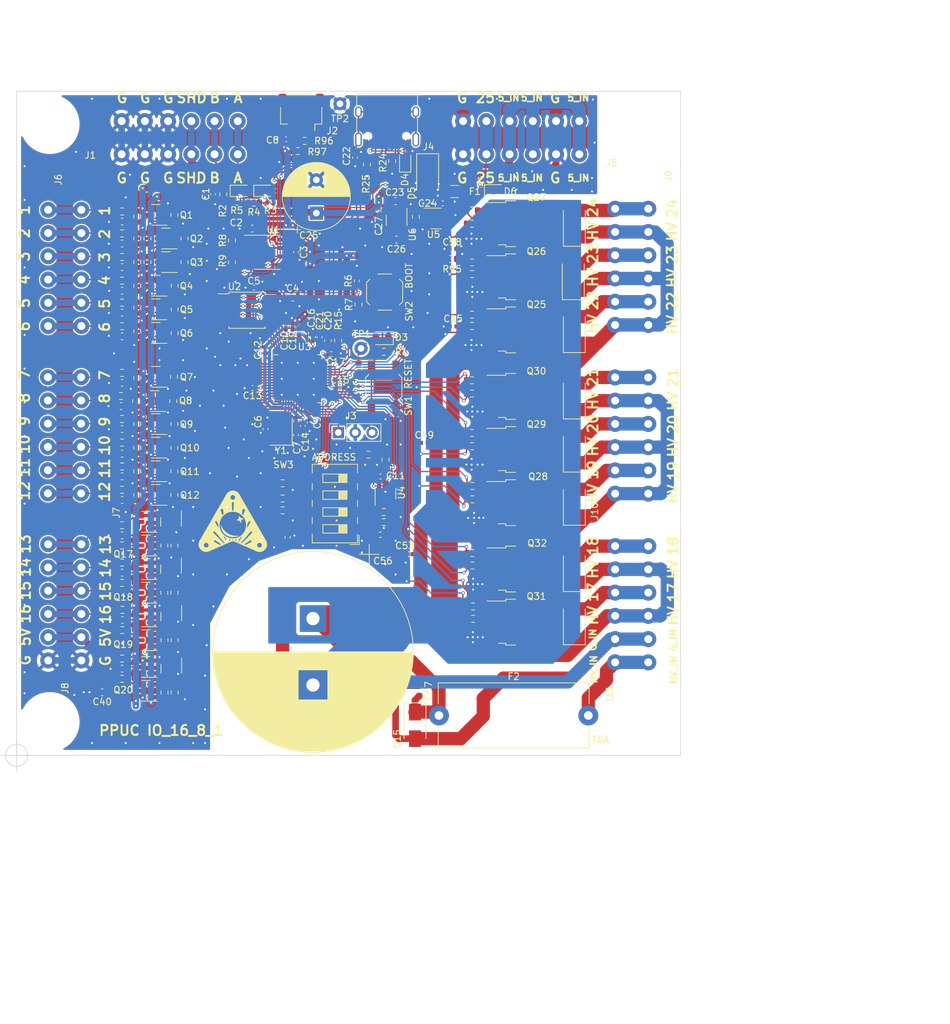
<source format=kicad_pcb>
(kicad_pcb (version 20211014) (generator pcbnew)
  (title_block (title "IO_16_8_1") (date "2023-01-29") (rev "0.1.0"))
  (layers (0 "F.Cu" signal) (31 "B.Cu" signal) (34 "B.Paste" user) (35 "F.Paste" user) (36 "B.SilkS" user "B.Silkscreen") (37 "F.SilkS" user "F.Silkscreen") (38 "B.Mask" user) (39 "F.Mask" user) (44 "Edge.Cuts" user))
  (net 0 "")
  (net 1 "GND")
  (net 2 "+3V3")
  (net 3 "Net-(C6-Pad2)")
  (net 4 "Net-(C7-Pad2)")
  (net 5 "/1V1")
  (net 6 "/3V3A")
  (net 7 "Net-(C22-Pad1)")
  (net 8 "+5V")
  (net 9 "Net-(C28-Pad1)")
  (net 10 "Net-(C29-Pad1)")
  (net 11 "Net-(C30-Pad1)")
  (net 12 "Net-(C31-Pad1)")
  (net 13 "Net-(C32-Pad1)")
  (net 14 "Net-(C33-Pad1)")
  (net 15 "Net-(C34-Pad1)")
  (net 16 "Net-(C35-Pad1)")
  (net 17 "Net-(C36-Pad1)")
  (net 18 "Net-(C37-Pad1)")
  (net 19 "Net-(C38-Pad1)")
  (net 20 "Net-(C39-Pad1)")
  (net 21 "Net-(C41-Pad1)")
  (net 22 "Net-(C42-Pad1)")
  (net 23 "Net-(C43-Pad1)")
  (net 24 "Net-(C44-Pad1)")
  (net 25 "GNDPWR")
  (net 26 "+48V")
  (net 27 "/SHD")
  (net 28 "/A")
  (net 29 "Net-(D3-Pad2)")
  (net 30 "Net-(D4-Pad2)")
  (net 31 "/Out_S")
  (net 32 "/5V_IN")
  (net 33 "/OUT8/48V_IN")
  (net 34 "/485_RX")
  (net 35 "/485_TX")
  (net 36 "Net-(J3-Pad1)")
  (net 37 "Net-(J3-Pad3)")
  (net 38 "Net-(J4-PadA5)")
  (net 39 "/USB_D+")
  (net 40 "/USB_D-")
  (net 42 "Net-(J4-PadB5)")
  (net 44 "Net-(J6-Pad1)")
  (net 45 "Net-(J6-Pad2)")
  (net 46 "Net-(J6-Pad3)")
  (net 47 "Net-(J6-Pad4)")
  (net 48 "Net-(J6-Pad5)")
  (net 49 "Net-(J6-Pad6)")
  (net 50 "Net-(J7-Pad1)")
  (net 51 "Net-(J7-Pad2)")
  (net 52 "Net-(J7-Pad3)")
  (net 53 "Net-(J7-Pad4)")
  (net 54 "Net-(J7-Pad5)")
  (net 55 "Net-(J7-Pad6)")
  (net 56 "/In_1")
  (net 57 "/In_2")
  (net 58 "/In_3")
  (net 59 "/In_4")
  (net 60 "/In_5")
  (net 61 "/In_6")
  (net 62 "/In_7")
  (net 63 "/In_8")
  (net 64 "/In_9")
  (net 65 "/In_10")
  (net 66 "/In_11")
  (net 67 "/In_12")
  (net 68 "Net-(Q13-Pad1)")
  (net 69 "Net-(Q14-Pad1)")
  (net 70 "Net-(Q15-Pad1)")
  (net 71 "Net-(Q16-Pad1)")
  (net 72 "/In_13")
  (net 73 "Net-(Q17-Pad3)")
  (net 74 "/In_14")
  (net 75 "Net-(Q18-Pad3)")
  (net 76 "/In_15")
  (net 77 "Net-(Q19-Pad3)")
  (net 78 "/In_16")
  (net 79 "Net-(Q20-Pad3)")
  (net 80 "Net-(Q25-Pad1)")
  (net 81 "Net-(Q26-Pad1)")
  (net 82 "Net-(Q27-Pad1)")
  (net 83 "Net-(Q28-Pad1)")
  (net 84 "Net-(Q29-Pad1)")
  (net 85 "Net-(Q30-Pad1)")
  (net 86 "Net-(Q31-Pad1)")
  (net 87 "Net-(Q32-Pad1)")
  (net 88 "/nReset")
  (net 89 "Net-(R6-Pad1)")
  (net 90 "/Q_nCS")
  (net 91 "/485_DE")
  (net 92 "Net-(R9-Pad1)")
  (net 93 "Net-(R10-Pad2)")
  (net 94 "Net-(R11-Pad2)")
  (net 95 "Net-(R12-Pad2)")
  (net 96 "Net-(R13-Pad2)")
  (net 97 "Net-(R16-Pad1)")
  (net 98 "/V_addr")
  (net 99 "Net-(R17-Pad2)")
  (net 100 "Net-(R18-Pad1)")
  (net 101 "Net-(R18-Pad2)")
  (net 102 "Net-(R19-Pad2)")
  (net 103 "Net-(R21-Pad1)")
  (net 104 "Net-(R22-Pad2)")
  (net 105 "Net-(R26-Pad1)")
  (net 106 "/Out_1")
  (net 107 "/Out_2")
  (net 108 "/Out_3")
  (net 109 "/Out_4")
  (net 110 "/Out_5")
  (net 111 "/Out_6")
  (net 112 "/Out_7")
  (net 113 "/Out_8")
  (net 114 "Net-(U2-Pad2)")
  (net 115 "Net-(U2-Pad3)")
  (net 116 "Net-(U2-Pad5)")
  (net 117 "/Q_SCLK")
  (net 118 "Net-(U2-Pad7)")
  (net 119 "/Out_Special")
  (net 121 "/B")
  (net 122 "Net-(D7-Pad2)")
  (net 123 "Net-(D8-Pad2)")
  (net 124 "Net-(D9-Pad2)")
  (net 125 "Net-(D10-Pad2)")
  (net 126 "Net-(D11-Pad2)")
  (net 127 "Net-(D12-Pad2)")
  (net 128 "Net-(D13-Pad2)")
  (net 129 "Net-(D14-Pad2)")
  (footprint "Resistor_SMD:R_0603_1608Metric" (layer "F.Cu") (at 93.178 75.148 -90)
    (fp_text reference "R38" hide)
    (fp_text value "10k")
  )
  (footprint "Package_TO_SOT_SMD:SOT-23" (layer "F.Cu") (at 94.488 121.666 180)
    (fp_text reference "Q19")
    (fp_text value "2N7002")
  )
  (footprint "Resistor_SMD:R_0603_1608Metric" (layer "F.Cu") (at 90.892 107.406)
    (fp_text reference "R67" hide)
    (fp_text value "330")
  )
  (footprint "Package_TO_SOT_SMD:SOT-23" (layer "F.Cu") (at 94.448 110.962 180)
    (fp_text reference "Q14" hide)
    (fp_text value "AO3400A")
  )
  (footprint "Connector_USB:USB_C_Receptacle_XKB_U262-16XN-4BVC11" (layer "F.Cu") (at 130.81 43.18 180)
    (fp_text reference "J4")
    (fp_text value "USB_C_Receptacle_USB2.0")
  )
  (footprint "Resistor_SMD:R_0402_1005Metric" (layer "F.Cu") (at 117.578 75.407 -90)
    (fp_text reference "R10" hide)
    (fp_text value "27")
  )
  (footprint "Resistor_SMD:R_0603_1608Metric" (layer "F.Cu") (at 98.703 82.006 90)
    (fp_text reference "R57" hide)
    (fp_text value "10k")
  )
  (footprint "Resistor_SMD:R_0603_1608Metric" (layer "F.Cu") (at 94.702 61.178 -90)
    (fp_text reference "R99" hide)
    (fp_text value "nmount")
  )
  (footprint "Resistor_SMD:R_0603_1608Metric" (layer "F.Cu") (at 93.178 71.592 -90)
    (fp_text reference "R37" hide)
    (fp_text value "10k")
  )
  (footprint "Resistor_SMD:R_0603_1608Metric" (layer "F.Cu") (at 93.178 82.184 -90)
    (fp_text reference "R51" hide)
    (fp_text value "10k")
  )
  (footprint "Capacitor_SMD:C_0402_1005Metric" (layer "F.Cu") (at 120.626 76.042 90)
    (fp_text reference "C21")
    (fp_text value "1u")
  )
  (footprint "Resistor_SMD:R_0603_1608Metric" (layer "F.Cu") (at 97.242 107.406 90)
    (fp_text reference "R75" hide)
    (fp_text value "10k")
  )
  (footprint "Resistor_SMD:R_0603_1608Metric" (layer "F.Cu") (at 143.741 118.45 180)
    (fp_text reference "R91" hide)
    (fp_text value "10k")
  )
  (footprint "IO_16_8_1:MountingHole_5.5mm_Pinball" (layer "F.Cu") (at 80 133.964)
    (fp_text reference "REF**" hide)
    (fp_text value "MountingHole_5.5mm_Pinball" hide)
  )
  (footprint "Capacitor_SMD:C_0402_1005Metric" (layer "F.Cu") (at 139.192 55.88 180)
    (fp_text reference "C24")
    (fp_text value "100n")
  )
  (footprint "Package_TO_SOT_SMD:TO-252-3_TabPin4" (layer "F.Cu") (at 151.141 58.95)
    (fp_text reference "Q27")
    (fp_text value "IRLR3410")
  )
  (footprint "IO_16_8_1:MountingHole_5.5mm_Pinball" (layer "F.Cu") (at 170 134)
    (fp_text reference "REF**" hide)
    (fp_text value "MountingHole_5.5mm_Pinball" hide)
  )
  (footprint "Resistor_SMD:R_0603_1608Metric" (layer "F.Cu") (at 127.762 50.038 -90)
    (fp_text reference "R25")
    (fp_text value "5k1")
  )
  (footprint "Capacitor_SMD:C_0402_1005Metric" (layer "F.Cu") (at 125.984 49.022 -90)
    (fp_text reference "C22")
    (fp_text value "100n")
  )
  (footprint "Capacitor_SMD:C_0402_1005Metric" (layer "F.Cu") (at 122.404 78.59)
    (fp_text reference "C17")
    (fp_text value "100n")
  )
  (footprint "Diode_SMD:D_SMA" (layer "F.Cu") (at 159 110.95 90)
    (fp_text reference "D14" hide)
    (fp_text value "MRA4004T3G" hide)
  )
  (footprint "Resistor_SMD:R_0603_1608Metric" (layer "F.Cu") (at 143.591 64.775)
    (fp_text reference "R83" hide)
    (fp_text value "100R")
  )
  (footprint "Capacitor_SMD:C_0603_1608Metric" (layer "F.Cu") (at 116.586 70.104)
    (fp_text reference "C4")
    (fp_text value "10u")
  )
  (footprint "Resistor_SMD:R_0603_1608Metric" (layer "F.Cu") (at 90.892 127.472)
    (fp_text reference "R70" hide)
    (fp_text value "330")
  )
  (footprint "Package_TO_SOT_SMD:TO-252-3_TabPin4" (layer "F.Cu") (at 151.141 84.95)
    (fp_text reference "Q30")
    (fp_text value "IRLR3410")
  )
  (footprint "Resistor_SMD:R_0603_1608Metric" (layer "F.Cu") (at 93.178 68.29 -90)
    (fp_text reference "R36" hide)
    (fp_text value "10k")
  )
  (footprint "Resistor_SMD:R_0603_1608Metric" (layer "F.Cu") (at 90.892 95.5)
    (fp_text reference "R49" hide)
    (fp_text value "330")
  )
  (footprint "Diode_SMD:D_SMA" (layer "F.Cu") (at 135 134.493 -90)
    (fp_text reference "D15")
    (fp_text value "SMAJ60")
  )
  (footprint "Package_TO_SOT_SMD:SOT-23" (layer "F.Cu") (at 95.972 75.402 180)
    (fp_text reference "Q6")
    (fp_text value "2N7002")
  )
  (footprint "Resistor_SMD:R_0402_1005Metric" (layer "F.Cu") (at 118.594 75.407 -90)
    (fp_text reference "R11" hide)
    (fp_text value "27")
  )
  (footprint "Package_TO_SOT_SMD:SOT-23" (layer "F.Cu") (at 98.298 125.984 -90)
    (fp_text reference "Q24" hide)
    (fp_text value "2N7002")
  )
  (footprint "Resistor_SMD:R_0603_1608Metric" (layer "F.Cu") (at 90.892 124.424 180)
    (fp_text reference "R66" hide)
    (fp_text value "10k")
  )
  (footprint "Resistor_SMD:R_0603_1608Metric" (layer "F.Cu") (at 93.178 61.178 -90)
    (fp_text reference "R34" hide)
    (fp_text value "3k")
  )
  (footprint "Package_TO_SOT_SMD:SOT-23-5" (layer "F.Cu") (at 130.556 99.568 90)
    (fp_text reference "U4")
    (fp_text value "LMV321")
  )
  (footprint "Resistor_SMD:R_0603_1608Metric" (layer "F.Cu") (at 90.892 67.528)
    (fp_text reference "R30" hide)
    (fp_text value "330")
  )
  (footprint "Resistor_SMD:R_0603_1608Metric" (layer "F.Cu") (at 130.302 103.886 180)
    (fp_text reference "R14" hide)
    (fp_text value "2k")
  )
  (footprint "Resistor_SMD:R_0603_1608Metric" (layer "F.Cu") (at 98.806 68.29 90)
    (fp_text reference "R42" hide)
    (fp_text value "10k")
  )
  (footprint "Resistor_SMD:R_0603_1608Metric" (layer "F.Cu") (at 93.178 64.734 -90)
    (fp_text reference "R35" hide)
    (fp_text value "3k")
  )
  (footprint "Package_TO_SOT_SMD:SOT-23" (layer "F.Cu") (at 94.448 114.518 180)
    (fp_text reference "Q18")
    (fp_text value "2N7002")
  )
  (footprint "Resistor_SMD:R_0603_1608Metric" (layer "F.Cu") (at 98.766 114.518 90)
    (fp_text reference "R72" hide)
    (fp_text value "10k")
  )
  (footprint "LED_SMD:LED_0805_2012Metric" (layer "F.Cu") (at 130.048 76.2 180)
    (fp_text reference "D3")
    (fp_text value "LED gn")
  )
  (footprint "IO_16_8_1:Terminal_Block_RTMPin" (layer "F.Cu") (at 79.716 82.062 -90)
    (fp_text reference "J7")
    (fp_text value "Conn_01x06")
  )
  (footprint "Resistor_SMD:R_0603_1608Metric" (layer "F.Cu") (at 98.766 99.786 90)
    (fp_text reference "R62" hide)
    (fp_text value "10k")
  )
  (footprint "Diode_SMD:D_SMA" (layer "F.Cu") (at 159 74.95 90)
    (fp_text reference "D7" hide)
    (fp_text value "MRA4004T3G" hide)
  )
  (footprint "Connector_JST:JST_SH_SM04B-SRSS-TB_1x04-1MP_P1.00mm_Horizontal" (layer "F.Cu") (at 117.856 42.164 180)
    (fp_text reference "J2")
    (fp_text value "nmount JST 1mm QWIIC")
  )
  (footprint "Resistor_SMD:R_0603_1608Metric" (layer "F.Cu") (at 143.653742 100.45 180)
    (fp_text reference "R85" hide)
    (fp_text value "10k")
  )
  (footprint "Resistor_SMD:R_0603_1608Metric" (layer "F.Cu") (at 140.462 64.262)
    (fp_text reference "R95")
    (fp_text value "100R")
  )
  (footprint "Package_TO_SOT_SMD:SOT-23" (layer "F.Cu") (at 95.972 68.29 180)
    (fp_text reference "Q4")
    (fp_text value "2N7002" hide)
  )
  (footprint "Capacitor_SMD:C_0402_1005Metric" (layer "F.Cu") (at 112.498 89.888 90)
    (fp_text reference "C6")
    (fp_text value "27pF")
  )
  (footprint "IO_16_8_1:MountingHole_5.5mm_Pinball" (layer "F.Cu") (at 170 44)
    (fp_text reference "REF**" hide)
    (fp_text value "MountingHole_5.5mm_Pinball" hide)
  )
  (footprint "Resistor_SMD:R_0603_1608Metric" (layer "F.Cu") (at 143.591 84.5375 180)
    (fp_text reference "R87" hide)
    (fp_text value "10k")
  )
  (footprint "Package_TO_SOT_SMD:TO-252-3_TabPin4" (layer "F.Cu") (at 151.141 118.95)
    (fp_text reference "Q31")
    (fp_text value "IRLR3410")
  )
  (footprint "Capacitor_SMD:C_0402_1005Metric" (layer "F.Cu") (at 129.794 97.028)
    (fp_text reference "C11")
    (fp_text value "100n")
  )
  (footprint "Resistor_SMD:R_0603_1608Metric" (layer "F.Cu") (at 90.908742 57.114)
    (fp_text reference "R27" hide)
    (fp_text value "330")
  )
  (footprint "IO_16_8_1:Terminal_Block_RTMPin" (layer "F.Cu") (at 79.756 107.214 -90)
    (fp_text reference "J8")
    (fp_text value "Conn_01x06")
  )
  (footprint "Capacitor_SMD:C_0402_1005Metric" (layer "F.Cu") (at 134.112 108.712)
    (fp_text reference "C53")
    (fp_text value "100n")
  )
  (footprint "Capacitor_SMD:C_0402_1005Metric" (layer "F.Cu") (at 112.522 77.978 90)
    (fp_text reference "C12")
    (fp_text value "100n")
  )
  (footprint "Diode_SMD:D_SMA" (layer "F.Cu") (at 159 100.95 90)
    (fp_text reference "D10" hide)
    (fp_text value "MRA4004T3G" hide)
  )
  (footprint "Resistor_SMD:R_0603_1608Metric" (layer "F.Cu") (at 90.932 117.094 180)
    (fp_text reference "R65" hide)
    (fp_text value "10k")
  )
  (footprint "Diode_SMD:D_SOD-323" (layer "F.Cu") (at 112.222 54.006)
    (fp_text reference "D1" hide)
    (fp_text value "SD15")
  )
  (footprint "Capacitor_SMD:C_0603_1608Metric" (layer "F.Cu") (at 121.896 76.55 90)
    (fp_text reference "C20")
    (fp_text value "10u")
  )
  (footprint "Package_TO_SOT_SMD:TO-252-3_TabPin4" (layer "F.Cu") (at 151.141 92.95)
    (fp_text reference "Q29")
    (fp_text value "IRLR3410")
  )
  (footprint "Package_TO_SOT_SMD:SOT-23" (layer "F.Cu") (at 98.298 118.11 -90)
    (fp_text reference "Q23" hide)
    (fp_text value "2N7002")
  )
  (footprint "Capacitor_SMD:C_0603_1608Metric" (layer "F.Cu") (at 90.932 118.618 180)
    (fp_text reference "C43" hide)
    (fp_text value "470p")
  )
  (footprint "Capacitor_SMD:C_0402_1005Metric" (layer "F.Cu") (at 118.11 89.408 -90)
    (fp_text reference "C14")
    (fp_text value "100n")
  )
  (footprint "Resistor_SMD:R_0603_1608Metric" (layer "F.Cu") (at 97.282 121.666 90)
    (fp_text reference "R77" hide)
    (fp_text value "10k")
  )
  (footprint "Resistor_SMD:R_0402_1005Metric" (layer "F.Cu") (at 117.094 88.646 90)
    (fp_text reference "R12" hide)
    (fp_text value "1k")
  )
  (footprint "Capacitor_THT:CP_Radial_D30.0mm_P10.00mm_SnapIn" (layer "F.Cu") (at 119.634 118.41033 -90)
    (fp_text reference "C56")
    (fp_text value "3300µ 63V")
  )
  (footprint "Resistor_SMD:R_0603_1608Metric" (layer "F.Cu") (at 98.594 85.66 90)
    (fp_text reference "R58" hide)
    (fp_text value "10k")
  )
  (footprint "Resistor_SMD:R_0402_1005Metric" (layer "F.Cu") (at 113.238 55.784 180)
    (fp_text reference "R3")
    (fp_text value "1k")
  )
  (footprint "Capacitor_SMD:C_0603_1608Metric" (layer "F.Cu") (at 90.892 65.496 180)
    (fp_text reference "C30" hide)
    (fp_text value "nmount")
  )
  (footprint "Resistor_SMD:R_0603_1608Metric" (layer "F.Cu") (at 117.348 48.006)
    (fp_text reference "R97")
    (fp_text value "10k")
  )
  (footprint "Resistor_SMD:R_0603_1608Metric" (layer "F.Cu") (at 135.128 57.912 -90)
    (fp_text reference "R26" hide)
    (fp_text value "10k")
  )
  (footprint "Package_TO_SOT_SMD:SOT-23" (layer "F.Cu") (at 94.448 118.074 180)
    (fp_text reference "Q15" hide)
    (fp_text value "AO3400A")
  )
  (footprint "Button_Switch_SMD:SW_SPST_SKQG_WithStem" (layer "F.Cu") (at 130.302 83.566 -90)
    (fp_text reference "SW1")
    (fp_text value "Reset")
  )
  (footprint "Resistor_SMD:R_0603_1608Metric" (layer "F.Cu") (at 98.766 57.622 90)
    (fp_text reference "R39" hide)
    (fp_text value "10k")
  )
  (footprint "Capacitor_SMD:C_0603_1608Metric" (layer "F.Cu") (at 90.892 72.354 180)
    (fp_text reference "C32" hide)
    (fp_text value "470p")
  )
  (footprint "Resistor_SMD:R_0603_1608Metric" (layer "F.Cu") (at 143.591 90.45)
    (fp_text reference "R89" hide)
    (fp_text value "100R")
  )
  (footprint "Package_TO_SOT_SMD:TO-252-3_TabPin4" (layer "F.Cu") (at 151.141 110.95)
    (fp_text reference "Q32")
    (fp_text value "IRLR3410")
  )
  (footprint "Fuse:Fuseholder_Cylinder-5x20mm_Schurter_0031_8201_Horizontal_Open" (layer "F.Cu") (at 138.61 133)
    (fp_text reference "F2")
    (fp_text value "T6A")
  )
  (footprint "Resistor_SMD:R_0603_1608Metric" (layer "F.Cu") (at 143.653742 110.4275 180)
    (fp_text reference "R92" hide)
    (fp_text value "10k")
  )
  (footprint "Resistor_SMD:R_0603_1608Metric" (layer "F.Cu") (at 143.591 56.95)
    (fp_text reference "R84" hide)
    (fp_text value "100R")
  )
  (footprint "Resistor_SMD:R_0603_1608Metric" (layer "F.Cu") (at 98.806 71.882 90)
    (fp_text reference "R43" hide)
    (fp_text value "10k")
  )
  (footprint "Capacitor_SMD:C_0402_1005Metric" (layer "F.Cu") (at 140.716 62.738 180)
    (fp_text reference "C58")
    (fp_text value "100n")
  )
  (footprint "Capacitor_SMD:C_0603_1608Metric" (layer "F.Cu") (at 90.892 69.052 180)
    (fp_text reference "C31" hide)
    (fp_text value "470p")
  )
  (footprint "Package_TO_SOT_SMD:SOT-23" (layer "F.Cu") (at 95.972 92.674 180)
    (fp_text reference "Q10")
    (fp_text value "2N7002" hide)
  )
  (footprint "Capacitor_SMD:C_0402_1005Metric" (layer "F.Cu") (at 119.624 76.042 90)
    (fp_text reference "C16")
    (fp_text value "1u")
  )
  (footprint "Resistor_SMD:R_0603_1608Metric" (layer "F.Cu") (at 98.766 96.23 90)
    (fp_text reference "R61" hide)
    (fp_text value "10k")
  )
  (footprint "IO_16_8_1:Terminal_Block_RTMPin" (layer "F.Cu") (at 170.14 125 90)
    (fp_text reference "J11")
    (fp_text value "Conn_01x06")
  )
  (footprint "Resistor_SMD:R_0603_1608Metric" (layer "F.Cu") (at 107.442 64.77 -90)
    (fp_text reference "R9")
    (fp_text value "0")
  )
  (footprint "Capacitor_SMD:C_0603_1608Metric" (layer "F.Cu") (at 90.892 96.992 180)
    (fp_text reference "C38" hide)
    (fp_text value "470p")
  )
  (footprint "Resistor_SMD:R_0603_1608Metric" (layer "F.Cu") (at 130.302 102.362)
    (fp_text reference "R13" hide)
    (fp_text value "33k")
  )
  (footprint "Button_Switch_SMD:SW_DIP_SPSTx04_Slide_6.7x11.72mm_W8.61mm_P2.54mm_LowProfile" (layer "F.Cu") (at 122.936 101.092 180)
    (fp_text reference "SW3")
    (fp_text value "ADDRESS")
  )
  (footprint "Capacitor_SMD:C_0603_1608Metric" (layer "F.Cu") (at 90.892 82.914 180)
    (fp_text reference "C34" hide)
    (fp_text value "470p")
  )
  (footprint "Resistor_SMD:R_0603_1608Metric" (layer "F.Cu") (at 143.741 116.5875)
    (fp_text reference "R93" hide)
    (fp_text value "100R")
  )
  (footprint "Button_Switch_SMD:SW_SPST_SKQG_WithStem" (layer "F.Cu") (at 130.43 69.246 -90)
    (fp_text reference "SW2")
    (fp_text value "Boot")
  )
  (footprint "Capacitor_SMD:C_0603_1608Metric" (layer "F.Cu") (at 90.892 125.948 180)
    (fp_text reference "C44" hide)
    (fp_text value "470p")
  )
  (footprint "Package_TO_SOT_SMD:SOT-23" (layer "F.Cu") (at 98.258 110.962 -90)
    (fp_text reference "Q22" hide)
    (fp_text value "2N7002")
  )
  (footprint "Fuse:Fuse_1206_3216Metric" (layer "F.Cu") (at 140.97 54.102)
    (fp_text reference "F1")
    (fp_text value "T500mA,<0.3Ω" hide)
  )
  (footprint "Resistor_SMD:R_0603_1608Metric" (layer "F.Cu") (at 128.016 93.726 180)
    (fp_text reference "R22" hide)
    (fp_text value "3k")
  )
  (footprint "Resistor_SMD:R_0603_1608Metric" (layer "F.Cu") (at 98.766 89.118 90)
    (fp_text reference "R59" hide)
    (fp_text value "10k")
  )
  (footprint "Package_TO_SOT_SMD:SOT-23" (layer "F.Cu") (at 95.972 71.846 180)
    (fp_text reference "Q5")
    (fp_text value "2N7002" hide)
  )
  (footprint "Diode_SMD:D_SOD-323" (layer "F.Cu") (at 133.525 49.684 90)
    (fp_text reference "D4")
    (fp_text value "1A")
  )
  (footprint "Resistor_SMD:R_0603_1608Metric" (layer "F.Cu") (at 90.892 81.4025)
    (fp_text reference "R45" hide)
    (fp_text value "330")
  )
  (footprint "Package_DFN_QFN:QFN-56-1EP_7x7mm_P0.4mm_EP3.2x3.2mm" (layer "F.Cu") (at 117.348 82.296)
    (fp_text reference "U3")
    (fp_text value "RP2040")
  )
  (footprint "Package_TO_SOT_SMD:SOT-23-5" (layer "F.Cu") (at 138.176 58.166)
    (fp_text reference "U5")
    (fp_text value "SN74AHCT1G125")
  )
  (footprint "Capacitor_SMD:C_0402_1005Metric" (layer "F.Cu") (at 136.398 91.948)
    (fp_text reference "C49")
    (fp_text value "100n")
  )
  (footprint "Resistor_SMD:R_0603_1608Metric" (layer "F.Cu") (at 115.062 102.108 180)
    (fp_text reference "R19" hide)
    (fp_text value "2k")
  )
  (footprint "Resistor_SMD:R_0603_1608Metric" (layer "F.Cu") (at 130.556 94.488 90)
    (fp_text reference "R17" hide)
    (fp_text value "2k")
  )
  (footprint "Resistor_SMD:R_0603_1608Metric" (layer "F.Cu") (at 143.653742 98.45)
    (fp_text reference "R88" hide)
    (fp_text value "100R")
  )
  (footprint "Capacitor_SMD:C_0402_1005Metric" (layer "F.Cu") (at 110.744 68.58 180)
    (fp_text reference "C5")
    (fp_text value "100n")
  )
  (footprint "Package_TO_SOT_SMD:SOT-23" (layer "F.Cu") (at 95.8 85.66 180)
    (fp_text reference "Q8")
    (fp_text value "2N7002" hide)
  )
  (footprint "Resistor_SMD:R_0603_1608Metric" (layer "F.Cu") (at 90.892 104.358 180)
    (fp_text reference "R63" hide)
    (fp_text value "10k")
  )
  (footprint "Resistor_SMD:R_0603_1608Metric" (layer "F.Cu") (at 93.006 85.66 -90)
    (fp_text reference "R52" hide)
    (fp_text value "10k")
  )
  (footprint "Resistor_SMD:R_0603_1608Metric" (layer "F.Cu") (at 115.062 98.044)
    (fp_text reference "R23" hide)
    (fp_text value "2k")
  )
  (footprint "Capacitor_SMD:C_0402_1005Metric" (layer "F.Cu") (at 104.602 54.514 -90)
    (fp_text reference "C1")
    (fp_text value "100n")
  )
  (footprint "Package_TO_SOT_SMD:SOT-23" (layer "F.Cu") (at 94.448 107.406 180)
    (fp_text reference "Q17")
    (fp_text value "2N7002")
  )
  (footprint "Resistor_SMD:R_0603_1608Metric" (layer "F.Cu") (at 90.892 60.416)
    (fp_text reference "R28" hide)
    (fp_text value "330")
  )
  (footprint "Diode_SMD:D_SOD-323" (layer "F.Cu") (at 146.97 53.927)
    (fp_text reference "D6")
    (fp_text value "SD05")
  )
  (footprint "Resistor_SMD:R_0603_1608Metric" (layer "F.Cu") (at 130.302 78.232)
    (fp_text reference "R1")
    (fp_text value "10k")
  )
  (footprint "Diode_SMD:D_SMA" (layer "F.Cu") (at 159 84.95 90)
    (fp_text reference "D12" hide)
    (fp_text value "MRA4004T3G" hide)
  )
  (footprint "Resistor_SMD:R_0603_1608Metric" (layer "F.Cu") (at 90.892 63.972)
    (fp_text reference "R29" hide)
    (fp_text value "330")
  )
  (footprint "Resistor_SMD:R_0603_1608Metric" (layer "F.Cu") (at 118.364 46.482)
    (fp_text reference "R96")
    (fp_text value "10k")
  )
  (footprint "Resistor_SMD:R_0603_1608Metric" (layer "F.Cu") (at 98.766 92.71 90)
    (fp_text reference "R60" hide)
    (fp_text value "10k")
  )
  (footprint "Resistor_SMD:R_0603_1608Metric" (layer "F.Cu") (at 93.178 96.23 -90)
    (fp_text reference "R55" hide)
    (fp_text value "10k")
  )
  (footprint "Resistor_SMD:R_0603_1608Metric" (layer "F.Cu") (at 123.42 76.55 -90)
    (fp_text reference "R15")
    (fp_text value "100R")
  )
  (footprint "Resistor_SMD:R_0603_1608Metric" (layer "F.Cu") (at 98.806 75.438 90)
    (fp_text reference "R44" hide)
    (fp_text value "10k")
  )
  (footprint "Package_TO_SOT_SMD:TO-252-3_TabPin4" (layer "F.Cu") (at 151.141 74.95)
    (fp_text reference "Q25")
    (fp_text value "IRLR3410")
  )
  (footprint "Resistor_SMD:R_0603_1608Metric" (layer "F.Cu") (at 93.178 92.674 -90)
    (fp_text reference "R54" hide)
    (fp_text value "10k")
  )
  (footprint "Capacitor_SMD:C_0402_1005Metric" (layer "F.Cu") (at 115.546 74.422 90)
    (fp_text reference "C10")
    (fp_text value "100n")
  )
  (footprint "Resistor_SMD:R_0402_1005Metric" (layer "F.Cu") (at 129.794 105.791)
    (fp_text reference "R16" hide)
    (fp_text value "1k")
  )
  (footprint "Connector_PinSocket_2.54mm:PinSocket_1x03_P2.54mm_Vertical" (layer "F.Cu") (at 123.459 90.399 90)
    (fp_text reference "J3")
    (fp_text value "nmount SW Debug")
  )
  (footprint "Package_TO_SOT_SMD:SOT-23" (layer "F.Cu") (at 95.972 99.786 180)
    (fp_text reference "Q12")
    (fp_text value "2N7002" hide)
  )
  (footprint "IO_16_8_1:MountingHole_5.5mm_Pinball" (layer "F.Cu") (at 80 43.964)
    (fp_text reference "REF**" hide)
    (fp_text value "MountingHole_5.5mm_Pinball" hide)
  )
  (footprint "Resistor_SMD:R_0603_1608Metric" (layer "F.Cu") (at 100.29 61.178 90)
    (fp_text reference "R40" hide)
    (fp_text value "3k")
  )
  (footprint "Resistor_SMD:R_0603_1608Metric" (layer "F.Cu") (at 131.572 49.53 -90)
    (fp_text reference "R24")
    (fp_text value "5k1")
  )
  (footprint "Capacitor_SMD:C_0603_1608Metric" (layer "F.Cu") (at 90.892 93.582 180)
    (fp_text reference "C37" hide)
    (fp_text value "470p")
  )
  (footprint "Capacitor_SMD:C_0402_1005Metric" (layer "F.Cu") (at 123.698 83.654)
    (fp_text reference "C15")
    (fp_text value "100n")
  )
  (footprint "Resistor_SMD:R_0603_1608Metric" (layer "F.Cu") (at 143.591 72.644)
    (fp_text reference "R82" hide)
    (fp_text value "100R")
  )
  (footprint "Capacitor_SMD:C_0603_1608Metric" (layer "F.Cu") (at 90.892 75.91 180)
    (fp_text reference "C33" hide)
    (fp_text value "470p")
  )
  (footprint "Resistor_SMD:R_0603_1608Metric" (layer "F.Cu") (at 126.492 80.772 90)
    (fp_text reference "R21" hide)
    (fp_text value "470")
  )
  (footprint "IO_16_8_1:Terminal_Block_RTMPin" (layer "F.Cu") (at 108.318 43.5 180)
    (fp_text reference "J1")
    (fp_text value "Conn_01x06")
  )
  (footprint "Capacitor_SMD:C_0603_1608Metric" (layer "F.Cu") (at 90.892 61.94 180)
    (fp_text reference "C29" hide)
    (fp_text value "nmount")
  )
  (footprint "Resistor_SMD:R_0603_1608Metric" (layer "F.Cu") (at 106.126 54.514 -90)
    (fp_text reference "R2")
    (fp_text value "100R")
  )
  (footprint "Resistor_SMD:R_0402_1005Metric" (layer "F.Cu") (at 115.824 106.172 90)
    (fp_text reference "R20" hide)
    (fp_text value "1k")
  )
  (footprint "Capacitor_SMD:C_0603_1608Metric" (layer "F.Cu") (at 87.884 129.504 180)
    (fp_text reference "C40")
    (fp_text value "10u")
  )
  (footprint "Capacitor_SMD:C_0402_1005Metric" (layer "F.Cu") (at 140.744 74.422)
    (fp_text reference "C45")
    (fp_text value "100n")
  )
  (footprint "Resistor_SMD:R_0603_1608Metric" (layer "F.Cu") (at 90.72 84.898)
    (fp_text reference "R46" hide)
    (fp_text value "330")
  )
  (footprint "Capacitor_SMD:C_0402_1005Metric" (layer "F.Cu") (at 117.094 63.246 -90)
    (fp_text reference "C3")
    (fp_text value "100n")
  )
  (footprint "Resistor_SMD:R_0603_1608Metric" (layer "F.Cu") (at 107.442 61.468 -90)
    (fp_text reference "R8")
    (fp_text value "10k")
  )
  (footprint "Resistor_SMD:R_0603_1608Metric" (layer "F.Cu") (at 90.892 109.982 180)
    (fp_text reference "R64" hide)
    (fp_text value "10k")
  )
  (footprint "Resistor_SMD:R_0603_1608Metric" (layer "F.Cu") (at 97.282 129.54 90)
    (fp_text reference "R78" hide)
    (fp_text value "10k")
  )
  (footprint "Capacitor_SMD:C_0603_1608Metric" (layer "F.Cu") (at 90.892 89.88 180)
    (fp_text reference "C36" hide)
    (fp_text value "470p")
  )
  (footprint "Capacitor_SMD:C_0603_1608Metric" (layer "F.Cu") (at 132.067 55.556 180)
    (fp_text reference "C23")
    (fp_text value "10u")
  )
  (footprint "Capacitor_SMD:C_0603_1608Metric" (layer "F.Cu") (at 90.72 86.422 180)
    (fp_text reference "C35" hide)
    (fp_text value "470p")
  )
  (footprint "Package_TO_SOT_SMD:SOT-23" (layer "F.Cu") (at 95.972 89.118 180)
    (fp_text reference "Q9")
    (fp_text value "2N7002" hide)
  )
  (footprint "Capacitor_SMD:C_0402_1005Metric" (layer "F.Cu") (at 116.562 74.422 90)
    (fp_text reference "C19")
    (fp_text value "100n")
  )
  (footprint "Package_TO_SOT_SMD:SOT-23" (layer "F.Cu") (at 95.972 57.622 180)
    (fp_text reference "Q1")
    (fp_text value "2N7002")
  )
  (footprint "Resistor_SMD:R_0603_1608Metric" (layer "F.Cu") (at 98.766 107.406 90)
    (fp_text reference "R71" hide)
    (fp_text value "10k")
  )
  (footprint "Resistor_SMD:R_0603_1608Metric" (layer "F.Cu") (at 143.591 82.5375)
    (fp_text reference "R90" hide)
    (fp_text value "100R")
  )
  (footprint "Resistor_SMD:R_0603_1608Metric" (layer "F.Cu") (at 93.178 99.786 -90)
    (fp_text reference "R56" hide)
    (fp_text value "10k")
  )
  (footprint "IO_16_8_1:Terminal_Block_RTMPin" (layer "F.Cu") (at 170.14 99.6 90)
    (fp_text reference "J10")
    (fp_text value "Conn_01x06")
  )
  (footprint "Resistor_SMD:R_0402_1005Metric" (layer "F.Cu") (at 126.238 67.564 -90)
    (fp_text reference "R6")
    (fp_text value "1k")
  )
  (footprint "Package_TO_SOT_SMD:SOT-23-5" (layer "F.Cu") (at 132.233 58.458 -90)
    (fp_text reference "U6")
    (fp_text value "AP2112K-3.3")
  )
  (footprint "Diode_SMD:D_SMA" (layer "F.Cu") (at 159 58.95 90)
    (fp_text reference "D9" hide)
    (fp_text value "MRA4004T3G")
  )
  (footprint "Resistor_SMD:R_0603_1608Metric" (layer "F.Cu") (at 93.178 57.876 -90)
    (fp_text reference "R33" hide)
    (fp_text value "10k")
  )
  (footprint "Resistor_SMD:R_0603_1608Metric" (layer "F.Cu") (at 93.178 89.118 -90)
    (fp_text reference "R53" hide)
    (fp_text value "10k")
  )
  (footprint "Resistor_SMD:R_0603_1608Metric" (layer "F.Cu") (at 90.892 88.356)
    (fp_text reference "R47" hide)
    (fp_text value "330")
  )
  (footprint "Resistor_SMD:R_0603_1608Metric" (layer "F.Cu") (at 97.242 114.518 90)
    (fp_text reference "R76" hide)
    (fp_text value "10k")
  )
  (footprint "Resistor_SMD:R_0603_1608Metric" (layer "F.Cu") (at 90.892 74.386)
    (fp_text reference "R32" hide)
    (fp_text value "330")
  )
  (footprint "Diode_SMD:D_SMA" (layer "F.Cu") (at 158.84056 66.9831 90)
    (fp_text reference "D8" hide)
    (fp_text value "MRA4004T3G" hide)
  )
  (footprint "Resistor_SMD:R_0402_1005Metric" (layer "F.Cu") (at 108.158 55.784 180)
    (fp_text reference "R5")
    (fp_text value "1k")
  )
  (footprint "Connector_Pin:Pin_D1.0mm_L10.0mm" (layer "F.Cu") (at 123.698 40.894)
    (fp_text reference "TP2")
    (fp_text value "TP_GND")
  )
  (footprint "Resistor_SMD:R_0603_1608Metric" (layer "F.Cu") (at 110.744 55.784 180)
    (fp_text reference "R4")
    (fp_text value "120R")
  )
  (footprint "Resistor_SMD:R_0603_1608Metric" (layer "F.Cu") (at 143.653742 108.5375)
    (fp_text reference "R94" hide)
    (fp_text value "100R")
  )
  (footprint "Resistor_SMD:R_0603_1608Metric" (layer "F.Cu") (at 143.591 92.45 180)
    (fp_text reference "R86" hide)
    (fp_text value "10k")
  )
  (footprint "Resistor_SMD:R_0603_1608Metric" (layer "F.Cu") (at 90.892 99.022)
    (fp_text reference "R50" hide)
    (fp_text value "330")
  )
  (footprint "Capacitor_SMD:C_0402_1005Metric" (layer "F.Cu") (at 115.586 46.228 180)
    (fp_text reference "C8")
    (fp_text value "100n")
  )
  (footprint "IO_16_8_1:Terminal_Block_RTMPin" (layer "F.Cu") (at 170.14 74.2 90)
    (fp_text reference "J9")
    (fp_text value "Conn_01x06")
  )
  (footprint "Resistor_SMD:R_0603_1608Metric" (layer "F.Cu") (at 90.892 70.83)
    (fp_text reference "R31" hide)
    (fp_text value "330")
  )
  (footprint "Capacitor_SMD:C_0603_1608Metric" (layer "F.Cu") (at 110.49 59.69 180)
    (fp_text reference "C2")
    (fp_text value "10u")
  )
  (footprint "Package_TO_SOT_SMD:SOT-23" (layer "F.Cu") (at 98.258 103.85 -90)
    (fp_text reference "Q21" hide)
    (fp_text value "2N7002")
  )
  (footprint "Package_SO:SOIC-8_5.23x5.23mm_P1.27mm" (layer "F.Cu") (at 109.704 71.978)
    (fp_text reference "U2")
    (fp_text value "W25Q32JVSS")
  )
  (footprint "Resistor_SMD:R_0603_1608Metric" (layer "F.Cu") (at 115.062 100.33 180)
    (fp_text reference "R18" hide)
    (fp_text value "2k")
  )
  (footprint "Package_TO_SOT_SMD:SOT-23" (layer "F.Cu") (at 97.496 61.178 180)
    (fp_text reference "Q2")
    (fp_text value "2N7002" hide)
  )
  (footprint "Diode_SMD:D_SMA" (layer "F.Cu") (at 136.906 51.816 -90)
    (fp_text reference "D5")
    (fp_text value "SMAJ5.0")
  )
  (footprint "Package_TO_SOT_SMD:TO-252-3_TabPin4" (layer "F.Cu") (at 151.141 66.95)
    (fp_text reference "Q26")
    (fp_text value "IRLR3410")
  )
  (footprint "Diode_SMD:D_SMA" (layer "F.Cu") (at 159 118.95 90)
    (fp_text reference "D13" hide)
    (fp_text value "MRA4004T3G")
  )
  (footprint "Capacitor_SMD:C_0603_1608Metric" (layer "F.Cu") (at 90.892 58.638 180)
    (fp_text reference "C28" hide)
    (fp_text value "470p")
  )
  (footprint "Resistor_SMD:R_0603_1608Metric" (layer "F.Cu") (at 143.591 58.95 180)
    (fp_text reference "R81" hide)
    (fp_text value "10k")
  )
  (footprint "Capacitor_SMD:C_0402_1005Metric" (layer "F.Cu") (at 110.518 83.693 180)
    (fp_text reference "C13")
    (fp_text value "100n")
  )
  (footprint "Capacitor_SMD:C_0603_1608Metric" (layer "F.Cu") (at 90.892 111.506 180)
    (fp_text reference "C42" hide)
    (fp_text value "470p")
  )
  (footprint "Capacitor_SMD:C_0402_1005Metric" (layer "F.Cu") (at 129.5146 57.0738 -90)
    (fp_text reference "C27")
    (fp_text value "100n")
  )
  (footprint "Package_SO:SOIC-8_3.9x4.9mm_P1.27mm" (layer "F.Cu") (at 112.776 63.246)
    (fp_text reference "U1")
    (fp_text value "ADM3483")
  )
  (footprint "Resistor_SMD:R_0603_1608Metric" (layer "F.Cu") (at 143.591 66.5375 180)
    (fp_text reference "R80" hide)
    (fp_text value "10k")
  )
  (footprint "Package_TO_SOT_SMD:SOT-23" (layer "F.Cu") (at 97.496 64.734 180)
    (fp_text reference "Q3")
    (fp_text value "2N7002" hide)
  )
  (footprint "Connector_Pin:Pin_D1.0mm_L10.0mm" (layer "F.Cu") (at 126.873 77.724)
    (fp_text reference "TP1")
    (fp_text value "TP_LED")
  )
  (footprint "Resistor_SMD:R_0603_1608Metric" (layer "F.Cu") (at 100.29 64.734 90)
    (fp_text reference "R41" hide)
    (fp_text value "3k")
  )
  (footprint "Capacitor_SMD:C_0603_1608Metric" (layer "F.Cu") (at 135.636 129.286 90)
    (fp_text reference "C57")
    (fp_text value "100n 50V")
  )
  (footprint "Package_TO_SOT_SMD:SOT-23" (layer "F.Cu") (at 94.488 129.286 180)
    (fp_text reference "Q20")
    (fp_text value "2N7002")
  )
  (footprint "Capacitor_SMD:C_0603_1608Metric" (layer "F.Cu") (at 90.892 100.548 180)
    (fp_text reference "C39" hide)
    (fp_text value "470p")
  )
  (footprint "Capacitor_SMD:C_0603_1608Metric" (layer "F.Cu") (at 90.892 105.882 180)
    (fp_text reference "C41" hide)
    (fp_text value "470p")
  )
  (footprint "Package_TO_SOT_SMD:TO-252-3_TabPin4" (layer "F.Cu") (at 151.141 100.95)
    (fp_text reference "Q28")
    (fp_text value "IRLR3410")
  )
  (footprint "Package_TO_SOT_SMD:SOT-23" (layer "F.Cu") (at 94.448 103.85 180)
    (fp_text reference "Q13" hide)
    (fp_text value "AO3400A")
  )
  (footprint "Diode_SMD:D_SOD-323" (layer "F.Cu") (at 108.666 54.006)
    (fp_text reference "D2" hide)
    (fp_text value "SD15")
  )
  (footprint "Resistor_SMD:R_0603_1608Metric" (layer "F.Cu") (at 90.892 91.912)
    (fp_text reference "R48" hide)
    (fp_text value "330")
  )
  (footprint "Package_TO_SOT_SMD:SOT-23" (layer "F.Cu") (at 95.972 82.006 180)
    (fp_text reference "Q7")
    (fp_text value "2N7002")
  )
  (footprint "Resistor_SMD:R_0603_1608Metric" (layer "F.Cu") (at 126.492 71.12 90)
    (fp_text reference "R7")
    (fp_text value "10k")
  )
  (footprint "Resistor_SMD:R_0603_1608Metric" (layer "F.Cu") (at 98.806 121.666 90)
    (fp_text reference "R73" hide)
    (fp_text value "10k")
  )
  (footprint "Resistor_SMD:R_0603_1608Metric" (layer "F.Cu") (at 143.591 74.3625 180)
    (fp_text reference "R79" hide)
    (fp_text value "10k")
  )
  (footprint "Diode_SMD:D_SMA" (layer "F.Cu") (at 159 92.95 90)
    (fp_text reference "D11" hide)
    (fp_text value "MRA4004T3G" hide)
  )
  (footprint "Resistor_SMD:R_0603_1608Metric" (layer "F.Cu") (at 90.892 113.03)
    (fp_text reference "R68" hide)
    (fp_text value "330")
  )
  (footprint "Resistor_SMD:R_0603_1608Metric" (layer "F.Cu") (at 90.932 120.142)
    (fp_text reference "R69" hide)
    (fp_text value "330")
  )
  (footprint "Resistor_SMD:R_0603_1608Metric" (layer "F.Cu") (at 94.702 64.734 -90)
    (fp_text reference "R98" hide)
    (fp_text value "nmount")
  )
  (footprint "IO_16_8_1:Terminal_Block_RTMPin" (layer "F.Cu") (at 79.756 56.86 -90)
    (fp_text reference "J6")
    (fp_text value "Conn_01x06")
  )
  (footprint "Capacitor_THT:CP_Radial_D10.0mm_P5.00mm" (layer "F.Cu") (at 120.142 57.353354 90)
    (fp_text reference "C25")
    (fp_text value "1000µ 10V")
  )
  (footprint "Resistor_SMD:R_0603_1608Metric" (layer "F.Cu") (at 98.806 129.54 90)
    (fp_text reference "R74" hide)
    (fp_text value "10k")
  )
  (footprint "Crystal:Crystal_SMD_3225-4Pin_3.2x2.5mm" (layer "F.Cu") (at 114.848 90.297 90)
    (fp_text reference "Y1")
    (fp_text value "12MHz,18pF")
  )
  (footprint "Package_TO_SOT_SMD:SOT-23" (layer "F.Cu") (at 95.972 96.23 180)
    (fp_text reference "Q11")
    (fp_text value "2N7002" hide)
  )
  (footprint "IO_16_8_1:Terminal_Block_RTMPin" (layer "F.Cu") (at 159.75 43.5 180)
    (fp_text reference "J5")
    (fp_text value "Conn_01x06")
  )
  (footprint "Capacitor_SMD:C_0402_1005Metric" (layer "F.Cu") (at 119.126 88.9 -90)
    (fp_text reference "C9")
    (fp_text value "100n")
  )
  (footprint "Capacitor_SMD:C_0402_1005Metric" (layer "F.Cu") (at 117.07 90.774 90)
    (fp_text reference "C7")
    (fp_text value "27pF")
  )
  (footprint "Capacitor_SMD:C_0603_1608Metric" (layer "F.Cu") (at 132.207 61.341 180)
    (fp_text reference "C26")
    (fp_text value "10u")
  )
  (footprint "Package_TO_SOT_SMD:SOT-23" (layer "F.Cu") (at 94.448 125.694 180)
    (fp_text reference "Q16" hide)
    (fp_text value "AO3400A")
  )
  (gr_poly (pts (xy 107.607385 99.137865) (xy 107.645548 99.139722) (xy 107.68341 99.142801) (xy 107.720952 99.14709) (xy 107.75815 99.152575) (xy 107.794984 99.159244) (xy 107.831431 99.167085) (xy 107.86747 99.176083) (xy 107.903079 99.186226) (xy 107.938235 99.197502) (xy 107.972918 99.209898) (xy 108.007105 99.2234) (xy 108.040775 99.237997) (xy 108.073905 99.253674) (xy 108.106475 99.27042) (xy 108.138461 99.288221) (xy 108.169843 99.307064) (xy 108.200599 99.326938) (xy 108.230706 99.347828) (xy 108.260144 99.369722) (xy 108.288889 99.392608) (xy 108.316921 99.416472) (xy 108.344218 99.441301) (xy 108.370757 99.467083) (xy 108.396517 99.493805) (xy 108.421477 99.521454) (xy 108.445614 99.550017) (xy 108.468906 99.579482) (xy 108.491332 99.609835) (xy 108.51287 99.641064) (xy 108.533499 99.673155) (xy 108.553195 99.706097) (xy 112.574861 106.672576) (xy 112.597411 106.713504) (xy 112.618183 106.754901) (xy 112.65441 106.838927) (xy 112.683579 106.92431) (xy 112.705727 107.010705) (xy 112.720891 107.097766) (xy 112.729108 107.185149) (xy 112.730414 107.272509) (xy 112.724847 107.3595) (xy 112.712443 107.445778) (xy 112.693239 107.530998) (xy 112.667272 107.614816) (xy 112.634579 107.696885) (xy 112.595196 107.776861) (xy 112.54916 107.8544) (xy 112.496509 107.929155) (xy 112.467714 107.965382) (xy 112.437278 108.000783) (xy 112.372502 108.067418) (xy 112.303909 108.127866) (xy 112.23184 108.182051) (xy 112.156634 108.229896) (xy 112.078629 108.271322) (xy 111.998166 108.306253) (xy 111.915582 108.334611) (xy 111.831217 108.356317) (xy 111.745411 108.371296) (xy 111.658502 108.379468) (xy 111.570829 108.380758) (xy 111.482732 108.375086) (xy 111.39455 108.362376) (xy 111.306622 108.342551) (xy 111.219286 108.315532) (xy 111.132883 108.281242) (xy 109.042736 107.359169) (xy 111.233424 107.359169) (xy 111.233878 107.377164) (xy 111.235224 107.394921) (xy 111.237442 107.412416) (xy 111.240509 107.42963) (xy 111.244403 107.446539) (xy 111.249103 107.463122) (xy 111.254587 107.479357) (xy 111.260833 107.495223) (xy 111.267819 107.510697) (xy 111.275524 107.525758) (xy 111.283926 107.540384) (xy 111.293002 107.554552) (xy 111.302731 107.568243) (xy 111.313092 107.581433) (xy 111.324062 107.5941) (xy 111.33562 107.606224) (xy 111.347743 107.617781) (xy 111.360411 107.628751) (xy 111.373601 107.639112) (xy 111.387291 107.648841) (xy 111.40146 107.657917) (xy 111.416086 107.666319) (xy 111.431146 107.674023) (xy 111.446621 107.68101) (xy 111.462486 107.687256) (xy 111.478721 107.69274) (xy 111.495304 107.69744) (xy 111.512213 107.701334) (xy 111.529427 107.704401) (xy 111.546922 107.706618) (xy 111.564679 107.707965) (xy 111.582674 107.708419) (xy 111.600553 107.707965) (xy 111.618208 107.706618) (xy 111.635616 107.704401) (xy 111.652755 107.701334) (xy 111.669603 107.69744) (xy 111.686136 107.69274) (xy 111.702332 107.687256) (xy 111.71817 107.68101) (xy 111.733625 107.674023) (xy 111.748677 107.666319) (xy 111.763301 107.657917) (xy 111.777476 107.648841) (xy 111.79118 107.639112) (xy 111.804388 107.628751) (xy 111.81708 107.617781) (xy 111.829233 107.606224) (xy 111.840823 107.5941) (xy 111.851829 107.581433) (xy 111.862228 107.568243) (xy 111.871998 107.554552) (xy 111.881115 107.540384) (xy 111.889558 107.525758) (xy 111.897303 107.510697) (xy 111.904329 107.495223) (xy 111.910613 107.479357) (xy 111.916132 107.463122) (xy 111.920863 107.446539) (xy 111.924785 107.42963) (xy 111.927875 107.412416) (xy 111.93011 107.394921) (xy 111.931467 107.377164) (xy 111.931925 107.359169) (xy 111.931471 107.341173) (xy 111.930124 107.323417) (xy 111.927907 107.305921) (xy 111.92484 107.288708) (xy 111.920945 107.271799) (xy 111.916245 107.255216) (xy 111.910761 107.23898) (xy 111.904515 107.223115) (xy 111.897529 107.207641) (xy 111.889824 107.19258) (xy 111.881423 107.177954) (xy 111.872347 107.163785) (xy 111.862617 107.150095) (xy 111.852257 107.136905) (xy 111.841287 107.124237) (xy 111.829729 107.112114) (xy 111.817605 107.100556) (xy 111.804938 107.089586) (xy 111.791748 107.079226) (xy 111.778058 107.069496) (xy 111.763889 107.06042) (xy 111.749263 107.052019) (xy 111.734202 107.044314) (xy 111.718728 107.037328) (xy 111.702862 107.031082) (xy 111.686627 107.025598) (xy 111.670044 107.020898) (xy 111.653135 107.017004) (xy 111.635921 107.013937) (xy 111.618426 107.011719) (xy 111.600669 107.010372) (xy 111.582674 107.009919) (xy 111.564679 107.010372) (xy 111.546922 107.011719) (xy 111.529426 107.013937) (xy 111.512213 107.017004) (xy 111.495304 107.020898) (xy 111.478721 107.025598) (xy 111.462486 107.031082) (xy 111.44662 107.037328) (xy 111.431146 107.044314) (xy 111.416085 107.052019) (xy 111.401459 107.06042) (xy 111.387291 107.069496) (xy 111.3736 107.079226) (xy 111.36041 107.089586) (xy 111.347743 107.100556) (xy 111.335619 107.112114) (xy 111.324062 107.124238) (xy 111.313092 107.136905) (xy 111.302731 107.150095) (xy 111.293002 107.163785) (xy 111.283925 107.177954) (xy 111.275524 107.19258) (xy 111.267819 107.207641) (xy 111.260833 107.223115) (xy 111.254587 107.238981) (xy 111.249103 107.255216) (xy 111.244403 107.271799) (xy 111.240509 107.288708) (xy 111.237442 107.305921) (xy 111.235224 107.323417) (xy 111.233878 107.341173) (xy 111.233424 107.359169) (xy 109.042736 107.359169) (xy 108.733863 107.222909) (xy 109.304611 107.222909) (xy 109.522893 107.306252) (xy 110.323258 106.874981) (xy 110.329571 106.87136) (xy 110.335609 106.86745) (xy 110.341369 106.863265) (xy 110.346848 106.85882) (xy 110.352042 106.854127) (xy 110.356948 106.849201) (xy 110.361562 106.844056) (xy 110.36588 106.838705) (xy 110.369901 106.833162) (xy 110.37362 106.827441) (xy 110.377033 106.821556) (xy 110.380138 106.81552) (xy 110.382931 106.809348) (xy 110.385408 106.803053) (xy 110.387567 106.796649) (xy 110.389403 106.79015) (xy 110.390914 106.783569) (xy 110.392096 106.776921) (xy 110.392946 106.770219) (xy 110.39346 106.763477) (xy 110.393635 106.756709) (xy 110.393467 106.749928) (xy 110.392953 106.74315) (xy 110.39209 106.736386) (xy 110.390875 106.729651) (xy 110.389303 106.722959) (xy 110.387372 106.716324) (xy 110.385078 106.70976) (xy 110.382418 106.703279) (xy 110.379388 106.696897) (xy 110.375985 106.690627) (xy 110.372206 106.684482) (xy 110.368243 106.678902) (xy 110.36405 106.673572) (xy 110.35964 106.668497) (xy 110.355023 106.66368) (xy 110.350211 106.659123) (xy 110.345213 106.65483) (xy 110.340042 106.650803) (xy 110.334709 106.647047) (xy 110.329225 106.643565) (xy 110.323601 106.640358) (xy 110.317848 106.637431) (xy 110.311977 106.634787) (xy 110.306 106.632429) (xy 110.299927 106.630359) (xy 110.293769 106.628582) (xy 110.287539 106.6271) (xy 110.281247 106.625917) (xy 110.274904 106.625035) (xy 110.268521 106.624458) (xy 110.262109 106.624188) (xy 110.25568 106.62423) (xy 110.249245 106.624586) (xy 110.242815 106.625259) (xy 110.2364 106.626253) (xy 110.230013 106.62757) (xy 110.223664 106.629214) (xy 110.217364 106.631188) (xy 110.211125 106.633495) (xy 110.204958 106.636138) (xy 110.198873 106.639121) (xy 110.192883 106.642446) (xy 110.186997 106.646117) (xy 109.304611 107.222909) (xy 108.733863 107.222909) (xy 108.290044 107.027117) (xy 108.789997 107.027117) (xy 108.914351 107.074742) (xy 110.437028 105.518992) (xy 110.441943 105.513801) (xy 110.446517 105.508408) (xy 110.450752 105.502826) (xy 110.454647 105.497071) (xy 110.458205 105.491157) (xy 110.461425 105.485099) (xy 110.464309 105.478911) (xy 110.466856 105.472608) (xy 110.469068 105.466203) (xy 110.470946 105.459713) (xy 110.47249 105.453151) (xy 110.473701 105.446532) (xy 110.474579 105.43987) (xy 110.475126 105.43318) (xy 110.475342 105.426476) (xy 110.475228 105.419774) (xy 110.474784 105.413087) (xy 110.474012 105.406429) (xy 110.472911 105.399817) (xy 110.471484 105.393264) (xy 110.46973 105.386784) (xy 110.46765 105.380392) (xy 110.465245 105.374103) (xy 110.462515 105.367932) (xy 110.459462 105.361892) (xy 110.456086 105.355998) (xy 110.452388 105.350266) (xy 110.448369 105.344708) (xy 110.444029 105.339341) (xy 110.439369 105.334178) (xy 110.434389 105.329234) (xy 110.429091 105.324524) (xy 110.423799 105.320218) (xy 110.418348 105.316228) (xy 110.412751 105.312555) (xy 110.40702 105.309196) (xy 110.401167 105.306152) (xy 110.395203 105.30342) (xy 110.389142 105.301001) (xy 110.382995 105.298892) (xy 110.376775 105.297094) (xy 110.370493 105.295604) (xy 110.364161 105.294423) (xy 110.357793 105.293549) (xy 110.351399 105.292981) (xy 110.344992 105.292718) (xy 110.338584 105.29276) (xy 110.332187 105.293104) (xy 110.325813 105.293752) (xy 110.319475 105.2947) (xy 110.313184 105.295949) (xy 110.306953 105.297497) (xy 110.300794 105.299344) (xy 110.294718 105.301488) (xy 110.288739 105.303928) (xy 110.282867 105.306664) (xy 110.277115 105.309695) (xy 110.271496 105.313019) (xy 110.266021 105.316636) (xy 110.260703 105.320545) (xy 110.255553 105.324744) (xy 110.250584 105.329233) (xy 110.245808 105.334011) (xy 110.241236 105.339076) (xy 108.789997 107.027117) (xy 108.290044 107.027117) (xy 107.918196 106.863075) (xy 107.911771 106.86043) (xy 108.353434 106.86043) (xy 108.436778 106.89218) (xy 108.987111 105.967461) (xy 108.95555 105.994493) (xy 108.923384 106.020998) (xy 108.890629 106.046945) (xy 108.8573 106.072302) (xy 108.823413 106.09704) (xy 108.788984 106.121126) (xy 108.754027 106.14453) (xy 108.718559 106.167222) (xy 108.353434 106.86043) (xy 107.911771 106.86043) (xy 107.8764 106.845867) (xy 107.833924 106.830953) (xy 107.790863 106.818334) (xy 107.747312 106.808009) (xy 107.703365 106.799978) (xy 107.659118 106.794242) (xy 107.614666 106.7908) (xy 107.570103 106.789653) (xy 107.525524 106.7908) (xy 107.481026 106.794242) (xy 107.436701 106.799978) (xy 107.392646 106.808009) (xy 107.348955 106.818334) (xy 107.305724 106.830953) (xy 107.263046 106.845867) (xy 107.221018 106.863075) (xy 104.006331 108.281242) (xy 103.977745 108.293257) (xy 103.949045 108.304496) (xy 103.92024 108.314961) (xy 103.891341 108.32465) (xy 103.862356 108.333564) (xy 103.833295 108.341703) (xy 103.804169 108.349067) (xy 103.774986 108.355656) (xy 103.745757 108.36147) (xy 103.716491 108.366508) (xy 103.687198 108.370771) (xy 103.657887 108.37426) (xy 103.628569 108.376973) (xy 103.599253 108.378911) (xy 103.569948 108.380073) (xy 103.540664 108.380461) (xy 103.482033 108.378914) (xy 103.423777 108.374291) (xy 103.365995 108.366613) (xy 103.308782 108.355904) (xy 103.252236 108.342188) (xy 103.196453 108.325487) (xy 103.14153 108.305826) (xy 103.087565 108.283226) (xy 103.034655 108.257712) (xy 102.982895 108.229307) (xy 102.932383 108.198034) (xy 102.883216 108.163916) (xy 102.835491 108.126976) (xy 102.789305 108.087238) (xy 102.744754 108.044725) (xy 102.701935 107.99946) (xy 102.642472 107.928065) (xy 102.589617 107.853513) (xy 102.543404 107.776152) (xy 102.50387 107.696327) (xy 102.471048 107.614386) (xy 102.444974 107.530675) (xy 102.425683 107.445543) (xy 102.413209 107.359335) (xy 102.413198 107.359169) (xy 103.205966 107.359169) (xy 103.20642 107.377164) (xy 103.207767 107.394921) (xy 103.209984 107.412416) (xy 103.213051 107.42963) (xy 103.216945 107.446539) (xy 103.221646 107.463122) (xy 103.227129 107.479357) (xy 103.233375 107.495223) (xy 103.240362 107.510697) (xy 103.248066 107.525758) (xy 103.256468 107.540384) (xy 103.265544 107.554552) (xy 103.275273 107.568243) (xy 103.285634 107.581433) (xy 103.296604 107.5941) (xy 103.308161 107.606224) (xy 103.320285 107.617781) (xy 103.332953 107.628751) (xy 103.346142 107.639112) (xy 103.359833 107.648841) (xy 103.374002 107.657917) (xy 103.388627 107.666319) (xy 103.403688 107.674023) (xy 103.419162 107.68101) (xy 103.435028 107.687256) (xy 103.451263 107.69274) (xy 103.467846 107.69744) (xy 103.484755 107.701334) (xy 103.501969 107.704401) (xy 103.519464 107.706618) (xy 103.537221 107.707965) (xy 103.555216 107.708419) (xy 103.573211 107.707965) (xy 103.590968 107.706618) (xy 103.608464 107.704401) (xy 103.625677 107.701334) (xy 103.642586 107.69744) (xy 103.659169 107.69274) (xy 103.675404 107.687256) (xy 103.69127 107.68101) (xy 103.706744 107.674023) (xy 103.721805 107.666319) (xy 103.736431 107.657917) (xy 103.750599 107.648841) (xy 103.76429 107.639112) (xy 103.77748 107.628751) (xy 103.790147 107.617781) (xy 103.802271 107.606224) (xy 103.813828 107.5941) (xy 103.824798 107.581433) (xy 103.835159 107.568243) (xy 103.844888 107.554552) (xy 103.853964 107.540384) (xy 103.862366 107.525758) (xy 103.870071 107.510697) (xy 103.877057 107.495223) (xy 103.883303 107.479357) (xy 103.888787 107.463122) (xy 103.893487 107.446539) (xy 103.897381 107.42963) (xy 103.900448 107.412416) (xy 103.902666 107.394921) (xy 103.904012 107.377164) (xy 103.904466 107.359169) (xy 103.904012 107.341173) (xy 103.902666 107.323417) (xy 103.900448 107.305921) (xy 103.897381 107.288708) (xy 103.893487 107.271799) (xy 103.888787 107.255216) (xy 103.883303 107.23898) (xy 103.877057 107.223115) (xy 103.870071 107.207641) (xy 103.862366 107.19258) (xy 103.853965 107.177954) (xy 103.844888 107.163785) (xy 103.835159 107.150095) (xy 103.824798 107.136905) (xy 103.813828 107.124237) (xy 103.802271 107.112114) (xy 103.790147 107.100556) (xy 103.77748 107.089586) (xy 103.76429 107.079226) (xy 103.7506 107.069496) (xy 103.736431 107.06042) (xy 103.721805 107.052019) (xy 103.706744 107.044314) (xy 103.69127 107.037328) (xy 103.675404 107.031082) (xy 103.659169 107.025598) (xy 103.642586 107.020898) (xy 103.625677 107.017004) (xy 103.608464 107.013937) (xy 103.590968 107.011719) (xy 103.573211 107.010372) (xy 103.555216 107.009919) (xy 103.537221 107.010372) (xy 103.519464 107.011719) (xy 103.501969 107.013937) (xy 103.484755 107.017004) (xy 103.467846 107.020898) (xy 103.451263 107.025598) (xy 103.435028 107.031082) (xy 103.419162 107.037328) (xy 103.403688 107.044314) (xy 103.388628 107.052019) (xy 103.374002 107.06042) (xy 103.359833 107.069496) (xy 103.346142 107.079226) (xy 103.332953 107.089586) (xy 103.320285 107.100556) (xy 103.308162 107.112114) (xy 103.296604 107.124238) (xy 103.285634 107.136905) (xy 103.275273 107.150095) (xy 103.265544 107.163785) (xy 103.256468 107.177954) (xy 103.248066 107.19258) (xy 103.240362 107.207641) (xy 103.233375 107.223115) (xy 103.227129 107.238981) (xy 103.221646 107.255216) (xy 103.216945 107.271799) (xy 103.213051 107.288708) (xy 103.209984 107.305921) (xy 103.207767 107.323417) (xy 103.20642 107.341173) (xy 103.205966 107.359169) (xy 102.413198 107.359169) (xy 102.407587 107.272398) (xy 102.408852 107.185079) (xy 102.41704 107.097726) (xy 102.432184 107.010684) (xy 102.454321 106.924302) (xy 102.483483 106.838925) (xy 102.518555 106.757574) (xy 104.724832 106.757574) (xy 104.725014 106.764054) (xy 104.725504 106.770505) (xy 104.726296 106.776914) (xy 104.727389 106.783269) (xy 104.728779 106.789559) (xy 104.730462 106.795772) (xy 104.732436 106.801896) (xy 104.734698 106.807918) (xy 104.737244 106.813828) (xy 104.740071 106.819613) (xy 104.743177 106.825261) (xy 104.746557 106.830761) (xy 104.750209 106.836101) (xy 104.75413 106.841268) (xy 104.758316 106.846251) (xy 104.762765 106.851038) (xy 104.767473 106.855618) (xy 104.772436 106.859977) (xy 104.777653 106.864105) (xy 104.78312 106.86799) (xy 104.788833 106.871619) (xy 104.794789 106.874981) (xy 105.599122 107.308898) (xy 105.81608 107.224231) (xy 104.931049 106.644793) (xy 104.924905 106.641014) (xy 104.918634 106.637611) (xy 104.912252 106.634581) (xy 104.905772 106.631921) (xy 104.899207 106.629627) (xy 104.892572 106.627696) (xy 104.88588 106.626124) (xy 104.879145 106.624908) (xy 104.872382 106.624046) (xy 104.865603 106.623532) (xy 104.858822 106.623364) (xy 104.852054 106.623539) (xy 104.845312 106.624053) (xy 104.83861 106.624903) (xy 104.831962 106.626085) (xy 104.825381 106.627596) (xy 104.818882 106.629432) (xy 104.812478 106.631591) (xy 104.806183 106.634069) (xy 104.800011 106.636862) (xy 104.793975 106.639966) (xy 104.78809 106.64338) (xy 104.782369 106.647099) (xy 104.776826 106.651119) (xy 104.771475 106.655438) (xy 104.76633 106.660052) (xy 104.761404 106.664958) (xy 104.756711 106.670152) (xy 104.752266 106.67563) (xy 104.748081 106.681391) (xy 104.744171 106.687429) (xy 104.740549 106.693742) (xy 104.737495 106.699868) (xy 104.734778 106.706082) (xy 104.732396 106.712374) (xy 104.730346 106.71873) (xy 104.728624 106.72514) (xy 104.727227 106.731592) (xy 104.726153 106.738073) (xy 104.725398 106.744571) (xy 104.724958 106.751076) (xy 104.724832 106.757574) (xy 102.518555 106.757574) (xy 102.519708 106.754901) (xy 102.563029 106.672576) (xy 103.283871 105.423907) (xy 104.644472 105.423907) (xy 104.644533 105.430326) (xy 104.644899 105.436736) (xy 104.645572 105.443126) (xy 104.646552 105.449485) (xy 104.64784 105.4558) (xy 104.649434 105.462059) (xy 104.651337 105.468252) (xy 104.653547 105.474364) (xy 104.656065 105.480386) (xy 104.658892 105.486305) (xy 104.662027 105.492109) (xy 104.665471 105.497787) (xy 104.669224 105.503326) (xy 104.673287 105.508714) (xy 104.677659 105.51394) (xy 104.682341 105.518992) (xy 106.207664 107.076065) (xy 106.333341 107.02844) (xy 105.420966 105.967461) (xy 106.132257 105.967461) (xy 106.683914 106.894825) (xy 106.767258 106.863075) (xy 106.535963 106.423867) (xy 106.984216 106.423867) (xy 107.032833 106.585428) (xy 107.079466 106.744012) (xy 107.105924 106.733429) (xy 107.164133 106.709617) (xy 107.163511 106.706971) (xy 107.95656 106.706971) (xy 108.024028 106.734752) (xy 108.041226 106.741367) (xy 108.087859 106.583609) (xy 108.136476 106.423868) (xy 108.106711 106.431763) (xy 108.076945 106.439412) (xy 108.04718 106.446564) (xy 108.032297 106.449876) (xy 108.017414 106.452971) (xy 107.986491 106.580964) (xy 107.95656 106.706971) (xy 107.163511 106.706971) (xy 107.134201 106.582286) (xy 107.114667 106.500596) (xy 107.519997 106.500596) (xy 107.522643 106.63818) (xy 107.52804 106.637743) (xy 107.53333 106.637415) (xy 107.538526 106.63718) (xy 107.543644 106.637022) (xy 107.553711 106.636877) (xy 107.563653 106.636857) (xy 107.604664 106.63818) (xy 107.607309 106.500596) (xy 107.519997 106.500596) (xy 107.114667 106.500596) (xy 107.103278 106.452971) (xy 107.072954 106.446005) (xy 107.043251 106.438915) (xy 107.013795 106.431577) (xy 106.984216 106.423867) (xy 106.535963 106.423867) (xy 106.400809 106.167222) (xy 106.365396 106.14453) (xy 106.330571 106.121126) (xy 106.296304 106.09704) (xy 106.262565 106.072302) (xy 106.229321 106.046945) (xy 106.196543 106.020998) (xy 106.164199 105.994493) (xy 106.132257 105.967461) (xy 105.420966 105.967461) (xy 104.879456 105.337752) (xy 104.874629 105.332454) (xy 104.869583 105.327475) (xy 104.864333 105.322815) (xy 104.858891 105.318475) (xy 104.853272 105.314455) (xy 104.84749 105.310757) (xy 104.841557 105.307381) (xy 104.835489 105.304328) (xy 104.829299 105.301599) (xy 104.823001 105.299194) (xy 104.816608 105.297114) (xy 104.810134 105.29536) (xy 104.803594 105.293932) (xy 104.797 105.292832) (xy 104.790368 105.29206) (xy 104.783709 105.291616) (xy 104.77704 105.291502) (xy 104.770372 105.291718) (xy 104.76372 105.292265) (xy 104.757099 105.293143) (xy 104.75052 105.294354) (xy 104.744 105.295898) (xy 104.73755 105.297776) (xy 104.731186 105.299988) (xy 104.72492 105.302535) (xy 104.718767 105.305419) (xy 104.71274 105.308639) (xy 104.706854 105.312196) (xy 104.701121 105.316092) (xy 104.695557 105.320327) (xy 104.690174 105.324901) (xy 104.684987 105.329815) (xy 104.680177 105.334747) (xy 104.67567 105.339861) (xy 104.671465 105.345145) (xy 104.667564 105.350587) (xy 104.663966 105.356175) (xy 104.660671 105.361897) (xy 104.657681 105.367743) (xy 104.654994 105.373699) (xy 104.652611 105.379754) (xy 104.650533 105.385895) (xy 104.64876 105.392112) (xy 104.647291 105.398392) (xy 104.646128 105.404724) (xy 104.64527 105.411095) (xy 104.644718 105.417493) (xy 104.644472 105.423907) (xy 103.283871 105.423907) (xy 104.177892 103.875251) (xy 104.909832 103.875251) (xy 104.909939 103.881702) (xy 104.910354 103.888161) (xy 104.911082 103.894616) (xy 104.912123 103.901055) (xy 104.91348 103.907468) (xy 104.915156 103.913841) (xy 104.917153 103.920164) (xy 104.919474 103.926426) (xy 104.922121 103.932613) (xy 104.925097 103.938716) (xy 104.928403 103.944721) (xy 105.436403 104.798002) (xy 105.424311 104.740706) (xy 105.413831 104.682929) (xy 105.404963 104.624688) (xy 105.397708 104.565996) (xy 105.392065 104.506871) (xy 105.388034 104.447326) (xy 105.385616 104.387379) (xy 105.38481 104.327044) (xy 105.384816 104.32043) (xy 105.568695 104.32043) (xy 105.571294 104.423228) (xy 105.579008 104.524669) (xy 105.59171 104.624628) (xy 105.609274 104.722979) (xy 105.631576 104.819597) (xy 105.658489 104.914358) (xy 105.689888 105.007137) (xy 105.725647 105.097808) (xy 105.76564 105.186247) (xy 105.809742 105.272329) (xy 105.857826 105.355928) (xy 105.909768 105.436919) (xy 105.96544 105.515179) (xy 106.024719 105.59058) (xy 106.087477 105.663) (xy 106.15359 105.732312) (xy 106.222931 105.798392) (xy 106.295375 105.861114) (xy 106.370796 105.920354) (xy 106.449068 105.975987) (xy 106.530066 106.027887) (xy 106.613664 106.075931) (xy 106.699736 106.119991) (xy 106.788156 106.159945) (xy 106.878799 106.195666) (xy 106.971539 106.22703) (xy 107.06625 106.253911) (xy 107.162807 106.276186) (xy 107.261084 106.293728) (xy 107.360955 106.306413) (xy 107.462295 106.314115) (xy 107.564977 106.31671) (xy 107.667655 106.314115) (xy 107.768984 106.306413) (xy 107.868837 106.293728) (xy 107.967092 106.276186) (xy 108.063621 106.253911) (xy 108.158301 106.22703) (xy 108.251006 106.195666) (xy 108.341611 106.159945) (xy 108.429992 106.119991) (xy 108.516023 106.075931) (xy 108.599579 106.027887) (xy 108.680536 105.975987) (xy 108.758768 105.920354) (xy 108.834151 105.861114) (xy 108.906559 105.798392) (xy 108.975867 105.732312) (xy 109.04195 105.663) (xy 109.104684 105.59058) (xy 109.163944 105.515179) (xy 109.219604 105.436919) (xy 109.271539 105.355928) (xy 109.319625 105.272329) (xy 109.363736 105.186247) (xy 109.403747 105.097808) (xy 109.439534 105.007137) (xy 109.470972 104.914358) (xy 109.497935 104.819597) (xy 109.502933 104.798002) (xy 109.684288 104.798002) (xy 110.190965 103.946044) (xy 110.19438 103.939791) (xy 110.197434 103.933441) (xy 110.200131 103.927008) (xy 110.202473 103.920503) (xy 110.204465 103.913939) (xy 110.206109 103.907328) (xy 110.20741 103.900683) (xy 110.20837 103.894016) (xy 110.208992 103.88734) (xy 110.209281 103.880666) (xy 110.20924 103.874006) (xy 110.208871 103.867375) (xy 110.208179 103.860783) (xy 110.207166 103.854243) (xy 110.205837 103.847767) (xy 110.204194 103.841369) (xy 110.202241 103.835059) (xy 110.199982 103.828851) (xy 110.197419 103.822757) (xy 110.194557 103.816789) (xy 110.191397 103.810959) (xy 110.187945 103.805281) (xy 110.184203 103.799765) (xy 110.180175 103.794426) (xy 110.175864 103.789274) (xy 110.171273 103.784323) (xy 110.166406 103.779584) (xy 110.161266 103.77507) (xy 110.155857 103.770794) (xy 110.150182 103.766767) (xy 110.144245 103.763003) (xy 110.138048 103.759513) (xy 110.131926 103.756462) (xy 110.125723 103.753756) (xy 110.119449 103.751392) (xy 110.113117 103.749366) (xy 110.106737 103.747674) (xy 110.100321 103.746313) (xy 110.09388 103.745279) (xy 110.087426 103.744568) (xy 110.08097 103.744177) (xy 110.074523 103.744102) (xy 110.068098 103.74434) (xy 110.061704 103.744886) (xy 110.055354 103.745738) (xy 110.049059 103.746891) (xy 110.042831 103.748342) (xy 110.03668 103.750087) (xy 110.030618 103.752123) (xy 110.024657 103.754447) (xy 110.018808 103.757053) (xy 110.013082 103.75994) (xy 110.00749 103.763102) (xy 110.002045 103.766537) (xy 109.996758 103.770241) (xy 109.991639 103.77421) (xy 109.9867 103.778441) (xy 109.981953 103.782929) (xy 109.977409 103.787672) (xy 109.973079 103.792666) (xy 109.968975 103.797907) (xy 109.965108 103.803391) (xy 109.96149 103.809115) (xy 109.958132 103.815075) (xy 109.733236 104.242377) (xy 109.733464 104.263234) (xy 109.734063 104.284215) (xy 109.735882 104.327044) (xy 109.735022 104.387379) (xy 109.732471 104.447326) (xy 109.728278 104.50687) (xy 109.722487 104.565996) (xy 109.715147 104.624687) (xy 109.706302 104.682929) (xy 109.696001 104.740706) (xy 109.684288 104.798002) (xy 109.502933 104.798002) (xy 109.520298 104.722979) (xy 109.537937 104.624628) (xy 109.550726 104.524669) (xy 109.558541 104.423228) (xy 109.561257 104.32043) (xy 109.558658 104.217631) (xy 109.550944 104.11619) (xy 109.538242 104.016232) (xy 109.520678 103.917881) (xy 109.498376 103.821262) (xy 109.471463 103.726501) (xy 109.440064 103.633722) (xy 109.404305 103.543051) (xy 109.364312 103.454612) (xy 109.320211 103.368531) (xy 109.272126 103.284932) (xy 109.220185 103.20394) (xy 109.164512 103.125681) (xy 109.105234 103.050279) (xy 109.042475 102.977859) (xy 108.976363 102.908547) (xy 108.907022 102.842468) (xy 108.834578 102.779745) (xy 108.759157 102.720505) (xy 108.680885 102.664872) (xy 108.663222 102.653555) (xy 108.948747 102.653555) (xy 108.971443 102.67259) (xy 108.993891 102.691981) (xy 109.016092 102.711714) (xy 109.038044 102.731772) (xy 109.059748 102.752141) (xy 109.081204 102.772804) (xy 109.102412 102.793745) (xy 109.123372 102.814951) (xy 109.376049 102.162753) (xy 109.380016 102.151909) (xy 109.383247 102.140976) (xy 109.385758 102.129978) (xy 109.387565 102.118944) (xy 109.388682 102.107899) (xy 109.389126 102.09687) (xy 109.388913 102.085883) (xy 109.388058 102.074965) (xy 109.386578 102.064141) (xy 109.384487 102.053439) (xy 109.381801 102.042885) (xy 109.378537 102.032505) (xy 109.37471 102.022325) (xy 109.370336 102.012373) (xy 109.36543 102.002674) (xy 109.360009 101.993254) (xy 109.354087 101.984141) (xy 109.347682 101.97536) (xy 109.340807 101.966938) (xy 109.333481 101.958902) (xy 109.325717 101.951278) (xy 109.317532 101.944091) (xy 109.308941 101.93737) (xy 109.299961 101.931139) (xy 109.290606 101.925426) (xy 109.280894 101.920256) (xy 109.270839 101.915657) (xy 109.260457 101.911654) (xy 109.249764 101.908275) (xy 109.238776 101.905545) (xy 109.227508 101.90349) (xy 109.215976 101.902138) (xy 109.206091 101.9014) (xy 109.196289 101.901163) (xy 109.186583 101.901416) (xy 109.176986 101.902149) (xy 109.167511 101.90335) (xy 109.158172 101.90501) (xy 109.14898 101.907118) (xy 109.13995 101.909662) (xy 109.131094 101.912633) (xy 109.122426 101.91602) (xy 109.113958 101.919811) (xy 109.105704 101.923997) (xy 109.097676 101.928567) (xy 109.089889 101.93351) (xy 109.082354 101.938815) (xy 109.075085 101.944472) (xy 109.068096 101.950469) (xy 109.061398 101.956798) (xy 109.055006 101.963446) (xy 109.048932 101.970403) (xy 109.043189 101.977658) (xy 109.037791 101.985202) (xy 109.03275 101.993022) (xy 109.02808 102.001109) (xy 109.023794 102.009452) (xy 109.019904 102.018039) (xy 109.016425 102.026862) (xy 109.013368 102.035908) (xy 109.010747 102.045167) (xy 109.008576 102.054629) (xy 109.006866 102.064283) (xy 109.005632 102.074117) (xy 108.948747 102.653555) (xy 108.663222 102.653555) (xy 108.599887 102.612972) (xy 108.516289 102.564929) (xy 108.430217 102.520868) (xy 108.341797 102.480915) (xy 108.251154 102.445193) (xy 108.158414 102.41383) (xy 108.063703 102.386948) (xy 107.967146 102.364674) (xy 107.868869 102.347132) (xy 107.768998 102.334447) (xy 107.667659 102.326744) (xy 107.564977 102.324149) (xy 107.462178 102.326748) (xy 107.360737 102.334461) (xy 107.260779 102.347163) (xy 107.162428 102.364728) (xy 107.065809 102.38703) (xy 106.971048 102.413943) (xy 106.878269 102.445342) (xy 106.787598 102.481101) (xy 106.699159 102.521094) (xy 106.613077 102.565195) (xy 106.529478 102.61328) (xy 106.448487 102.665221) (xy 106.370227 102.720894) (xy 106.294825 102.780173) (xy 106.222406 102.842931) (xy 106.153094 102.909044) (xy 106.087014 102.978385) (xy 106.024292 103.050828) (xy 105.965051 103.126249) (xy 105.909419 103.204522) (xy 105.857518 103.285519) (xy 105.809475 103.369117) (xy 105.765414 103.455189) (xy 105.725461 103.543609) (xy 105.68974 103.634252) (xy 105.658376 103.726992) (xy 105.631494 103.821704) (xy 105.60922 103.918261) (xy 105.591678 104.016537) (xy 105.578993 104.116408) (xy 105.571291 104.217748) (xy 105.568695 104.32043) (xy 105.384816 104.32043) (xy 105.38483 104.306001) (xy 105.384975 104.284711) (xy 105.385368 104.26342) (xy 105.386133 104.242377) (xy 105.161237 103.815075) (xy 105.157743 103.808875) (xy 105.153968 103.802927) (xy 105.149924 103.797235) (xy 105.145625 103.791803) (xy 105.141084 103.786636) (xy 105.136314 103.781738) (xy 105.131327 103.777112) (xy 105.126138 103.772763) (xy 105.120759 103.768695) (xy 105.115203 103.764912) (xy 105.109483 103.761419) (xy 105.103612 103.758219) (xy 105.097604 103.755316) (xy 105.091472 103.752715) (xy 105.085227 103.750419) (xy 105.078885 103.748434) (xy 105.072457 103.746762) (xy 105.065958 103.745408) (xy 105.059399 103.744377) (xy 105.052794 103.743672) (xy 105.046156 103.743297) (xy 105.039498 103.743257) (xy 105.032833 103.743555) (xy 105.026175 103.744196) (xy 105.019536 103.745184) (xy 105.01293 103.746523) (xy 105.006369 103.748217) (xy 104.999867 103.750271) (xy 104.993436 103.752687) (xy 104.98709 103.755471) (xy 104.980842 103.758627) (xy 104.974705 103.762159) (xy 104.968881 103.765761) (xy 104.963314 103.769616) (xy 104.958008 103.77371) (xy 104.952965 103.778034) (xy 104.948188 103.782574) (xy 104.943678 103.78732) (xy 104.939439 103.79226) (xy 104.935473 103.797381) (xy 104.931782 103.802674) (xy 104.928368 103.808125) (xy 104.925234 103.813723) (xy 104.922383 103.819458) (xy 104.919817 103.825316) (xy 104.917538 103.831286) (xy 104.915549 103.837358) (xy 104.913851 103.843518) (xy 104.912449 103.849756) (xy 104.911343 103.85606) (xy 104.910537 103.862418) (xy 104.910033 103.868819) (xy 104.909832 103.875251) (xy 104.177892 103.875251) (xy 105.204561 102.096817) (xy 105.73029 102.096817) (xy 105.730705 102.106244) (xy 105.73159 102.115695) (xy 105.732954 102.125153) (xy 105.734802 102.134603) (xy 105.737141 102.14403) (xy 105.739978 102.153419) (xy 105.74332 102.162753) (xy 105.995997 102.813628) (xy 106.016957 102.792423) (xy 106.038165 102.771481) (xy 106.059621 102.750818) (xy 106.081325 102.730449) (xy 106.103277 102.710391) (xy 106.125477 102.690658) (xy 106.147926 102.671267) (xy 106.170622 102.652232) (xy 106.113737 102.074117) (xy 106.112388 102.062582) (xy 106.110345 102.051304) (xy 106.107632 102.040298) (xy 106.104275 102.029583) (xy 106.100299 102.019173) (xy 106.095732 102.009086) (xy 106.090597 101.999339) (xy 106.084922 101.989947) (xy 106.078731 101.980927) (xy 106.07205 101.972295) (xy 106.064905 101.964069) (xy 106.057321 101.956264) (xy 106.049325 101.948897) (xy 106.040942 101.941985) (xy 106.032197 101.935543) (xy 106.023117 101.929589) (xy 106.013726 101.924138) (xy 106.004051 101.919208) (xy 105.994118 101.914815) (xy 105.983951 101.910975) (xy 105.973577 101.907704) (xy 105.963021 101.90502) (xy 105.95231 101.902939) (xy 105.941468 101.901477) (xy 105.930521 101.90065) (xy 105.919496 101.900475) (xy 105.908417 101.900969) (xy 105.89731 101.902148) (xy 105.886202 101.904029) (xy 105.875117 101.906627) (xy 105.864082 101.90996) (xy 105.853122 101.914044) (xy 105.843968 101.917852) (xy 105.835116 101.92207) (xy 105.826573 101.926683) (xy 105.818344 101.931676) (xy 105.810436 101.937034) (xy 105.802858 101.94274) (xy 105.795614 101.94878) (xy 105.788712 101.955137) (xy 105.78216 101.961797) (xy 105.775963 101.968744) (xy 105.770128 101.975962) (xy 105.764662 101.983435) (xy 105.759573 101.991149) (xy 105.754866 101.999088) (xy 105.750548 102.007236) (xy 105.746627 102.015578) (xy 105.743109 102.024098) (xy 105.740001 102.032781) (xy 105.73731 102.041611) (xy 105.735041 102.050573) (xy 105.733204 102.059652) (xy 105.731803 102.068831) (xy 105.730845 102.078095) (xy 105.730339 102.087429) (xy 105.73029 102.096817) (xy 105.204561 102.096817) (xy 105.820064 101.03062) (xy 107.41002 101.03062) (xy 107.410195 101.038273) (xy 107.461789 102.153492) (xy 107.510737 102.151673) (xy 107.535087 102.151073) (xy 107.559685 102.150846) (xy 107.584469 102.151073) (xy 107.609129 102.151673) (xy 107.633541 102.15252) (xy 107.657581 102.153492) (xy 107.709174 101.038273) (xy 107.709323 101.030132) (xy 107.709034 101.022088) (xy 107.708318 101.014152) (xy 107.707187 101.006335) (xy 107.705652 100.998649) (xy 107.703724 100.991105) (xy 107.701414 100.983714) (xy 107.698735 100.976489) (xy 107.695698 100.96944) (xy 107.692313 100.962579) (xy 107.688592 100.955917) (xy 107.684548 100.949465) (xy 107.68019 100.943235) (xy 107.67553 100.937239) (xy 107.670581 100.931487) (xy 107.665353 100.925991) (xy 107.659857 100.920763) (xy 107.654105 100.915813) (xy 107.648108 100.911154) (xy 107.641879 100.906796) (xy 107.635427 100.902751) (xy 107.628765 100.89903) (xy 107.621904 100.895646) (xy 107.614855 100.892608) (xy 107.607629 100.889929) (xy 107.600239 100.88762) (xy 107.592695 100.885692) (xy 107.585009 100.884156) (xy 107.577192 100.883025) (xy 107.569256 100.882309) (xy 107.561211 100.88202) (xy 107.55307 100.882169) (xy 107.545316 100.882734) (xy 107.537688 100.883675) (xy 107.530192 100.884985) (xy 107.52284 100.886652) (xy 107.515638 100.888667) (xy 107.508596 100.891021) (xy 107.501723 100.893702) (xy 107.495027 100.896701) (xy 107.488518 100.900008) (xy 107.482203 100.903613) (xy 107.476091 100.907507) (xy 107.470192 100.911679) (xy 107.464513 100.916119) (xy 107.459065 100.920818) (xy 107.453854 100.925766) (xy 107.448891 100.930952) (xy 107.444183 100.936366) (xy 107.43974 100.942) (xy 107.43557 100.947842) (xy 107.431683 100.953883) (xy 107.428085 100.960113) (xy 107.424788 100.966522) (xy 107.421798 100.9731) (xy 107.419125 100.979838) (xy 107.416778 100.986724) (xy 107.414765 100.99375) (xy 107.413095 101.000905) (xy 107.411777 101.00818) (xy 107.410819 101.015564) (xy 107.41023 101.023047) (xy 107.41002 101.03062) (xy 105.820064 101.03062) (xy 106.322745 100.159857) (xy 107.219696 100.159857) (xy 107.220149 100.177852) (xy 107.221496 100.195609) (xy 107.223713 100.213104) (xy 107.22678 100.230318) (xy 107.230675 100.247227) (xy 107.235375 100.26381) (xy 107.240859 100.280045) (xy 107.247105 100.295911) (xy 107.254091 100.311385) (xy 107.261796 100.326445) (xy 107.270197 100.341071) (xy 107.279273 100.35524) (xy 107.289003 100.36893) (xy 107.299363 100.38212) (xy 107.310333 100.394788) (xy 107.321891 100.406911) (xy 107.334014 100.418469) (xy 107.346682 100.429439) (xy 107.359872 100.4398) (xy 107.373562 100.449529) (xy 107.387731 100.458605) (xy 107.402357 100.467006) (xy 107.417418 100.474711) (xy 107.432892 100.481697) (xy 107.448757 100.487943) (xy 107.464993 100.493427) (xy 107.481576 100.498127) (xy 107.498485 100.502022) (xy 107.515698 100.505089) (xy 107.533194 100.507306) (xy 107.55095 100.508653) (xy 107.568946 100.509107) (xy 107.586941 100.508653) (xy 107.604697 100.507306) (xy 107.622193 100.505089) (xy 107.639406 100.502022) (xy 107.656315 100.498127) (xy 107.672899 100.493427) (xy 107.689134 100.487943) (xy 107.704999 100.481697) (xy 107.720473 100.474711) (xy 107.735534 100.467006) (xy 107.75016 100.458605) (xy 107.764329 100.449529) (xy 107.778019 100.4398) (xy 107.791209 100.429439) (xy 107.803877 100.418469) (xy 107.816 100.406911) (xy 107.827558 100.394788) (xy 107.838528 100.38212) (xy 107.848889 100.36893) (xy 107.858618 100.35524) (xy 107.867694 100.341071) (xy 107.876095 100.326445) (xy 107.8838 100.311385) (xy 107.890786 100.295911) (xy 107.897032 100.280045) (xy 107.902516 100.26381) (xy 107.907216 100.247227) (xy 107.911111 100.230318) (xy 107.914178 100.213104) (xy 107.916395 100.195609) (xy 107.917742 100.177852) (xy 107.918196 100.159857) (xy 107.917742 100.141862) (xy 107.916395 100.124105) (xy 107.914178 100.106609) (xy 107.911111 100.089396) (xy 107.907216 100.072487) (xy 107.902516 100.055904) (xy 107.897032 100.039669) (xy 107.890786 100.023803) (xy 107.8838 100.008329) (xy 107.876095 99.993268) (xy 107.867694 99.978642) (xy 107.858618 99.964474) (xy 107.848888 99.950783) (xy 107.838528 99.937593) (xy 107.827558 99.924926) (xy 107.816 99.912802) (xy 107.803876 99.901245) (xy 107.791209 99.890275) (xy 107.778019 99.879914) (xy 107.764328 99.870185) (xy 107.750159 99.861108) (xy 107.735534 99.852707) (xy 107.720473 99.845002) (xy 107.704999 99.838016) (xy 107.689133 99.83177) (xy 107.672898 99.826286) (xy 107.656315 99.821586) (xy 107.639406 99.817692) (xy 107.622192 99.814625) (xy 107.604697 99.812407) (xy 107.58694 99.811061) (xy 107.568945 99.810607) (xy 107.55095 99.811061) (xy 107.533193 99.812407) (xy 107.515697 99.814625) (xy 107.498484 99.817692) (xy 107.481575 99.821586) (xy 107.464992 99.826286) (xy 107.448757 99.83177) (xy 107.432891 99.838016) (xy 107.417417 99.845002) (xy 107.402356 99.852707) (xy 107.38773 99.861108) (xy 107.373562 99.870185) (xy 107.359871 99.879914) (xy 107.346681 99.890275) (xy 107.334014 99.901245) (xy 107.32189 99.912802) (xy 107.310333 99.924926) (xy 107.299363 99.937593) (xy 107.289002 99.950783) (xy 107.279273 99.964474) (xy 107.270197 99.978642) (xy 107.261795 99.993268) (xy 107.254091 100.008329) (xy 107.247104 100.023803) (xy 107.240859 100.039669) (xy 107.235375 100.055904) (xy 107.230675 100.072487) (xy 107.22678 100.089396) (xy 107.223713 100.106609) (xy 107.221496 100.124105) (xy 107.220149 100.141862) (xy 107.219696 100.159857) (xy 106.322745 100.159857) (xy 106.584696 99.706097) (xy 106.625021 99.641064) (xy 106.668985 99.579482) (xy 106.716414 99.521454) (xy 106.767134 99.467083) (xy 106.82097 99.416472) (xy 106.877747 99.369722) (xy 106.937292 99.326938) (xy 106.99943 99.288221) (xy 107.063986 99.253674) (xy 107.130786 99.2234) (xy 107.199656 99.197502) (xy 107.270421 99.176083) (xy 107.342907 99.159244) (xy 107.416939 99.14709) (xy 107.492344 99.139722) (xy 107.568946 99.137243)) (layer "F.SilkS") (width 0) (fill solid))
  (gr_poly (pts (xy 108.527842 102.943432) (xy 108.530972 102.944124) (xy 108.534178 102.945219) (xy 108.537455 102.94672) (xy 108.540798 102.948627) (xy 108.544203 102.950942) (xy 108.547665 102.953666) (xy 108.551177 102.9568) (xy 108.554735 102.960345) (xy 108.558334 102.964303) (xy 108.561969 102.968675) (xy 108.565635 102.973461) (xy 108.569327 102.978664) (xy 108.573039 102.984284) (xy 108.689456 103.165524) (xy 108.6975 103.177327) (xy 108.706679 103.188881) (xy 108.71689 103.200126) (xy 108.728027 103.210999) (xy 108.739985 103.221437) (xy 108.752661 103.23138) (xy 108.765949 103.240764) (xy 108.779745 103.249529) (xy 108.793943 103.257611) (xy 108.80844 103.264949) (xy 108.823131 103.271481) (xy 108.837911 103.277145) (xy 108.852676 103.281878) (xy 108.86732 103.285619) (xy 108.88174 103.288307) (xy 108.89583 103.289877) (xy 109.110143 103.307075) (xy 109.116898 103.307664) (xy 109.123272 103.308433) (xy 109.129263 103.309378) (xy 109.13487 103.310494) (xy 109.140091 103.311775) (xy 109.144925 103.313217) (xy 109.149371 103.314815) (xy 109.153427 103.316563) (xy 109.157091 103.318457) (xy 109.160362 103.32049) (xy 109.163239 103.322659) (xy 109.165721 103.324958) (xy 109.167805 103.327382) (xy 109.16949 103.329926) (xy 109.170775 103.332585) (xy 109.171658 103.335353) (xy 109.172139 103.338226) (xy 109.172214 103.341199) (xy 109.171884 103.344266) (xy 109.171147 103.347422) (xy 109.17 103.350663) (xy 109.168443 103.353983) (xy 109.166475 103.357377) (xy 109.164093 103.36084) (xy 109.161296 103.364367) (xy 109.158084 103.367953) (xy 109.154453 103.371592) (xy 109.150404 103.375281) (xy 109.145934 103.379013) (xy 109.141042 103.382783) (xy 109.135727 103.386587) (xy 109.129987 103.39042) (xy 108.948747 103.505513) (xy 108.936944 103.513557) (xy 108.925389 103.522737) (xy 108.914144 103.532948) (xy 108.903271 103.544085) (xy 108.892833 103.556043) (xy 108.88289 103.568719) (xy 108.873506 103.582007) (xy 108.864741 103.595802) (xy 108.856659 103.610001) (xy 108.849321 103.624498) (xy 108.842789 103.639189) (xy 108.837125 103.653969) (xy 108.832392 103.668734) (xy 108.82865 103.683379) (xy 108.825963 103.697798) (xy 108.824392 103.711889) (xy 108.807195 103.926201) (xy 108.806486 103.932956) (xy 108.805605 103.93933) (xy 108.804555 103.945322) (xy 108.803342 103.95093) (xy 108.801972 103.956154) (xy 108.800448 103.960992) (xy 108.798777 103.965443) (xy 108.796963 103.969506) (xy 108.795011 103.973179) (xy 108.792927 103.976461) (xy 108.790716 103.979351) (xy 108.788382 103.981849) (xy 108.785931 103.983952) (xy 108.783368 103.985659) (xy 108.780698 103.986969) (xy 108.777925 103.987882) (xy 108.775056 103.988395) (xy 108.772095 103.988508) (xy 108.769048 103.98822) (xy 108.765918 103.987528) (xy 108.762712 103.986432) (xy 108.759435 103.984932) (xy 108.756092 103.983024) (xy 108.752687 103.980709) (xy 108.749225 103.977985) (xy 108.745713 103.974851) (xy 108.742155 103.971306) (xy 108.738556 103.967348) (xy 108.734921 103.962977) (xy 108.731255 103.95819) (xy 108.727563 103.952988) (xy 108.723851 103.947368) (xy 108.608757 103.766128) (xy 108.600713 103.754325) (xy 108.591534 103.74277) (xy 108.581323 103.731525) (xy 108.570186 103.720652) (xy 108.558227 103.710214) (xy 108.545552 103.700271) (xy 108.532264 103.690887) (xy 108.518468 103.682122) (xy 108.504269 103.67404) (xy 108.489772 103.666702) (xy 108.475081 103.66017) (xy 108.460301 103.654507) (xy 108.445536 103.649773) (xy 108.430892 103.646032) (xy 108.416472 103.643345) (xy 108.402382 103.641774) (xy 108.188069 103.624576) (xy 108.181314 103.623867) (xy 108.17494 103.622986) (xy 108.168948 103.621936) (xy 108.16334 103.620723) (xy 108.158116 103.619352) (xy 108.153278 103.617829) (xy 108.148827 103.616158) (xy 108.144765 103.614344) (xy 108.141092 103.612392) (xy 108.137809 103.610308) (xy 108.134919 103.608097) (xy 108.132422 103.605763) (xy 108.130319 103.603312) (xy 108.128612 103.600749) (xy 108.127301 103.598078) (xy 108.126389 103.595306) (xy 108.125875 103.592437) (xy 108.125762 103.589476) (xy 108.126051 103.586428) (xy 108.126743 103.583299) (xy 108.127838 103.580093) (xy 108.129339 103.576816) (xy 108.131246 103.573472) (xy 108.133561 103.570067) (xy 108.136285 103.566606) (xy 108.139419 103.563094) (xy 108.142965 103.559536) (xy 108.146922 103.555937) (xy 108.151294 103.552301) (xy 108.156081 103.548636) (xy 108.161283 103.544944) (xy 108.166903 103.541232) (xy 108.348143 103.426138) (xy 108.359946 103.418094) (xy 108.371501 103.408915) (xy 108.382746 103.398704) (xy 108.393619 103.387567) (xy 108.404057 103.375608) (xy 108.414 103.362933) (xy 108.423384 103.349645) (xy 108.432148 103.335849) (xy 108.440231 103.32165) (xy 108.447569 103.307153) (xy 108.454101 103.292462) (xy 108.459764 103.277682) (xy 108.464498 103.262918) (xy 108.468239 103.248273) (xy 108.470927 103.233854) (xy 108.472498 103.219763) (xy 108.489695 103.005451) (xy 108.490404 102.998695) (xy 108.491285 102.992321) (xy 108.492335 102.986329) (xy 108.493548 102.980721) (xy 108.494918 102.975497) (xy 108.496442 102.970659) (xy 108.498113 102.966208) (xy 108.499927 102.962146) (xy 108.501879 102.958473) (xy 108.503963 102.95519) (xy 108.506174 102.9523) (xy 108.508508 102.949803) (xy 108.510959 102.9477) (xy 108.513522 102.945993) (xy 108.516193 102.944682) (xy 108.518965 102.94377) (xy 108.521834 102.943256) (xy 108.524795 102.943143)) (layer "F.SilkS") (width 0) (fill solid))
  (gr_poly (pts (xy 105.828777 104.468644) (xy 105.923797 104.644532) (xy 106.023857 104.806326) (xy 106.128405 104.95459) (xy 106.236888 105.089889) (xy 106.348753 105.212786) (xy 106.463447 105.323848) (xy 106.580416 105.423639) (xy 106.699109 105.512723) (xy 106.818971 105.591664) (xy 106.939449 105.661029) (xy 107.059992 105.72138) (xy 107.180045 105.773284) (xy 107.299056 105.817304) (xy 107.416471 105.854005) (xy 107.531738 105.883952) (xy 107.644304 105.907709) (xy 107.753615 105.925842) (xy 107.859119 105.938914) (xy 107.960262 105.947491) (xy 108.147256 105.953416) (xy 108.310171 105.948134) (xy 108.444585 105.936163) (xy 108.546072 105.922019) (xy 108.63257 105.905284) (xy 108.492942 105.96176) (xy 108.354483 106.010214) (xy 108.217394 106.050757) (xy 108.081875 106.083498) (xy 107.948128 106.108546) (xy 107.816353 106.126012) (xy 107.68675 106.136004) (xy 107.55952 106.138634) (xy 107.434863 106.13401) (xy 107.31298 106.122243) (xy 107.194072 106.103441) (xy 107.07834 106.077715) (xy 106.965983 106.045175) (xy 106.857202 106.00593) (xy 106.752198 105.96009) (xy 106.651172 105.907764) (xy 106.554324 105.849063) (xy 106.461854 105.784097) (xy 106.373963 105.712974) (xy 106.290853 105.635804) (xy 106.212722 105.552698) (xy 106.139773 105.463765) (xy 106.072205 105.369115) (xy 106.010219 105.268858) (xy 105.954015 105.163102) (xy 105.903795 105.051959) (xy 105.859758 104.935538) (xy 105.822106 104.813947) (xy 105.791039 104.687299) (xy 105.766757 104.555701) (xy 105.749461 104.419263) (xy 105.739352 104.278097)) (layer "F.SilkS") (width 0) (fill solid))
  (gr_rect (start 75 39) (end 175 139) (layer "Edge.Cuts") (width 0.1) (fill none))
  (gr_text "5_IN" (at 159.598 40.005) (layer "F.SilkS") (effects (font (size 1 1) (thickness 0.25))))
  (gr_text "16" (at 76.327 117.688 90) (layer "F.SilkS") (effects (font (size 1.5 1.5) (thickness 0.3))))
  (gr_text "HV" (at 173.736 60.142 90) (layer "F.SilkS") (effects (font (size 1.5 1.5) (thickness 0.3))))
  (gr_text "G" (at 142.098 40.005) (layer "F.SilkS") (effects (font (size 1.5 1.5) (thickness 0.3))))
  (gr_text "3" (at 88.265 63.993 90) (layer "F.SilkS") (effects (font (size 1.5 1.5) (thickness 0.3))))
  (gr_text "19" (at 173.863 96.169 90) (layer "F.SilkS") (effects (font (size 1.5 1.5) (thickness 0.3))))
  (gr_text "5_IN" (at 159.613 52.07) (layer "F.SilkS") (effects (font (size 1 1) (thickness 0.25))))
  (gr_text "HV" (at 161.798 74.015 90) (layer "F.SilkS") (effects (font (size 1.5 1.5) (thickness 0.3))))
  (gr_text "6" (at 88.265 74.493 90) (layer "F.SilkS") (effects (font (size 1.5 1.5) (thickness 0.3))))
  (gr_text "12" (at 76.2 99.161 90) (layer "F.SilkS") (effects (font (size 1.5 1.5) (thickness 0.3))))
  (gr_text "14" (at 88.392 110.785 90) (layer "F.SilkS") (effects (font (size 1.5 1.5) (thickness 0.3))))
  (gr_text "20" (at 161.798 89.04 90) (layer "F.SilkS") (effects (font (size 1.5 1.5) (thickness 0.3))))
  (gr_text "25" (at 145.598 40.005) (layer "F.SilkS") (effects (font (size 1.5 1.5) (thickness 0.3))))
  (gr_text "HV" (at 161.798 85.54 90) (layer "F.SilkS") (effects (font (size 1.5 1.5) (thickness 0.3))))
  (gr_text "19" (at 161.798 96.04 90) (layer "F.SilkS") (effects (font (size 1.5 1.5) (thickness 0.3))))
  (gr_text "13" (at 88.392 107.285 90) (layer "F.SilkS") (effects (font (size 1.5 1.5) (thickness 0.3))))
  (gr_text "HV" (at 161.798 117.942 90) (layer "F.SilkS") (effects (font (size 1.5 1.5) (thickness 0.3))))
  (gr_text "B" (at 104.831 52.07) (layer "F.SilkS") (effects (font (size 1.5 1.5) (thickness 0.3))))
  (gr_text "16" (at 88.392 117.785 90) (layer "F.SilkS") (effects (font (size 1.5 1.5) (thickness 0.3))))
  (gr_text "G_IN" (at 161.798 121.608 90) (layer "F.SilkS") (effects (font (size 1 1) (thickness 0.25))))
  (gr_text "12" (at 88.265 99.258 90) (layer "F.SilkS") (effects (font (size 1.5 1.5) (thickness 0.3))))
  (gr_text "G" (at 94.331 52.07) (layer "F.SilkS") (effects (font (size 1.5 1.5) (thickness 0.3))))
  (gr_text "3" (at 76.2 63.896 90) (layer "F.SilkS") (effects (font (size 1.5 1.5) (thickness 0.3))))
  (gr_text "23" (at 173.736 63.642 90) (layer "F.SilkS") (effects (font (size 1.5 1.5) (thickness 0.3))))
  (gr_text "24" (at 173.736 56.642 90) (layer "F.SilkS") (effects (font (size 1.5 1.5) (thickness 0.3))))
  (gr_text "6" (at 76.2 74.396 90) (layer "F.SilkS") (effects (font (size 1.5 1.5) (thickness 0.3))))
  (gr_text "5V" (at 76.327 121.188 90) (layer "F.SilkS") (effects (font (size 1.5 1.5) (thickness 0.3))))
  (gr_text "22" (at 161.798 70.515 90) (layer "F.SilkS") (effects (font (size 1.5 1.5) (thickness 0.3))))
  (gr_text "HV" (at 173.863 85.669 90) (layer "F.SilkS") (effects (font (size 1.5 1.5) (thickness 0.3))))
  (gr_text "G" (at 90.861 40.005) (layer "F.SilkS") (effects (font (size 1.5 1.5) (thickness 0.3))))
  (gr_text "25" (at 145.613 52.07) (layer "F.SilkS") (effects (font (size 1.5 1.5) (thickness 0.3))))
  (gr_text "24" (at 161.798 56.515 90) (layer "F.SilkS") (effects (font (size 1.5 1.5) (thickness 0.3))))
  (gr_text "15" (at 76.327 114.188 90) (layer "F.SilkS") (effects (font (size 1.5 1.5) (thickness 0.3))))
  (gr_text "HV_IN" (at 173.99 126.111 90) (layer "F.SilkS") (effects (font (size 1 1) (thickness 0.25))))
  (gr_text "G_IN" (at 173.863 121.666 90) (layer "F.SilkS") (effects (font (size 1 1) (thickness 0.25))))
  (gr_text "13" (at 76.327 107.188 90) (layer "F.SilkS") (effects (font (size 1.5 1.5) (thickness 0.3))))
  (gr_text "HV_IN" (at 161.925 126.053 90) (layer "F.SilkS") (effects (font (size 1 1) (thickness 0.25))))
  (gr_text "2" (at 76.2 60.396 90) (layer "F.SilkS") (effects (font (size 1.5 1.5) (thickness 0.3))))
  (gr_text "G" (at 76.327 124.688 90) (layer "F.SilkS") (effects (font (size 1.5 1.5) (thickness 0.3))))
  (gr_text "HV" (at 173.863 111 90) (layer "F.SilkS") (effects (font (size 1.5 1.5) (thickness 0.3))))
  (gr_text "1" (at 76.2 56.896 90) (layer "F.SilkS") (effects (font (size 1.5 1.5) (thickness 0.3))))
  (gr_text "10" (at 76.2 92.161 90) (layer "F.SilkS") (effects (font (size 1.5 1.5) (thickness 0.3))))
  (gr_text "8" (at 88.265 85.258 90) (layer "F.SilkS") (effects (font (size 1.5 1.5) (thickness 0.3))))
  (gr_text "SHD" (at 101.331 52.07) (layer "F.SilkS") (effects (font (size 1.5 1.5) (thickness 0.3))))
  (gr_text "7" (at 88.265 81.758 90) (layer "F.SilkS") (effects (font (size 1.5 1.5) (thickness 0.3))))
  (gr_text "1" (at 88.265 56.993 90) (layer "F.SilkS") (effects (font (size 1.5 1.5) (thickness 0.3))))
  (gr_text "9" (at 88.265 88.758 90) (layer "F.SilkS") (effects (font (size 1.5 1.5) (thickness 0.3))))
  (gr_text "21" (at 173.863 82.169 90) (layer "F.SilkS") (effects (font (size 1.5 1.5) (thickness 0.3))))
  (gr_text "SHD" (at 101.361 40.005) (layer "F.SilkS") (effects (font (size 1.5 1.5) (thickness 0.3))))
  (gr_text "5" (at 76.2 70.896 90) (layer "F.SilkS") (effects (font (size 1.5 1.5) (thickness 0.3))))
  (gr_text "20" (at 173.863 89.169 90) (layer "F.SilkS") (effects (font (size 1.5 1.5) (thickness 0.3))))
  (gr_text "5_IN" (at 149.098 40.005) (layer "F.SilkS") (effects (font (size 1 1) (thickness 0.25))))
  (gr_text "18" (at 173.863 107.5 90) (layer "F.SilkS") (effects (font (size 1.5 1.5) (thickness 0.3))))
  (gr_text "10" (at 88.265 92.258 90) (layer "F.SilkS") (effects (font (size 1.5 1.5) (thickness 0.3))))
  (gr_text "HV" (at 173.863 118 90) (layer "F.SilkS") (effects (font (size 1.5 1.5) (thickness 0.3))))
  (gr_text "B" (at 104.861 40.005) (layer "F.SilkS") (effects (font (size 1.5 1.5) (thickness 0.3))))
  (gr_text "G" (at 156.113 52.07) (layer "F.SilkS") (effects (font (size 1.5 1.5) (thickness 0.3))))
  (gr_text "HV" (at 161.798 92.54 90) (layer "F.SilkS") (effects (font (size 1.5 1.5) (thickness 0.3))))
  (gr_text "11" (at 76.2 95.661 90) (layer "F.SilkS") (effects (font (size 1.5 1.5) (thickness 0.3))))
  (gr_text "4" (at 88.265 67.493 90) (layer "F.SilkS") (effects (font (size 1.5 1.5) (thickness 0.3))))
  (gr_text "21" (at 161.798 82.04 90) (layer "F.SilkS") (effects (font (size 1.5 1.5) (thickness 0.3))))
  (gr_text "5_IN" (at 152.613 52.07) (layer "F.SilkS") (effects (font (size 1 1) (thickness 0.25))))
  (gr_text "5" (at 88.265 70.993 90) (layer "F.SilkS") (effects (font (size 1.5 1.5) (thickness 0.3))))
  (gr_text "A" (at 108.331 52.07) (layer "F.SilkS") (effects (font (size 1.5 1.5) (thickness 0.3))))
  (gr_text "G" (at 94.361 40.005) (layer "F.SilkS") (effects (font (size 1.5 1.5) (thickness 0.3))))
  (gr_text "G" (at 90.831 52.07) (layer "F.SilkS") (effects (font (size 1.5 1.5) (thickness 0.3))))
  (gr_text "G" (at 97.831 52.07) (layer "F.SilkS") (effects (font (size 1.5 1.5) (thickness 0.3))))
  (gr_text "22" (at 173.736 70.642 90) (layer "F.SilkS") (effects (font (size 1.5 1.5) (thickness 0.3))))
  (gr_text "9" (at 76.2 88.661 90) (layer "F.SilkS") (effects (font (size 1.5 1.5) (thickness 0.3))))
  (gr_text "HV" (at 161.798 99.54 90) (layer "F.SilkS") (effects (font (size 1.5 1.5) (thickness 0.3))))
  (gr_text "HV" (at 161.798 110.942 90) (layer "F.SilkS") (effects (font (size 1.5 1.5) (thickness 0.3))))
  (gr_text "HV" (at 173.736 67.142 90) (layer "F.SilkS") (effects (font (size 1.5 1.5) (thickness 0.3))))
  (gr_text "HV" (at 173.863 99.669 90) (layer "F.SilkS") (effects (font (size 1.5 1.5) (thickness 0.3))))
  (gr_text "A" (at 108.361 40.005) (layer "F.SilkS") (effects (font (size 1.5 1.5) (thickness 0.3))))
  (gr_text "5_IN" (at 149.113 52.07) (layer "F.SilkS") (effects (font (size 1 1) (thickness 0.25))))
  (gr_text "G" (at 142.113 52.07) (layer "F.SilkS") (effects (font (size 1.5 1.5) (thickness 0.3))))
  (gr_text "2" (at 88.265 60.493 90) (layer "F.SilkS") (effects (font (size 1.5 1.5) (thickness 0.3))))
  (gr_text "11" (at 88.265 95.758 90) (layer "F.SilkS") (effects (font (size 1.5 1.5) (thickness 0.3))))
  (gr_text "23" (at 161.798 63.515 90) (layer "F.SilkS") (effects (font (size 1.5 1.5) (thickness 0.3))))
  (gr_text "G" (at 88.392 124.785 90) (layer "F.SilkS") (effects (font (size 1.5 1.5) (thickness 0.3))))
  (gr_text "4" (at 76.2 67.396 90) (layer "F.SilkS") (effects (font (size 1.5 1.5) (thickness 0.3))))
  (gr_text "15" (at 88.392 114.285 90) (layer "F.SilkS") (effects (font (size 1.5 1.5) (thickness 0.3))))
  (gr_text "HV" (at 161.798 67.015 90) (layer "F.SilkS") (effects (font (size 1.5 1.5) (thickness 0.3))))
  (gr_text "G" (at 97.861 40.005) (layer "F.SilkS") (effects (font (size 1.5 1.5) (thickness 0.3))))
  (gr_text "17" (at 161.798 114.442 90) (layer "F.SilkS") (effects (font (size 1.5 1.5) (thickness 0.3))))
  (gr_text "HV" (at 173.863 92.669 90) (layer "F.SilkS") (effects (font (size 1.5 1.5) (thickness 0.3))))
  (gr_text "5_IN" (at 152.598 40.005) (layer "F.SilkS") (effects (font (size 1 1) (thickness 0.25))))
  (gr_text "PPUC IO_16_8_1" (at 96.774 135.255) (layer "F.SilkS") (effects (font (size 1.5 1.5) (thickness 0.3))))
  (gr_text "7" (at 76.2 81.661 90) (layer "F.SilkS") (effects (font (size 1.5 1.5) (thickness 0.3))))
  (gr_text "G" (at 156.098 40.005) (layer "F.SilkS") (effects (font (size 1.5 1.5) (thickness 0.3))))
  (gr_text "5V" (at 88.392 121.285 90) (layer "F.SilkS") (effects (font (size 1.5 1.5) (thickness 0.3))))
  (gr_text "HV" (at 161.798 60.015 90) (layer "F.SilkS") (effects (font (size 1.5 1.5) (thickness 0.3))))
  (gr_text "HV" (at 173.736 74.142 90) (layer "F.SilkS") (effects (font (size 1.5 1.5) (thickness 0.3))))
  (gr_text "8" (at 76.2 85.161 90) (layer "F.SilkS") (effects (font (size 1.5 1.5) (thickness 0.3))))
  (gr_text "14" (at 76.327 110.688 90) (layer "F.SilkS") (effects (font (size 1.5 1.5) (thickness 0.3))))
  (gr_text "17" (at 173.863 114.5 90) (layer "F.SilkS") (effects (font (size 1.5 1.5) (thickness 0.3))))
  (gr_text "18" (at 161.798 107.442 90) (layer "F.SilkS") (effects (font (size 1.5 1.5) (thickness 0.3))))
  (gr_text "T6A" (at 162.941 136.652) (layer "F.SilkS") (effects (font (size 1 1))))
  (target plus (at 75 139) (size 5) (width 0.1) (layer "Edge.Cuts"))
  (segment (start 140.97 60.96) (end 142.766 59.164) (width 0.2) (layer "F.Cu") (net 1))
  (segment (start 95.3855 117.124) (end 95.855 117.124) (width 0.2) (layer "F.Cu") (net 1))
  (segment (start 113.998 91.107) (end 113.998 91.397) (width 0.2) (layer "F.Cu") (net 1))
  (segment (start 127.762 51.816) (end 127.762 50.863) (width 0.2) (layer "F.Cu") (net 1))
  (segment (start 97.308 110.0245) (end 97.0705 110.0245) (width 0.2) (layer "F.Cu") (net 1))
  (segment (start 95.982 124.744) (end 96.52 124.206) (width 0.2) (layer "F.Cu") (net 1))
  (segment (start 95.398 102.9) (end 96.226 102.072) (width 0.2) (layer "F.Cu") (net 1))
  (segment (start 115.106 46.228) (end 114.173 46.228) (width 0.2) (layer "F.Cu") (net 1))
  (segment (start 129.5374 57.531) (end 129.5146 57.5538) (width 0.2) (layer "F.Cu") (net 1))
  (segment (start 123.825 78.486) (end 123.721 78.59) (width 0.2) (layer "F.Cu") (net 1))
  (segment (start 130.304 105.791) (end 130.304 104.777) (width 0.2) (layer "F.Cu") (net 1))
  (segment (start 142.766 93.327) (end 142.494 93.599) (width 0.2) (layer "F.Cu") (net 1))
  (segment (start 148.02 53.927) (end 148.02 53.656) (width 0.2) (layer "F.Cu") (net 1))
  (segment (start 109.22 73.914) (end 106.135 73.914) (width 0.2) (layer "F.Cu") (net 1))
  (segment (start 142.24 114.554) (end 142.216 114.578) (width 0.2) (layer "F.Cu") (net 1))
  (segment (start 156.25 49.998) (end 156.25 48.5) (width 1) (layer "F.Cu") (net 1))
  (segment (start 116.348 86.771058) (end 115.362058 87.757) (width 0.2) (layer "F.Cu") (net 1))
  (segment (start 106.135 73.914) (end 106.104 73.883) (width 0.2) (layer "F.Cu") (net 1))
  (segment (start 88.936 65.496) (end 88.9 65.532) (width 0.2) (layer "F.Cu") (net 1))
  (segment (start 142.766 59.164) (end 142.766 58.95) (width 0.2) (layer "F.Cu") (net 1))
  (segment (start 95.3855 102.9) (end 95.398 102.9) (width 0.2) (layer "F.Cu") (net 1))
  (segment (start 134.16 46.85) (end 134.16 47.546) (width 0.2) (layer "F.Cu") (net 1))
  (segment (start 134.16 47.546) (end 134.62 48.006) (width 0.2) (layer "F.Cu") (net 1))
  (segment (start 97.348 125.034) (end 96.52 124.206) (width 0.2) (layer "F.Cu") (net 1))
  (segment (start 130.304 104.777) (end 130.302 104.775) (width 0.2) (layer "F.Cu") (net 1))
  (segment (start 109.715 59.69) (end 108.585 59.69) (width 0.2) (layer "F.Cu") (net 1))
  (segment (start 130.175 57.531) (end 129.5374 57.531) (width 0.2) (layer "F.Cu") (net 1))
  (segment (start 110.264 68.58) (end 109.474 68.58) (width 0.2) (layer "F.Cu") (net 1))
  (segment (start 115.362058 87.757) (end 113.157 87.757) (width 0.2) (layer "F.Cu") (net 1))
  (segment (start 119.624 75.562) (end 119.624 74.813) (width 0.2) (layer "F.Cu") (net 1))
  (segment (start 121.896 74.827) (end 121.92 74.803) (width 0.2) (layer "F.Cu") (net 1))
  (segment (start 141.7425 66.5375) (end 142.766 66.5375) (width 0.2) (layer "F.Cu") (net 1))
  (segment (start 90.117 61.94) (end 88.936 61.94) (width 0.2) (layer "F.Cu") (net 1))
  (segment (start 117.094 92.075) (end 117.094 91.278) (width 0.2) (layer "F.Cu") (net 1))
  (segment (start 127.127 47.752) (end 127.127 47.895002) (width 0.2) (layer "F.Cu") (net 1))
  (segment (start 139.573 75.565) (end 139.827 75.311) (width 0.2) (layer "F.Cu") (net 1))
  (segment (start 130.3808 58.42) (end 129.5146 57.5538) (width 0.2) (layer "F.Cu") (net 1))
  (segment (start 155.448 40.64) (end 143.764 40.64) (width 2) (layer "F.Cu") (net 1))
  (segment (start 131.572 50.355) (end 131.572 51.435) (width 0.2) (layer "F.Cu") (net 1))
  (segment (start 90.117 72.354) (end 88.936 72.354) (width 0.2) (layer "F.Cu") (net 1))
  (segment (start 111.506 77.47) (end 111.534 77.498) (width 0.2) (layer "F.Cu") (net 1))
  (segment (start 149.4155 52.2605) (end 150.368 51.308) (width 1) (layer "F.Cu") (net 1))
  (segment (start 112.498 90.4) (end 113.495 91.397) (width 0.2) (layer "F.Cu") (net 1))
  (segment (start 130.274 97.028) (end 130.302 97.028) (width 0.2) (layer "F.Cu") (net 1))
  (segment (start 88.991 75.91) (end 88.9 75.819) (width 0.2) (layer "F.Cu") (net 1))
  (segment (start 141.986 75.311) (end 142.766 74.531) (width 0.2) (layer "F.Cu") (net 1))
  (segment (start 95.728 110.012) (end 96.393 109.347) (width 0.2) (layer "F.Cu") (net 1))
  (segment (start 139.827 75.311) (end 141.986 75.311) (width 0.2) (layer "F.Cu") (net 1))
  (segment (start 90.117 82.914) (end 88.917 82.914) (width 0.2) (layer "F.Cu") (net 1))
  (segment (start 119.126 89.38) (end 119.126 90.17) (width 0.2) (layer "F.Cu") (net 1))
  (segment (start 142.828742 111.044258) (end 142.367 111.506) (width 0.2) (layer "F.Cu") (net 1))
  (segment (start 125.984 49.502) (end 125.984 50.292) (width 0.2) (layer "F.Cu") (net 1))
  (segment (start 130.429 56.419) (end 130.429 57.277) (width 0.2) (layer "F.Cu") (net 1))
  (segment (start 156.25 43.5) (end 156.25 41.442) (width 2) (layer "F.Cu") (net 1))
  (segment (start 143.764 40.64) (end 142.25 42.154) (width 2) (layer "F.Cu") (net 1))
  (segment (start 116.348 85.7335) (end 116.348 86.771058) (width 0.2) (layer "F.Cu") (net 1))
  (segment (start 118.11 89.888) (end 118.11 90.678) (width 0.2) (layer "F.Cu") (net 1))
  (segment (start 90.117 96.992) (end 88.936 96.992) (width 0.2) (layer "F.Cu") (net 1))
  (segment (start 89.19 125.948) (end 89.154 125.984) (width 0.2) (layer "F.Cu") (net 1))
  (segment (start 142.367 100.965) (end 142.367 101.473) (width 0.2) (layer "F.Cu") (net 1))
  (segment (start 142.216 117.75) (end 142.916 118.45) (width 0.2) (layer "F.Cu") (net 1))
  (segment (start 142.766 84.5375) (end 142.766 85.199) (width 0.2) (layer "F.Cu") (net 1))
  (segment (start 110.229 68.615) (end 110.229 72.905) (width 0.2) (layer "F.Cu") (net 1))
  (segment (start 90.117 89.88) (end 88.936 89.88) (width 0.2) (layer "F.Cu") (net 1))
  (segment (start 117.094 63.881) (end 117.602 64.389) (width 0.2) (layer "F.Cu") (net 1))
  (segment (start 88.936 58.638) (end 88.9 58.674) (width 0.2) (layer "F.Cu") (net 1))
  (segment (start 123.721 78.59) (end 122.884 78.59) (width 0.2) (layer "F.Cu") (net 1))
  (segment (start 129.477 103.886) (end 129.477 103.95) (width 0.2) (layer "F.Cu") (net 1))
  (segment (start 155.194 51.054) (end 156.25 49.998) (width 1) (layer "F.Cu") (net 1))
  (segment (start 90.117 125.948) (end 89.19 125.948) (width 0.2) (layer "F.Cu") (net 1))
  (segment (start 136.906 53.816) (end 135.16 53.816) (width 0.2) (layer "F.Cu") (net 1))
  (segment (start 130.556 99.314) (end 130.556 100.7055) (width 0.2) (layer "F.Cu") (net 1))
  (segment (start 90.117 111.506) (end 88.9 111.506) (width 0.2) (layer "F.Cu") (net 1))
  (segment (start 90.117 58.638) (end 88.936 58.638) (width 0.2) (layer "F.Cu") (net 1))
  (segment (start 90.117 105.882) (end 88.86 105.882) (width 0.2) (layer "F.Cu") (net 1))
  (segment (start 90.117 100.548) (end 88.936 100.548) (width 0.2) (layer "F.Cu") (net 1))
  (segment (start 90.157 118.618) (end 89.154 118.618) (width 0.2) (layer "F.Cu") (net 1))
  (segment (start 111.816 90.368) (end 111.76 90.424) (width 0.2) (layer "F.Cu") (net 1))
  (segment (start 90.117 69.052) (end 88.936 69.052) (width 0.2) (layer "F.Cu") (net 1))
  (segment (start 132.152 80.466) (end 132.152 86.666) (width 0.2) (layer "F.Cu") (net 1))
  (segment (start 116.562 73.255) (end 116.562 73.942) (width 0.2) (layer "F.Cu") (net 1))
  (segment (start 115.698 89.197) (end 115.698 89.28) (width 0.2) (layer "F.Cu") (net 1))
  (segment (start 110.229 72.905) (end 109.22 73.914) (width 0.2) (layer "F.Cu") (net 1))
  (segment (start 90.117 93.582) (end 88.917 93.582) (width 0.2) (layer "F.Cu") (net 1))
  (segment (start 138.712 55.88) (end 137.541 55.88) (width 0.2) (layer "F.Cu") (net 1))
  (segment (start 97.0665 102.9125) (end 96.226 102.072) (width 0.2) (layer "F.Cu") (net 1))
  (segment (start 156.25 41.442) (end 155.448 40.64) (width 2) (layer "F.Cu") (net 1))
  (segment (start 97.348 125.0465) (end 97.348 125.034) (width 0.2) (layer "F.Cu") (net 1))
  (segment (start 142.828742 100.503258) (end 142.621 100.711) (width 0.2) (layer "F.Cu") (net 1))
  (segment (start 95.3855 110.012) (end 95.728 110.012) (width 0.2) (layer "F.Cu") (net 1))
  (segment (start 95.3855 124.744) (end 95.982 124.744) (width 0.2) (layer "F.Cu") (net 1))
  (segment (start 109.347 83.693) (end 110.038 83.693) (width 0.2) (layer "F.Cu") (net 1))
  (segment (start 117.602 70.104) (end 117.591 70.115) (width 0.2) (layer "F.Cu") (net 1))
  (segment (start 140.208 60.96) (end 140.97 60.96) (width 0.2) (layer "F.Cu") (net 1))
  (segment (start 150.622 51.054) (end 152.654 51.054) (width 1) (layer "F.Cu") (net 1))
  (segment (start 85.761 129.504) (end 85.126 129.504) (width 1) (layer "F.Cu") (net 1))
  (segment (start 114.808 90.17) (end 114.808 90.297) (width 0.2) (layer "F.Cu") (net 1))
  (segment (start 117.094 63.726) (end 117.094 63.881) (width 0.2) (layer "F.Cu") (net 1))
  (segment (start 152.654 51.054) (end 155.194 51.054) (width 1) (layer "F.Cu") (net 1))
  (segment (start 113.495 91.397) (end 113.998 91.397) (width 0.2) (layer "F.Cu") (net 1))
  (segment (start 117.591 70.115) (end 117.591 71.47) (width 0.2) (layer "F.Cu") (net 1))
  (segment (start 119.624 74.813) (end 119.634 74.803) (width 0.2) (layer "F.Cu") (net 1))
  (segment (start 90.117 65.496) (end 88.936 65.496) (width 0.2) (layer "F.Cu") (net 1))
  (segment (start 90.117 75.91) (end 88.991 75.91) (width 0.2) (layer "F.Cu") (net 1))
  (segment (start 129.477 103.95) (end 130.302 104.775) (width 0.2) (layer "F.Cu") (net 1))
  (segment (start 150.368 51.308) (end 150.622 51.054) (width 1) (layer "F.Cu") (net 1))
  (segment (start 130.556 97.282) (end 130.556 99.314) (width 0.2) (layer "F.Cu") (net 1))
  (segment (start 97.2335 117.1725) (end 96.52 116.459) (width 0.2) (layer "F.Cu") (net 1))
  (segment (start 131.292 55.556) (end 130.429 56.419) (width 0.2) (layer "F.Cu") (net 1))
  (segment (start 142.766 74.531) (end 142.766 74.3625) (width 0.2) (layer "F.Cu") (net 1))
  (segment (start 116.356 44.164) (end 115.106 45.414) (width 0.2) (layer "F.Cu") (net 1))
  (segment (start 131.953 58.42) (end 130.3808 58.42) (width 0.2) (layer "F.Cu") (net 1))
  (segment (start 142.25 42.154) (end 142.25 43.5) (width 2) (layer "F.Cu") (net 1))
  (segment (start 117.094 63.726) (end 117.094 64.389) (width 0.2) (layer "F.Cu") (net 1))
  (segment (start 113.157 87.757) (end 112.776 88.138) (width 0.2) (layer "F.Cu") (net 1))
  (segment (start 115.546 73.942) (end 115.546 72.414) (width 0.2) (layer "F.Cu") (net 1))
  (segment (start 116.459 73.152) (end 116.562 73.255) (width 0.2) (layer "F.Cu") (net 1))
  (segment (start 132.28 66.146) (end 132.28 72.346) (width 0.2) (layer "F.Cu") (net 1))
  (segment (start 120.65 74.422) (end 120.626 74.446) (width 0.2) (layer "F.Cu") (net 1))
  (segment (start 114.808 90.297) (end 113.998 91.107) (width 0.2) (layer "F.Cu") (net 1))
  (segment (start 137.0385 59.116) (end 135.507 59.116) (width 0.2) (layer "F.Cu") (net 1))
  (segment (start 87.109 129.504) (end 85.761 129.504) (width 1) (layer "F.Cu") (net 1))
  (segment (start 121.896 75.775) (end 121.896 74.827) (width 0.2) (layer "F.Cu") (net 1))
  (segment (start 112.498 90.368) (end 111.816 90.368) (width 0.2) (layer "F.Cu") (net 1))
  (segment (start 130.429 57.277) (end 130.175 57.531) (width 0.2) (layer "F.Cu") (net 1))
  (segment (start 124.88 83.654) (end 124.968 83.566) (width 0.2) (layer "F.Cu") (net 1))
  (segment (start 142.828742 110.4275) (end 142.828742 111.044258) (width 0.2) (layer "F.Cu") (net 1))
  (segment (start 89.945 86.422) (end 88.838 86.422) (width 0.2) (layer "F.Cu") (net 1))
  (segment (start 117.094 64.389) (end 116.332 65.151) (width 0.2) (layer "F.Cu") (net 1))
  (segment (start 142.621 100.711) (end 142.367 100.965) (width 0.2) (layer "F.Cu") (net 1))
  (segment (start 115.546 72.414) (end 115.57 72.39) (width 0.2) (layer "F.Cu") (net 1))
  (segment (start 139.637 64.262) (end 139.637 62.929) (width 0.2) (layer "F.Cu") (net 1))
  (segment (start 95.855 117.124) (end 96.52 116.459) (width 0.2) (layer "F.Cu") (net 1))
  (segment (start 142.766 85.199) (end 142.367 85.598) (width 0.2) (layer "F.Cu") (net 1))
  (segment (start 115.698 89.28) (end 114.808 90.17) (width 0.2) (layer "F.Cu") (net 1))
  (segment (start 88.936 61.94) (end 88.9 61.976) (width 0.2) (layer "F.Cu") (net 1))
  (segment (start 111.534 77.498) (end 112.522 77.498) (width 0.2) (layer "F.Cu") (net 1))
  (segment (start 132.233 58.14) (end 131.953 58.42) (width 0.2) (layer "F.Cu") (net 1))
  (segment (start 140.264 74.422) (end 139.319 74.422) (width 0.2) (layer "F.Cu") (net 1))
  (segment (start 97.0705 110.0245) (end 96.393 109.347) (width 0.2) (layer "F.Cu") (net 1))
  (segment (start 115.106 45.414) (end 115.106 46.228) (width 0.2) (layer "F.Cu") (net 1))
  (segment (start 142.828742 100.45) (end 142.828742 100.503258) (width 0.2) (layer "F.Cu") (net 1))
  (segment (start 127.46 47.419) (end 127.127 47.752) (width 0.2) (layer "F.Cu") (net 1))
  (segment (start 97.348 117.1725) (end 97.2335 117.1725) (width 0.2) (layer "F.Cu") (net 1))
  (segment (start 117.094 91.278) (end 117.07 91.254) (width 0.2) (layer "F.Cu") (net 1))
  (segment (start 142.216 114.578) (end 142.216 117.75) (width 0.2) (layer "F.Cu") (net 1))
  (segment (start 120.626 74.446) (end 120.626 75.562) (width 0.2) (layer "F.Cu") (net 1))
  (segment (start 139.637 62.929) (end 139.446 62.738) (width 0.2) (layer "F.Cu") (net 1))
  (segment (start 132.233 57.3205) (end 132.233 58.14) (width 0.2) (layer "F.Cu") (net 1))
  (segment (start 142.766 92.45) (end 142.766 93.327) (width 0.2) (layer "F.Cu") (net 1))
  (segment (start 110.264 68.58) (end 110.229 68.615) (width 0.2) (layer "F.Cu") (net 1))
  (segment (start 112.498 90.368) (end 112.498 90.4) (width 0.2) (layer "F.Cu") (net 1))
  (segment (start 97.308 102.9125) (end 97.0665 102.9125) (width 0.2) (layer "F.Cu") (net 1))
  (segment (start 127.127 47.895002) (end 126.881001 48.141001) (width 0.2) (layer "F.Cu") (net 1))
  (segment (start 140.208 66.548) (end 141.732 66.548) (width 0.2) (layer "F.Cu") (net 1))
  (segment (start 124.178 83.654) (end 124.88 83.654) (width 0.2) (layer "F.Cu") (net 1))
  (segment (start 141.732 66.548) (end 141.7425 66.5375) (width 0.2) (layer "F.Cu") (net 1))
  (segment (start 130.302 97.028) (end 130.556 97.282) (width 0.2) (layer "F.Cu") (net 1))
  (segment (start 88.936 89.88) (end 88.9 89.916) (width 0.2) (layer "F.Cu") (net 1))
  (segment (start 127.46 46.85) (end 127.46 47.419) (width 0.2) (layer "F.Cu") (net 1))
  (segment (start 88.917 82.914) (end 88.9 82.931) (width 0.2) (layer "F.Cu") (net 1))
  (segment (start 88.936 72.354) (end 88.9 72.39) (width 0.2) (layer "F.Cu") (net 1))
  (segment (start 135.507 59.116) (end 135.128 58.737) (width 0.2) (layer "F.Cu") (net 1))
  (segment (start 140.236 62.738) (end 139.446 62.738) (width 0.2) (layer "F.Cu") (net 1))
  (segment (start 148.02 53.656) (end 149.4155 52.2605) (width 1) (layer "F.Cu") (net 1))
  (segment (start 116.332 65.151) (end 115.251 65.151) (width 0.2) (layer "F.Cu") (net 1))
  (via (at 103.632 67.564) (size 0.5) (drill 0.3) (layers "F.Cu" "B.Cu") (net 1))
  (via (at 88.9 58.674) (size 0.5) (drill 0.3) (layers "F.Cu" "B.Cu") (net 1))
  (via (at 97.79 83.82) (size 0.5) (drill 0.3) (layers "F.Cu" "B.Cu") (net 1))
  (via (at 134.747 60.071) (size 0.5) (drill 0.3) (layers "F.Cu" "B.Cu") (net 1))
  (via (at 76.2 101.092) (size 0.5) (drill 0.3) (layers "F.Cu" "B.Cu") (net 1))
  (via (at 109.982 94.234) (size 0.5) (drill 0.3) (layers "F.Cu" "B.Cu") (net 1))
  (via (at 100.33 130.556) (size 0.5) (drill 0.3) (layers "F.Cu" "B.Cu") (net 1))
  (via (at 127.762 51.816) (size 0.5) (drill 0.3) (layers "F.Cu" "B.Cu") (net 1))
  (via (at 158.623 53.848) (size 0.5) (drill 0.3) (layers "F.Cu" "B.Cu") (net 1))
  (via (at 122.936 98.552) (size 0.5) (drill 0.3) (layers "F.Cu" "B.Cu") (net 1))
  (via (at 119.761 84.709) (size 0.5) (drill 0.3) (layers "F.Cu" "B.Cu") (net 1))
  (via (at 130.937 74.549) (size 0.5) (drill 0.3) (layers "F.Cu" "B.Cu") (net 1))
  (via (at 101.6 106.68) (size 0.5) (drill 0.3) (layers "F.Cu" "B.Cu") (net 1))
  (via (at 115.57 72.39) (size 0.5) (drill 0.3) (layers "F.Cu" "B.Cu") (net 1))
  (via (at 140.97 51.435) (size 0.5) (drill 0.3) (layers "F.Cu" "B.Cu") (net 1))
  (via (at 114.935 82.296) (size 0.5) (drill 0.3) (layers "F.Cu" "B.Cu") (net 1))
  (via (at 133.604 109.982) (size 0.5) (drill 0.3) (layers "F.Cu" "B.Cu") (net 1))
  (via (at 92.456 90.932) (size 0.5) (drill 0.3) (layers "F.Cu" "B.Cu") (net 1))
  (via (at 114.173 46.228) (size 0.5) (drill 0.3) (layers "F.Cu" "B.Cu") (net 1))
  (via (at 135.255 83.566) (size 0.5) (drill 0.3) (layers "F.Cu" "B.Cu") (net 1))
  (via (at 89.662 78.486) (size 0.5) (drill 0.3) (layers "F.Cu" "B.Cu") (net 1))
  (via (at 88.838 86.422) (size 0.5) (drill 0.3) (layers "F.Cu" "B.Cu") (net 1))
  (via (at 90.932 122.174) (size 0.5) (drill 0.3) (layers "F.Cu" "B.Cu") (net 1))
  (via (at 124.968 83.566) (size 0.5) (drill 0.3) (layers "F.Cu" "B.Cu") (net 1))
  (via (at 136.271 55.88) (size 0.5) (drill 0.3) (layers "F.Cu" "B.Cu") (net 1))
  (via (at 117.602 64.389) (size 0.5) (drill 0.3) (layers "F.Cu" "B.Cu") (net 1))
  (via (at 114.046 92.964) (size 0.5) (drill 0.3) (layers "F.Cu" "B.Cu") (net 1))
  (via (at 161.671 52.07) (size 0.5) (drill 0.3) (layers "F.Cu" "B.Cu") (net 1))
  (via (at 88.9 89.916) (size 0.5) (drill 0.3) (layers "F.Cu" "B.Cu") (net 1))
  (via (at 117.602 71.374) (size 0.5) (drill 0.3) (layers "F.Cu" "B.Cu") (net 1))
  (via (at 105.664 62.23) (size 0.5) (drill 0.3) (layers "F.Cu" "B.Cu") (net 1))
  (via (at 76.2 85.852) (size 0.5) (drill 0.3) (layers "F.Cu" "B.Cu") (net 1))
  (via (at 133.731 112.776) (size 0.5) (drill 0.3) (layers "F.Cu" "B.Cu") (net 1))
  (via (at 107.95 67.691) (size 0.5) (drill 0.3) (layers "F.Cu" "B.Cu") (net 1))
  (via (at 130.81 92.202) (size 0.5) (drill 0.3) (layers "F.Cu" "B.Cu") (net 1))
  (via (at 105.664 80.264) (size 0.5) (drill 0.3) (layers "F.Cu" "B.Cu") (net 1))
  (via (at 140.208 60.96) (size 0.5) (drill 0.3) (layers "F.Cu" "B.Cu") (net 1))
  (via (at 105.664 75.438) (size 0.5) (drill 0.3) (layers "F.Cu" "B.Cu") (net 1))
  (via (at 86.36 137.16) (size 0.5) (drill 0.3) (layers "F.Cu" "B.Cu") (net 1))
  (via (at 93.98 130.302) (size 0.5) (drill 0.3) (layers "F.Cu" "B.Cu") (net 1))
  (via (at 114.681 70.612) (size 0.5) (drill 0.3) (layers "F.Cu" "B.Cu") (net 1))
  (via (at 106.426 89.662) (size 0.5) (drill 0.3) (layers "F.Cu" "B.Cu") (net 1))
  (via (at 150.241 53.848) (size 0.5) (drill 0.3) (layers "F.Cu" "B.Cu") (net 1))
  (via (at 135.128 52.832) (size 0.5) (drill 0.3) (layers "F.Cu" "B.Cu") (net 1))
  (via (at 100.33 94.234) (size 0.5) (drill 0.3) (layers "F.Cu" "B.Cu") (net 1))
  (via (at 154.305 53.848) (size 0.5) (drill 0.3) (layers "F.Cu" "B.Cu") (net 1))
  (via (at 109.347 83.693) (size 0.5) (drill 0.3) (layers "F.Cu" "B.Cu") (net 1))
  (via (at 126.881001 48.141001) (size 0.5) (drill 0.3) (layers "F.Cu" "B.Cu") (net 1))
  (via (at 133.985 104.902) (size 0.5) (drill 0.3) (layers "F.Cu" "B.Cu") (net 1))
  (via (at 123.19 107.442) (size 0.5) (drill 0.3) (layers "F.Cu" "B.Cu") (net 1))
  (via (at 103.632 77.724) (size 0.5) (drill 0.3) (layers "F.Cu" "B.Cu") (net 1))
  (via (at 115.57 68.199) (size 0.5) (drill 0.3) (layers "F.Cu" "B.Cu") (net 1))
  (via (at 128.524 58.674) (size 0.5) (drill 0.3) (layers "F.Cu" "B.Cu") (net 1))
  (via (at 99.314 112.014) (size 0.5) (drill 0.3) (layers "F.Cu" "B.Cu") (net 1))
  (via (at 124.079 62.484) (size 0.5) (drill 0.3) (layers "F.Cu" "B.Cu") (net 1))
  (via (at 141.097 57.658) (size 0.5) (drill 0.3) (layers "F.Cu" "B.Cu") (net 1))
  (via (at 109.728 80.264) (size 0.5) (drill 0.3) (layers "F.Cu" "B.Cu") (net 1))
  (via (at 109.474 68.58) (size 0.5) (drill 0.3) (layers "F.Cu" "B.Cu") (net 1))
  (via (at 100.33 73.152) (size 0.5) (drill 0.3) (layers "F.Cu" "B.Cu") (net 1))
  (via (at 142.367 111.506) (size 0.5) (drill 0.3) (layers "F.Cu" "B.Cu") (net 1))
  (via (at 120.65 60.452) (size 0.5) (drill 0.3) (layers "F.Cu" "B.Cu") (net 1))
  (via (at 100.584 84.074) (size 0.5) (drill 0.3) (layers "F.Cu" "B.Cu") (net 1))
  (via (at 76.2 75.692) (size 0.5) (drill 0.3) (layers "F.Cu" "B.Cu") (net 1))
  (via (at 88.936 96.992) (size 0.5) (drill 0.3) (layers "F.Cu" "B.Cu") (net 1))
  (via (at 89.154 125.984) (size 0.5) (drill 0.3) (layers "F.Cu" "B.Cu") (net 1))
  (via (at 120.523 62.23) (size 0.5) (drill 0.3) (layers "F.Cu" "B.Cu") (net 1))
  (via (at 138.43 53.848) (size 0.5) (drill 0.3) (layers "F.Cu" "B.Cu") (net 1))
  (via (at 90.932 108.712) (size 0.5) (drill 0.3) (layers "F.Cu" "B.Cu") (net 1))
  (via (at 97.79 87.376) (size 0.5) (drill 0.3) (layers "F.Cu" "B.Cu") (net 1))
  (via (at 97.79 55.88) (size 0.5) (drill 0.3) (layers "F.Cu" "B.Cu") (net 1))
  (via (at 98.298 109.22) (size 0.5) (drill 0.3) (layers "F.Cu" "B.Cu") (net 1))
  (via (at 114.935 79.883) (size 0.5) (drill 0.3) (layers "F.Cu" "B.Cu") (net 1))
  (via (at 130.048 62.484) (size 0.5) (drill 0.3) (layers "F.Cu" "B.Cu") (net 1))
  (via (at 106.172 86.36) (size 0.5) (drill 0.3) (layers "F.Cu" "B.Cu") (net 1))
  (via (at 100.076 87.122) (size 0.5) (drill 0.3) (layers "F.Cu" "B.Cu") (net 1))
  (via (at 106.934 76.708) (size 0.5) (drill 0.3) (layers "F.Cu" "B.Cu") (net 1))
  (via (at 108.712 79.248) (size 0.5) (drill 0.3) (layers "F.Cu" "B.Cu") (net 1))
  (via (at 88.9 72.39) (size 0.5) (drill 0.3) (layers "F.Cu" "B.Cu") (net 1))
  (via (at 88.936 69.052) (size 0.5) (drill 0.3) (layers "F.Cu" "B.Cu") (net 1))
  (via (at 135.128 54.991) (size 0.5) (drill 0.3) (layers "F.Cu" "B.Cu") (net 1))
  (via (at 161.671 54.102) (size 0.5) (drill 0.3) (layers "F.Cu" "B.Cu") (net 1))
  (via (at 124.714 88.138) (size 0.5) (drill 0.3) (layers "F.Cu" "B.Cu") (net 1))
  (via (at 132.08 106.68) (size 0.5) (drill 0.3) (layers "F.Cu" "B.Cu") (net 1))
  (via (at 102.235 52.832) (size 0.5) (drill 0.3) (layers "F.Cu" "B.Cu") (net 1))
  (via (at 99.314 118.872) (size 0.5) (drill 0.3) (layers "F.Cu" "B.Cu") (net 1))
  (via (at 136.144 59.817) (size 0.5) (drill 0.3) (layers "F.Cu" "B.Cu") (net 1))
  (via (at 101.6 40.132) (size 0.5) (drill 0.3) (layers "F.Cu" "B.Cu") (net 1))
  (via (at 96.393 109.347) (size 0.5) (drill 0.3) (layers "F.Cu" "B.Cu") (net 1))
  (via (at 116.84 105.918) (size 0.5) (drill 0.3) (layers "F.Cu" "B.Cu") (net 1))
  (via (at 89.154 118.618) (size 0.5) (drill 0.3) (layers "F.Cu" "B.Cu") (net 1))
  (via (at 114.554 49.657) (size 0.5) (drill 0.3) (layers "F.Cu" "B.Cu") (net 1))
  (via (at 130.556 99.314) (size 0.5) (drill 0.3) (layers "F.Cu" "B.Cu") (net 1))
  (via (at 135.89 93.599) (size 0.5) (drill 0.3) (layers "F.Cu" "B.Cu") (net 1))
  (via (at 101.6 62.484) (size 0.5) (drill 0.3) (layers "F.Cu" "B.Cu") (net 1))
  (via (at 100.076 96.266) (size 0.5) (drill 0.3) (layers "F.Cu" "B.Cu") (net 1))
  (via (at 132.08 111.76) (size 0.5) (drill 0.3) (layers "F.Cu" "B.Cu") (net 1))
  (via (at 140.97 55.626) (size 0.5) (drill 0.3) (layers "F.Cu" "B.Cu") (net 1))
  (via (at 98.552 101.6) (size 0.5) (drill 0.3) (layers "F.Cu" "B.Cu") (net 1))
  (via (at 76.2 60.452) (size 0.5) (drill 0.3) (layers "F.Cu" "B.Cu") (net 1))
  (via (at 150.368 51.308) (size 0.5) (drill 0.3) (layers "F.Cu" "B.Cu") (net 1))
  (via (at 127 106.68) (size 0.5) (drill 0.3) (layers "F.Cu" "B.Cu") (net 1))
  (via (at 142.24 114.554) (size 0.5) (drill 0.3) (layers "F.Cu" "B.Cu") (net 1))
  (via (at 134.366 56.007) (size 0.5) (drill 0.3) (layers "F.Cu" "B.Cu") (net 1))
  (via (at 83.947 48.133) (size 0.5) (drill 0.3) (layers "F.Cu" "B.Cu") (net 1))
  (via (at 111.76 96.52) (size 0.5) (drill 0.3) (layers "F.Cu" "B.Cu") (net 1))
  (via (at 109.22 91.44) (size 0.5) (drill 0.3) (layers "F.Cu" "B.Cu") (net 1))
  (via (at 98.044 90.932) (size 0.5) (drill 0.3) (layers "F.Cu" "B.Cu") (net 1))
  (via (at 117.983 67.691) (size 0.5) (drill 0.3) (layers "F.Cu" "B.Cu") (net 1))
  (via (at 135.636 98.425) (size 0.5) (drill 0.3) (layers "F.Cu" "B.Cu") (net 1))
  (via (at 76.2 126.492) (size 0.5) (drill 0.3) (layers "F.Cu" "B.Cu") (net 1))
  (via (at 111.76 106.68) (size 0.5) (drill 0.3) (layers "F.Cu" "B.Cu") (net 1))
  (via (at 108.204 84.582) (size 0.5) (drill 0.3) (layers "F.Cu" "B.Cu") (net 1))
  (via (at 96.52 77.724) (size 0.5) (drill 0.3) (layers "F.Cu" "B.Cu") (net 1))
  (via (at 135.16 53.816) (size 0.5) (drill 0.3) (layers "F.Cu" "B.Cu") (net 1))
  (via (at 83.693 129.921) (size 0.5) (drill 0.3) (layers "F.Cu" "B.Cu") (net 1))
  (via (at 88.9 75.819) (size 0.5) (drill 0.3) (layers "F.Cu" "B.Cu") (net 1))
  (via (at 104.648 84.074) (size 0.5) (drill 0.3) (layers "F.Cu" "B.Cu") (net 1))
  (via (at 92.456 94.488) (size 0.5) (drill 0.3) (layers "F.Cu" "B.Cu") (net 1))
  (via (at 101.6 119.38) (size 0.5) (drill 0.3) (layers "F.Cu" "B.Cu") (net 1))
  (via (at 130.556 110.236) (size 0.5) (drill 0.3) (layers "F.Cu" "B.Cu") (net 1))
  (via (at 99.314 123.444) (size 0.5) (drill 0.3) (layers "F.Cu" "B.Cu") (net 1))
  (via (at 162.052 46.736) (size 0.5) (drill 0.3) (layers "F.Cu" "B.Cu") (net 1))
  (via (at 152.654 51.054) (size 0.5) (drill 0.3) (layers "F.Cu" "B.Cu") (net 1))
  (via (at 106.68 111.76) (size 0.5) (drill 0.3) (layers "F.Cu" "B.Cu") (net 1))
  (via (at 76.2 70.612) (size 0.5) (drill 0.3) (layers "F.Cu" "B.Cu") (net 1))
  (via (at 132.842 99.568) (size 0.5) (drill 0.3) (layers "F.Cu" "B.Cu") (net 1))
  (via (at 142.494 93.599) (size 0.5) (drill 0.3) (layers "F.Cu" "B.Cu") (net 1))
  (via (at 76.2 96.012) (size 0.5) (drill 0.3) (layers "F.Cu" "B.Cu") (net 1))
  (via (at 113.792 107.696) (size 0.5) (drill 0.3) (layers "F.Cu" "B.Cu") (net 1))
  (via (at 113.792 66.548) (size 0.5) (drill 0.3) (layers "F.Cu" "B.Cu") (net 1))
  (via (at 120.65 74.422) (size 0.5) (drill 0.3) (layers "F.Cu" "B.Cu") (net 1))
  (via (at 111.633 76.2) (size 0.5) (drill 0.3) (layers "F.Cu" "B.Cu") (net 1))
  (via (at 88.9 111.506) (size 0.5) (drill 0.3) (layers "F.Cu" "B.Cu") (net 1))
  (via (at 86.36 40.132) (size 0.5) (drill 0.3) (layers "F.Cu" "B.Cu") (net 1))
  (via (at 108.204 97.028) (size 0.5) (drill 0.3) (layers "F.Cu" "B.Cu") (net 1))
  (via (at 108.585 59.69) (size 0.5) (drill 0.3) (layers "F.Cu" "B.Cu") (net 1))
  (via (at 142.367 101.473) (size 0.5) (drill 0.3) (layers "F.Cu" "B.Cu") (net 1))
  (via (at 140.208 66.548) (size 0.5) (drill 0.3) (layers "F.Cu" "B.Cu") (net 1))
  (via (at 99.06 105.41) (size 0.5) (drill 0.3) (layers "F.Cu" "B.Cu") (net 1))
  (via (at 97.79 94.488) (size 0.5) (drill 0.3) (layers "F.Cu" "B.Cu") (net 1))
  (via (at 132.842 92.202) (size 0.5) (drill 0.3) (layers "F.Cu" "B.Cu") (net 1))
  (via (at 104.902 56.007) (size 0.5) (drill 0.3) (layers "F.Cu" "B.Cu") (net 1))
  (via (at 137.16 66.421) (size 0.5) (drill 0.3) (layers "F.Cu" "B.Cu") (net 1))
  (via (at 111.76 40.132) (size 0.5) (drill 0.3) (layers "F.Cu" "B.Cu") (net 1))
  (via (at 88.936 100.548) (size 0.5) (drill 0.3) (layers "F.Cu" "B.Cu") (net 1))
  (via (at 103.632 64.516) (size 0.5) (drill 0.3) (layers "F.Cu" "B.Cu") (net 1))
  (via (at 76.2 80.772) (size 0.5) (drill 0.3) (layers "F.Cu" "B.Cu") (net 1))
  (via (at 133.096 97.028) (size 0.5) (drill 0.3) (layers "F.Cu" "B.Cu") (net 1))
  (via (at 112.776 88.138) (size 0.5) (drill 0.3) (layers "F.Cu" "B.Cu") (net 1))
  (via (at 134.62 48.006) (size 0.5) (drill 0.3) (layers "F.Cu" "B.Cu") (net 1))
  (via (at 123.825 78.486) (size 0.5) (drill 0.3) (layers "F.Cu" "B.Cu") (net 1))
  (via (at 119.761 82.296) (size 0.5) (drill 0.3) (layers "F.Cu" "B.Cu") (net 1))
  (via (at 123.19 92.202) (size 0.5) (drill 0.3) (layers "F.Cu" "B.Cu") (net 1))
  (via (at 92.075 51.562) (size 0.5) (drill 0.3) (layers "F.Cu" "B.Cu") (net 1))
  (via (at 120.523 70.358) (size 0.5) (drill 0.3) (layers "F.Cu" "B.Cu") (net 1))
  (via (at 100.33 69.596) (size 0.5) (drill 0.3) (layers "F.Cu" "B.Cu") (net 1))
  (via (at 119.634 92.837) (size 0.5) (drill 0.3) (layers "F.Cu" "B.Cu") (net 1))
  (via (at 96.52 40.132) (size 0.5) (drill 0.3) (layers "F.Cu" "B.Cu") (net 1))
  (via (at 103.632 122.428) (size 0.5) (drill 0.3) (layers "F.Cu" "B.Cu") (net 1))
  (via (at 102.616 86.36) (size 0.5) (drill 0.3) (layers "F.Cu" "B.Cu") (net 1))
  (via (at 116.586 103.632) (size 0.5) (drill 0.3) (layers "F.Cu" "B.Cu") (net 1))
  (via (at 92.456 87.376) (size 0.5) (drill 0.3) (layers "F.Cu" "B.Cu") (net 1))
  (via (at 121.92 74.803) (size 0.5) (drill 0.3) (layers "F.Cu" "B.Cu") (net 1))
  (via (at 96.226 102.072) (size 0.5) (drill 0.3) (layers "F.Cu" "B.Cu") (net 1))
  (via (at 149.4155 52.2605) (size 0.5) (drill 0.3) (layers "F.Cu" "B.Cu") (net 1))
  (via (at 104.648 116.586) (size 0.5) (drill 0.3) (layers "F.Cu" "B.Cu") (net 1))
  (via (at 100.076 89.154) (size 0.5) (drill 0.3) (layers "F.Cu" "B.Cu") (net 1))
  (via (at 118.11 107.442) (size 0.5) (drill 0.3) (layers "F.Cu" "B.Cu") (net 1))
  (via (at 100.076 76.454) (size 0.5) (drill 0.3) (layers "F.Cu" "B.Cu") (net 1))
  (via (at 104.902 78.994) (size 0.5) (drill 0.3) (layers "F.Cu" "B.Cu") (net 1))
  (via (at 93.98 124.714) (size 0.5) (drill 0.3) (layers "F.Cu" "B.Cu") (net 1))
  (via (at 111.76 101.6) (size 0.5) (drill 0.3) (layers "F.Cu" "B.Cu") (net 1))
  (via (at 137.16 40.132) (size 0.5) (drill 0.3) (layers "F.Cu" "B.Cu") (net 1))
  (via (at 123.19 103.632) (size 0.5) (drill 0.3) (layers "F.Cu" "B.Cu") (net 1))
  (via (at 96.52 79.502) (size 0.5) (drill 0.3) (layers "F.Cu" "B.Cu") (net 1))
  (via (at 130.302 104.775) (size 0.5) (drill 0.3) (layers "F.Cu" "B.Cu") (net 1))
  (via (at 85.126 129.504) (size 0.5) (drill 0.3) (layers "F.Cu" "B.Cu") (net 1))
  (via (at 103.378 54.991) (size 0.5) (drill 0.3) (layers "F.Cu" "B.Cu") (net 1))
  (via (at 103.378 132.08) (size 0.5) (drill 0.3) (layers "F.Cu" "B.Cu") (net 1))
  (via (at 125.984 50.292) (size 0.5) (drill 0.3) (layers "F.Cu" "B.Cu") (net 1))
  (via (at 139.319 74.422) (size 0.5) (drill 0.3) (layers "F.Cu" "B.Cu") (net 1))
  (via (at 138.557 52.959) (size 0.5) (drill 0.3) (layers "F.Cu" "B.Cu") (net 1))
  (via (at 116.586 99.06) (size 0.5) (drill 0.3) (layers "F.Cu" "B.Cu") (net 1))
  (via (at 106.934 92.71) (size 0.5) (drill 0.3) (layers "F.Cu" "B.Cu") (net 1))
  (via (at 101.854 82.042) (size 0.5) (drill 0.3) (layers "F.Cu" "B.Cu") (net 1))
  (via (at 120.523 67.564) (size 0.5) (drill 0.3) (layers "F.Cu" "B.Cu") (net 1))
  (via (at 116.459 73.152) (size 0.5) (drill 0.3) (layers "F.Cu" "B.Cu") (net 1))
  (via (at 106.172 59.69) (size 0.5) (drill 0.3) (layers "F.Cu" "B.Cu") (net 1))
  (via (at 109.982 109.474) (size 0.5) (drill 0.3) (layers "F.Cu" "B.Cu") (net 1))
  (via (at 127.508 95.25) (size 0.5) (drill 0.3) (layers "F.Cu" "B.Cu") (net 1))
  (via (at 76.2 106.172) (size 0.5) (drill 0.3) (layers "F.Cu" "B.Cu") (net 1))
  (via (at 104.14 96.52) (size 0.5) (drill 0.3) (layers "F.Cu" "B.Cu") (net 1))
  (via (at 106.68 101.6) (size 0.5) (drill 0.3) (layers "F.Cu" "B.Cu") (net 1))
  (via (at 91.44 54.991) (size 0.5) (drill 0.3) (layers "F.Cu" "B.Cu") (net 1))
  (via (at 134.493 69.088) (size 0.5) (drill 0.3) (layers "F.Cu" "B.Cu") (net 1))
  (via (at 101.6 101.6) (size 0.5) (drill 0.3) (layers "F.Cu" "B.Cu") (net 1))
  (via (at 91.44 137.16) (size 0.5) (drill 0.3) (layers "F.Cu" "B.Cu") (net 1))
  (via (at 119.634 74.803) (size 0.5) (drill 0.3) (layers "F.Cu" "B.Cu") (net 1))
  (via (at 137.16 61.976) (size 0.5) (drill 0.3) (layers "F.Cu" "B.Cu") (net 1))
  (via (at 127.508 62.23) (size 0.5) (drill 0.3) (layers "F.Cu" "B.Cu") (net 1))
  (via (at 91.186 115.062) (size 0.5) (drill 0.3) (layers "F.Cu" "B.Cu") (net 1))
  (via (at 111.76 90.424) (size 0.5) (drill 0.3) (layers "F.Cu" "B.Cu") (net 1))
  (via (at 96.52 137.16) (size 0.5) (drill 0.3) (layers "F.Cu" "B.Cu") (net 1))
  (via (at 117.348 84.709) (size 0.5) (drill 0.3) (layers "F.Cu" "B.Cu") (net 1))
  (via (at 112.014 93.218) (size 0.5) (drill 0.3) (layers "F.Cu" "B.Cu") (net 1))
  (via (at 129.286 95.25) (size 0.5) (drill 0.3) (layers "F.Cu" "B.Cu") (net 1))
  (via (at 88.9 82.931) (size 0.5) (drill 0.3) (layers "F.Cu" "B.Cu") (net 1))
  (via (at 88.9 65.532) (size 0.5) (drill 0.3) (layers "F.Cu" "B.Cu") (net 1))
  (via (at 134.493 63.5) (size 0.5) (drill 0.3) (layers "F.Cu" "B.Cu") (net 1))
  (via (at 126.238 65.278) (size 0.5) (drill 0.3) (layers "F.Cu" "B.Cu") (net 1))
  (via (at 91.44 102.362) (size 0.5) (drill 0.3) (layers "F.Cu" "B.Cu") (net 1))
  (via (at 76.2 121.412) (size 0.5) (drill 0.3) (layers "F.Cu" "B.Cu") (net 1))
  (via (at 130.556 88.392) (size 0.5) (drill 0.3) (layers "F.Cu" "B.Cu") (net 1))
  (via (at 121.666 73.152) (size 0.5) (drill 0.3) (layers "F.Cu" "B.Cu") (net 1))
  (via (at 132.842 88.646) (size 0.5) (drill 0.3) (layers "F.Cu" "B.Cu") (net 1))
  (via (at 76.2 50.292) (size 0.5) (drill 0.3) (layers "F.Cu" "B.Cu") (net 1))
  (via (at 100.076 58.928) (size 0.5) (drill 0.3) (layers "F.Cu" "B.Cu") (net 1))
  (via (at 138.43 54.737) (size 0.5) (drill 0.3) (layers "F.Cu" "B.Cu") (net 1))
  (via (at 161.798 40.259) (size 0.5) (drill 0.3) (layers "F.Cu" "B.Cu") (net 1))
  (via (at 103.886 59.69) (size 0.5) (drill 0.3) (layers "F.Cu" "B.Cu") (net 1))
  (via (at 139.446 62.738) (size 0.5) (drill 0.3) (layers "F.Cu" "B.Cu") (net 1))
  (via (at 96.52 116.459) (size 0.5) (drill 0.3) (layers "F.Cu" "B.Cu") (net 1))
  (via (at 114.935 84.709) (size 0.5) (drill 0.3) (layers "F.Cu" "B.Cu") (net 1))
  (via (at 119.126 90.17) (size 0.5) (drill 0.3) (layers "F.Cu" "B.Cu") (net 1))
  (via (at 92.71 77.216) (size 0.5) (drill 0.3) (layers "F.Cu" "B.Cu") (net 1))
  (via (at 101.6 111.76) (size 0.5) (drill 0.3) (layers "F.Cu" "B.Cu") (net 1))
  (via (at 99.314 126.746) (size 0.5) (drill 0.3) (layers "F.Cu" "B.Cu") (net 1))
  (via (at 147.32 40.132) (size 0.5) (drill 0.3) (layers "F.Cu" "B.Cu") (net 1))
  (via (at 112.014 67.691) (size 0.5) (drill 0.3) (layers "F.Cu" "B.Cu") (net 1))
  (via (at 111.76 52.07) (size 0.5) (drill 0.3) (layers "F.Cu" "B.Cu") (net 1))
  (via (at 103.378 137.16) (size 0.5) (drill 0.3) (layers "F.Cu" "B.Cu") (net 1))
  (via (at 127 108.458) (size 0.5) (drill 0.3) (layers "F.Cu" "B.Cu") (net 1))
  (via (at 131.572 51.435) (size 0.5) (drill 0.3) (layers "F.Cu" "B.Cu") (net 1))
  (via (at 76.2 116.332) (size 0.5) (drill 0.3) (layers "F.Cu" "B.Cu") (net 1))
  (via (at 106.68 40.132) (size 0.5) (drill 0.3) (layers "F.Cu" "B.Cu") (net 1))
  (via (at 125.984 73.66) (size 0.5) (drill 0.3) (layers "F.Cu" "B.Cu") (net 1))
  (via (at 103.378 127) (size 0.5) (drill 0.3) (layers "F.Cu" "B.Cu") (net 1))
  (via (at 101.854 90.17) (size 0.5) (drill 0.3) (layers "F.Cu" "B.Cu") (net 1))
  (via (at 118.364 93.98) (size 0.5) (drill 0.3) (layers "F.Cu" "B.Cu") (net 1))
  (via (at 118.11 90.678) (size 0.5) (drill 0.3) (layers "F.Cu" "B.Cu") (net 1))
  (via (at 115.824 93.472) (size 0.5) (drill 0.3) (layers "F.Cu" "B.Cu") (net 1))
  (via (at 110.49 89.154) (size 0.5) (drill 0.3) (layers "F.Cu" "B.Cu") (net 1))
  (via (at 137.541 55.88) (size 0.5) (drill 0.3) (layers "F.Cu" "B.Cu") (net 1))
  (via (at 96.52 124.206) (size 0.5) (drill 0.3) (layers "F.Cu" "B.Cu") (net 1))
  (via (at 142.24 40.132) (size 0.5) (drill 0.3) (layers "F.Cu" "B.Cu") (net 1))
  (via (at 92.202 83.82) (size 0.5) (drill 0.3) (layers "F.Cu" "B.Cu") (net 1))
  (via (at 76.2 55.372) (size 0.5) (drill 0.3) (layers "F.Cu" "B.Cu") (net 1))
  (via (at 85.979 129.504) (size 0.5) (drill 0.3) (layers "F.Cu" "B.Cu") (net 1))
  (via (at 132.842 103.124) (size 0.5) (drill 0.3) (layers "F.Cu" "B.Cu") (net 1))
  (via (at 123.571 71.882) (size 0.5) (drill 0.3) (layers "F.Cu" "B.Cu") (net 1))
  (via (at 76.2 90.932) (size 0.5) (drill 0.3) (layers "F.Cu" "B.Cu") (net 1))
  (via (at 76.2 65.532) (size 0.5) (drill 0.3) (layers "F.Cu" "B.Cu") (net 1))
  (via (at 76.2 129.667) (size 0.5) (drill 0.3) (layers "F.Cu" "B.Cu") (net 1))
  (via (at 92.456 98.044) (size 0.5) (drill 0.3) (layers "F.Cu" "B.Cu") (net 1))
  (via (at 125.222 92.71) (size 0.5) (drill 0.3) (layers "F.Cu" "B.Cu") (net 1))
  (via (at 101.092 66.548) (size 0.5) (drill 0.3) (layers "F.Cu" "B.Cu") (net 1))
  (via (at 113.792 94.234) (size 0.5) (drill 0.3) (layers "F.Cu" "B.Cu") (net 1))
  (via (at 88.86 105.882) (size 0.5) (drill 0.3) (layers "F.Cu" "B.Cu") (net 1))
  (via (at 88.917 93.582) (size 0.5) (drill 0.3) (layers "F.Cu" "B.Cu") (net 1))
  (via (at 142.367 85.598) (size 0.5) (drill 0.3) (layers "F.Cu" "B.Cu") (net 1))
  (via (at 120.142 91.44) (size 0.5) (drill 0.3) (layers "F.Cu" "B.Cu") (net 1))
  (via (at 106.299 68.58) (size 0.5) (drill 0.3) (layers "F.Cu" "B.Cu") (net 1))
  (via (at 129.921 59.69) (size 0.5) (drill 0.3) (layers "F.Cu" "B.Cu") (net 1))
  (via (at 123.19 74.041) (size 0.5) (drill 0.3) (layers "F.Cu" "B.Cu") (net 1))
  (via (at 98.044 98.044) (size 0.5) (drill 0.3) (layers "F.Cu" "B.Cu") (net 1))
  (via (at 110.236 75.438) (size 0.5) (drill 0.3) (layers "F.Cu" "B.Cu") (net 1))
  (via (at 139.573 75.565) (size 0.5) (drill 0.3) (layers "F.Cu" "B.Cu") (net 1))
  (via (at 126.746 59.69) (size 0.5) (drill 0.3) (layers "F.Cu" "B.Cu") (net 1))
  (via (at 107.95 80.264) (size 0.5) (drill 0.3) (layers "F.Cu" "B.Cu") (net 1))
  (via (at 111.506 77.47) (size 0.5) (drill 0.3) (layers "F.Cu" "B.Cu") (net 1))
  (via (at 100.076 79.502) (size 0.5) (drill 0.3) (layers "F.Cu" "B.Cu") (net 1))
  (via (at 136.906 72.39) (size 0.5) (drill 0.3) (layers "F.Cu" "B.Cu") (net 1))
  (via (at 100.076 99.822) (size 0.5) (drill 0.3) (layers "F.Cu" "B.Cu") (net 1))
  (via (at 92.71 79.756) (size 0.5) (drill 0.3) (layers "F.Cu" "B.Cu") (net 1))
  (via (at 105.156 65.786) (size 0.5) (drill 0.3) (layers "F.Cu" "B.Cu") (net 1))
  (via (at 134.747 74.549) (size 0.5) (drill 0.3) (layers "F.Cu" "B.Cu") (net 1))
  (via (at 88.9 61.976) (size 0.5) (drill 0.3) (layers "F.Cu" "B.Cu") (net 1))
  (via (at 91.44 40.132) (size 0.5) (drill 0.3) (layers "F.Cu" "B.Cu") (net 1))
  (via (at 137.16 69.596) (size 0.5) (drill 0.3) (layers "F.Cu" "B.Cu") (net 1))
  (via (at 119.761 79.883) (size 0.5) (drill 0.3) (layers "F.Cu" "B.Cu") (net 1))
  (via (at 122.936 94.234) (size 0.5) (drill 0.3) (layers "F.Cu" "B.Cu") (net 1))
  (via (at 117.348 79.883) (size 0.5) (drill 0.3) (layers "F.Cu" "B.Cu") (net 1))
  (via (at 117.094 92.075) (size 0.5) (drill 0.3) (layers "F.Cu" "B.Cu") (net 1))
  (via (at 76.2 111.252) (size 0.5) (drill 0.3) (layers "F.Cu" "B.Cu") (net 1))
  (via (at 106.68 106.68) (size 0.5) (drill 0.3) (layers "F.Cu" "B.Cu") (net 1))
  (via (at 101.6 137.16) (size 0.5) (drill 0.3) (layers "F.Cu" "B.Cu") (net 1))
  (via (at 103.632 61.976) (size 0.5) (drill 0.3) (layers "F.Cu" "B.Cu") (net 1))
  (segment (start 137.414 114.554) (end 135.636 112.776) (width 0.2) (layer "B.Cu") (net 1))
  (segment (start 140.589 111.506) (end 142.367 111.506) (width 0.2) (layer "B.Cu") (net 1))
  (segment (start 133.985 104.902) (end 140.589 111.506) (width 0.2) (layer "B.Cu") (net 1))
  (segment (start 90.818 48.5) (end 90.818 43.5) (width 1) (layer "B.Cu") (net 1))
  (segment (start 142.367 101.346) (end 142.367 101.473) (width 0.2) (layer "B.Cu") (net 1))
  (segment (start 142.367 85.598) (end 140.335 83.566) (width 0.2) (layer "B.Cu") (net 1))
  (segment (start 135.636 112.776) (end 133.731 112.776) (width 0.2) (layer "B.Cu") (net 1))
  (segment (start 79.756 124.714) (end 84.756 124.714) (width 1) (layer "B.Cu") (net 1))
  (segment (start 156.25 43.5) (end 156.25 48.5) (width 2) (layer "B.Cu") (net 1))
  (segment (start 135.636 98.425) (end 139.446 98.425) (width 0.2) (layer "B.Cu") (net 1))
  (segment (start 142.24 114.554) (end 137.414 114.554) (width 0.2) (layer "B.Cu") (net 1))
  (segment (start 142.25 43.5) (end 142.25 48.5) (width 2) (layer "B.Cu") (net 1))
  (segment (start 139.446 98.425) (end 142.367 101.346) (width 0.2) (layer "B.Cu") (net 1))
  (segment (start 142.494 93.599) (end 135.89 93.599) (width 0.2) (layer "B.Cu") (net 1))
  (segment (start 97.818 48.5) (end 97.818 43.5) (width 1) (layer "B.Cu") (net 1))
  (segment (start 140.335 83.566) (end 135.255 83.566) (width 0.2) (layer "B.Cu") (net 1))
  (segment (start 94.318 48.5) (end 94.318 43.5) (width 1) (layer "B.Cu") (net 1))
  (segment (start 116.066 46.875) (end 115.443 47.498) (width 0.2) (layer "F.Cu") (net 2))
  (segment (start 98.717 76.352) (end 98.806 76.263) (width 0.2) (layer "F.Cu") (net 2))
  (segment (start 96.9095 69.24) (end 98.681 69.24) (width 0.2) (layer "F.Cu") (net 2))
  (segment (start 121.924 78.59) (end 121.262 78.59) (width 0.2) (layer "F.Cu") (net 2))
  (segment (start 126.238 63.754) (end 124.714 63.754) (width 1) (layer "F.Cu") (net 2))
  (segment (start 94.702 59.349) (end 95.123 58.928) (width 0.2) (layer "F.Cu") (net 2))
  (segment (start 124.714 63.754) (end 124.714 72.009) (width 1) (layer "F.Cu") (net 2))
  (segment (start 112.522 78.994) (end 112.522 78.458) (width 0.2) (layer "F.Cu") (net 2))
  (segment (start 112.522 78.458) (end 111.788 78.458) (width 0.2) (layer "F.Cu") (net 2))
  (segment (start 116.562 74.874254) (end 117.602 73.834254) (width 0.2) (layer "F.Cu") (net 2))
  (segment (start 112.157 83.296) (end 111.76 83.693) (width 0.2) (layer "F.Cu") (net 2))
  (segment (start 96.9095 76.352) (end 98.717 76.352) (width 0.2) (layer "F.Cu") (net 2))
  (segment (start 124.949 76.943) (end 124.949 78.447314) (width 0.2) (layer "F.Cu") (net 2))
  (segment (start 96.9095 100.736) (end 98.641 100.736) (width 0.2) (layer "F.Cu") (net 2))
  (segment (start 118.11 88.138) (end 118.11 88.928) (width 0.2) (layer "F.Cu") (net 2))
  (segment (start 96.9095 97.18) (end 98.641 97.18) (width 0.2) (layer "F.Cu") (net 2))
  (segment (start 111.224 68.58) (end 114.3 68.58) (width 0.2) (layer "F.Cu") (net 2))
  (segment (start 132.982 62.344) (end 132.982 61.341) (width 1) (layer "F.Cu") (net 2))
  (segment (start 116.562 74.902) (end 116.562 74.874254) (width 0.2) (layer "F.Cu") (net 2))
  (segment (start 111.76 83.693) (end 110.998 83.693) (width 0.2) (layer "F.Cu") (net 2))
  (segment (start 103.378 58.42) (end 99.822 54.864) (width 1) (layer "F.Cu") (net 2))
  (segment (start 96.9095 69.24) (end 98.387 69.24) (width 0.2) (layer "F.Cu") (net 2))
  (segment (start 96.9095 100.736) (end 95.606 100.736) (width 0.2) (layer "F.Cu") (net 2))
  (segment (start 116.066 46.228) (end 116.066 46.875) (width 0.2) (layer "F.Cu") (net 2))
  (segment (start 131.572 63.754) (end 132.982 62.344) (width 1) (layer "F.Cu") (net 2))
  (segment (start 115.443 47.498) (end 115.443 48.006) (width 0.2) (layer "F.Cu") (net 2))
  (segment (start 110.998 58.674) (end 110.744 58.42) (width 1) (layer "F.Cu") (net 2))
  (segment (start 95.606 82.956) (end 95.25 83.312) (width 0.2) (layer "F.Cu") (net 2))
  (segment (start 98.766 115.343) (end 97.242 115.343) (width 0.2) (layer "F.Cu") (net 2))
  (segment (start 96.9095 58.572) (end 98.641 58.572) (width 0.2) (layer "F.Cu") (net 2))
  (segment (start 117.548 78.8585) (end 117.548 77.536) (width 0.2) (layer "F.Cu") (net 2))
  (segment (start 94.702 63.909) (end 94.702 63.667) (width 0.2) (layer "F.Cu") (net 2))
  (segment (start 114.3 68.58) (end 115.824 70.104) (width 0.2) (layer "F.Cu") (net 2))
  (segment (start 98.717 72.796) (end 98.806 72.707) (width 0.2) (layer "F.Cu") (net 2))
  (segment (start 94.702 63.667) (end 95.377 62.992) (width 0.2) (layer "F.Cu") (net 2))
  (segment (start 96.368 65.684) (end 95.377 66.675) (width 0.2) (layer "F.Cu") (net 2))
  (segment (start 97.153 130.236) (end 97.282 130.365) (width 0.2) (layer "F.Cu") (net 2))
  (segment (start 98.641 100.736) (end 98.766 100.611) (width 0.2) (layer "F.Cu") (net 2))
  (segment (start 116.523 47.434) (end 116.523 48.006) (width 0.2) (layer "F.Cu") (net 2))
  (segment (start 95.606 100.736) (end 95.25 101.092) (width 0.2) (layer "F.Cu") (net 2))
  (segment (start 95.352 93.624) (end 95.25 93.726) (width 0.2) (layer "F.Cu") (net 2))
  (segment (start 117.548 87.229428) (end 117.548 85.7335) (width 0.2) (layer "F.Cu") (net 2))
  (segment (start 117.348 44.172) (end 117.348 45.085) (width 0.2) (layer "F.Cu") (net 2))
  (segment (start 133.183 59.5955) (end 133.183 61.14) (width 0.2) (layer "F.Cu") (net 2))
  (segment (start 117.094 62.766) (end 118.773 62.766) (width 0.2) (layer "F.Cu") (net 2))
  (segment (start 123.731 75.725) (end 124.949 76.943) (width 0.2) (layer "F.Cu") (net 2))
  (segment (start 97.242 108.231) (end 98.766 108.231) (width 0.2) (layer "F.Cu") (net 2))
  (segment (start 116.586 59.182) (end 117.094 59.182) (width 1) (layer "F.Cu") (net 2))
  (segment (start 131.127 78.232) (end 130.111 77.216) (width 0.2) (layer "F.Cu") (net 2))
  (segment (start 97.282 122.491) (end 95.5505 122.491) (width 0.2) (layer "F.Cu") (net 2))
  (segment (start 113.9105 83.296) (end 112.157 83.296) (width 0.2) (layer "F.Cu") (net 2))
  (segment (start 133.183 61.14) (end 132.982 61.341) (width 0.2) (layer "F.Cu") (net 2))
  (segment (start 95.3855 108.356) (end 97.117 108.356) (width 0.2) (layer "F.Cu") (net 2))
  (segment (start 94.361 109.093) (end 95.098 108.356) (width 0.2) (layer "F.Cu") (net 2))
  (segment (start 98.806 130.365) (end 97.282 130.365) (width 0.2) (layer "F.Cu") (net 2))
  (segment (start 98.4335 62.128) (end 100.165 62.128) (width 0.2) (layer "F.Cu") (net 2))
  (segment (start 118.11 87.791427) (end 117.548 87.229428) (width 0.2) (layer "F.Cu") (net 2))
  (segment (start 116.713 45.72) (end 116.574 45.72) (width 0.2) (layer "F.Cu") (net 2))
  (segment (start 96.7375 86.61) (end 98.469 86.61) (width 0.2) (layer "F.Cu") (net 2))
  (segment (start 98.578 82.956) (end 98.703 82.831) (width 0.2) (layer "F.Cu") (net 2))
  (segment (start 95.4255 130.236) (end 97.153 130.236) (width 0.2) (layer "F.Cu") (net 2))
  (segment (start 96.139 54.864) (end 99.822 54.864) (width 1) (layer "F.Cu") (net 2))
  (segment (start 120.679 76.575) (end 120.626 76.522) (width 0.2) (layer "F.Cu") (net 2))
  (segment (start 98.641 97.18) (end 98.766 97.055) (width 0.2) (layer "F.Cu") (net 2))
  (segment (start 95.508 86.61) (end 95.25 86.868) (width 0.2) (layer "F.Cu") (net 2))
  (segment (start 113.224 79.696) (end 113.9105 79.696) (width 0.2) (layer "F.Cu") (net 2))
  (segment (start 117.539 46.482) (end 117.475 46.482) (width 0.2) (layer "F.Cu") (net 2))
  (segment (start 95.4255 130.8885) (end 95.25 131.064) (width 0.2) (layer "F.Cu") (net 2))
  (segment (start 97.242 115.343) (end 95.5105 115.343) (width 0.2) (layer "F.Cu") (net 2))
  (segment (start 122.428 83.485) (end 122.239 83.296) (width 0.2) (layer "F.Cu") (net 2))
  (segment (start 95.352 97.18) (end 95.25 97.282) (width 0.2) (layer "F.Cu") (net 2))
  (segment (start 130.111 77.216) (end 130.111 75.247) (width 0.2) (layer "F.Cu") (net 2))
  (segment (start 124.112314 79.284) (end 124.949 78.447314) (width 0.2) (layer "F.Cu") (net 2))
  (segment (start 117.548 76.822183) (end 116.562 75.836183) (width 0.2) (layer "F.Cu") (net 2))
  (segment (start 115.824 71.628) (end 117.602 73.406) (width 0.2) (layer "F.Cu") (net 2))
  (segment (start 117.548 77.536) (end 117.548 76.822183) (width 0.2) (layer "F.Cu") (net 2))
  (segment (start 96.9095 69.24) (end 95.606 69.24) (width 0.2) (layer "F.Cu") (net 2))
  (segment (start 126.492 71.945) (end 124.778 71.945) (width 0.2) (layer "F.Cu") (net 2))
  (segment (start 100.165 65.684) (end 100.29 65.559) (width 0.2) (layer "F.Cu") (net 2))
  (segment (start 122.815 76.575) (end 120.679 76.575) (width 0.2) (layer "F.Cu") (net 2))
  (segment (start 96.7375 86.61) (end 95.508 86.61) (width 0.2) (layer "F.Cu") (net 2))
  (segment (start 98.469 86.61) (end 98.594 86.485) (width 0.2) (layer "F.Cu") (net 2))
  (segment (start 98.4335 65.684) (end 96.368 65.684) (width 0.2) (layer "F.Cu") (net 2))
  (segment (start 117.602 73.834254) (end 117.602 73.406) (width 0.2) (layer "F.Cu") (net 2))
  (segment (start 120.245 77.623686) (end 120.245 76.903) (width 0.2) (layer "F.Cu") (net 2))
  (segment (start 111.788 78.458) (end 111.76 78.486) (width 0.2) (layer "F.Cu") (net 2))
  (segment (start 95.86 76.352) (end 95.504 76.708) (width 0.2) (layer "F.Cu") (net 2))
  (segment (start 123.42 75.97) (end 122.815 76.575) (width 0.2) (layer "F.Cu") (net 2))
  (segment (start 124.714 72.009) (end 124.714 74.431) (width 1) (layer "F.Cu") (net 2))
  (segment (start 124.778 71.945) (end 124.714 72.009) (width 0.2) (layer "F.Cu") (net 2))
  (segment (start 123.42 75.725) (end 123.731 75.725) (width 0.2) (layer "F.Cu") (net 2))
  (segment (start 95.86 72.796) (end 95.504 73.152) (width 0.2) (layer "F.Cu") (net 2))
  (segment (start 123.42 75.725) (end 123.42 75.97) (width 0.2) (layer "F.Cu") (net 2))
  (segment (start 96.9095 90.068) (end 98.641 90.068) (width 0.2) (layer "F.Cu") (net 2))
  (segment (start 117.094 62.766) (end 117.094 61.849) (width 0.2) (layer "F.Cu") (net 2))
  (segment (start 113.304 70.073) (end 112.717 70.073) (width 0.2) (layer "F.Cu") (net 2))
  (segment (start 96.9095 72.796) (end 95.86 72.796) (width 0.2) (layer "F.Cu") (net 2))
  (segment (start 95.5105 115.343) (end 95.3855 115.468) (width 0.2) (layer "F.Cu") (net 2))
  (segment (start 130.111 75.247) (end 129.295 74.431) (width 0.2) (layer "F.Cu") (net 2))
  (segment (start 95.479 58.572) (end 95.123 58.928) (width 0.2) (layer "F.Cu") (net 2))
  (segment (start 95.4255 130.236) (end 95.4255 130.8885) (width 0.2) (layer "F.Cu") (net 2))
  (segment (start 97.117 108.356) (end 97.242 108.231) (width 0.2) (layer "F.Cu") (net 2))
  (segment (start 98.806 122.491) (end 97.282 122.491) (width 0.2) (layer "F.Cu") (net 2))
  (segment (start 116.562 75.836183) (end 116.562 74.902) (width 0.2) (layer "F.Cu") (net 2))
  (segment (start 117.348 45.085) (end 116.713 45.72) (width 0.2) (layer "F.Cu") (net 2))
  (segment (start 118.11 88.138) (end 118.11 87.791427) (width 0.2) (layer "F.Cu") (net 2))
  (segment (start 98.4335 62.128) (end 96.241 62.128) (width 0.2) (layer "F.Cu") (net 2))
  (segment (start 96.9095 58.572) (end 95.479 58.572) (width 0.2) (layer "F.Cu") (net 2))
  (segment (start 119.1895 64.9605) (end 119.1895 71.8185) (width 1) (layer "F.Cu") (net 2))
  (segment (start 111.498148 59.182) (end 110.998 58.674) (width 1) (layer "F.Cu") (net 2))
  (segment (start 98.641 90.068) (end 98.766 89.943) (width 0.2) (layer "F.Cu") (net 2))
  (segment (start 122.428 83.485) (end 122.597 83.654) (width 0.2) (layer "F.Cu") (net 2))
  (segment (start 95.5505 122.491) (end 95.4255 122.616) (width 0.2) (layer "F.Cu") (net 2))
  (segment (start 98.387 93.624) (end 98.766 93.245) (width 0.2) (layer "F.Cu") (net 2))
  (segment (start 122.618 79.284) (end 121.924 78.59) (width 0.2) (layer "F.Cu") (net 2))
  (segment (start 119.548 78.8585) (end 119.548 78.320686) (width 0.2) (layer "F.Cu") (net 2))
  (segment (start 96.9095 82.956) (end 98.578 82.956) (width 0.2) (layer "F.Cu") (net 2))
  (segment (start 96.9095 76.352) (end 95.86 76.352) (width 0.2) (layer "F.Cu") (net 2))
  (segment (start 98.681 69.24) (end 98.806 69.115) (width 0.2) (layer "F.Cu") (net 2))
  (segment (start 115.824 70.104) (end 115.824 71.628) (width 0.2) (layer "F.Cu") (net 2))
  (segment (start 120.245 76.903) (end 120.626 76.522) (width 0.2) (layer "F.Cu") (net 2))
  (segment (start 100.165 62.128) (end 100.29 62.003) (width 0.2) (layer "F.Cu") (net 2))
  (segment (start 98.4335 65.684) (end 100.165 65.684) (width 0.2) (layer "F.Cu") (net 2))
  (segment (start 95.189 122.616) (end 94.361 123.444) (width 0.2) (layer "F.Cu") (net 2))
  (segment (start 121.262 78.59) (end 121.158 78.486) (width 0.2) (layer "F.Cu") (net 2))
  (segment (start 116.586 61.341) (end 115.251 61.341) (width 0.2) (layer "F.Cu") (net 2))
  (segment (start 96.241 62.128) (end 95.377 62.992) (width 0.2) (layer "F.Cu") (net 2))
  (segment (start 124.714 74.431) (end 123.42 75.725) (width 1) (layer "F.Cu") (net 2))
  (segment (start 95.3855 115.468) (end 94.971 115.468) (width 0.2) (layer "F.Cu") (net 2))
  (segment (start 110.744 58.42) (end 103.378 58.42) (width 1) (layer "F.Cu") (net 2))
  (segment (start 117.948 77.936) (end 117.548 77.536) (width 0.2) (layer "F.Cu") (net 2))
  (segment (start 98.387 69.24) (end 98.512 69.115) (width 0.2) (layer "F.Cu") (net 2))
  (segment (start 117.094 59.182) (end 119.1895 61.2775) (width 1) (layer "F.Cu") (net 2))
  (segment (start 126.238 63.754) (end 131.572 63.754) (width 1) (layer "F.Cu") (net 2))
  (segment (start 120.7855 79.696) (end 121.068 79.696) (width 0.2) (layer "F.Cu") (net 2))
  (segment (start 117.356 44.164) (end 117.348 44.172) (width 0.2) (layer "F.Cu") (net 2))
  (segment (start 96.9095 90.068) (end 95.352 90.068) (width 0.2) (layer "F.Cu") (net 2))
  (segment (start 118.773 62.766) (end 119.1895 63.1825) (width 0.2) (layer "F.Cu") (net 2))
  (segment (start 119.1895 71.8185) (end 117.602 73.406) (width 1) (layer "F.Cu") (net 2))
  (segment (start 96.9095 72.796) (end 98.717 72.796) (width 0.2) (layer "F.Cu") (net 2))
  (segment (start 95.4255 122.616) (end 95.189 122.616) (width 0.2) (layer "F.Cu") (net 2))
  (segment (start 122.597 83.654) (end 123.472 83.654) (width 0.2) (layer "F.Cu") (net 2))
  (segment (start 121.068 79.696) (end 121.924 78.84) (width 0.2) (layer "F.Cu") (net 2))
  (segment (start 117.094 61.849) (end 116.586 61.341) (width 0.2) (layer "F.Cu") (net 2))
  (segment (start 94.971 115.468) (end 94.361 116.078) (width 0.2) (layer "F.Cu") (net 2))
  (segment (start 94.702 60.353) (end 94.702 59.349) (width 0.2) (layer "F.Cu") (net 2))
  (segment (start 117.948 78.8585) (end 117.948 77.936) (width 0.2) (layer "F.Cu") (net 2))
  (segment (start 116.574 45.72) (end 116.066 46.228) (width 0.2) (layer "F.Cu") (net 2))
  (segment (start 116.523 48.006) (end 115.443 48.006) (width 0.2) (layer "F.Cu") (net 2))
  (segment (start 96.9095 82.956) (end 95.606 82.956) (width 0.2) (layer "F.Cu") (net 2))
  (segment (start 124.112314 79.284) (end 122.618 79.284) (width 0.2) (layer "F.Cu") (net 2))
  (segment (start 95.098 108.356) (end 95.3855 108.356) (width 0.2) (layer "F.Cu") (net 2))
  (segment (start 95.606 69.24) (end 95.377 69.469) (width 0.2) (layer "F.Cu") (net 2))
  (segment (start 122.239 83.296) (end 120.7855 83.296) (width 0.2) (layer "F.Cu") (net 2))
  (segment (start 119.548 78.320686) (end 120.245 77.623686) (width 0.2) (layer "F.Cu") (net 2))
  (segment (start 117.475 46.482) (end 116.523 47.434) (width 0.2) (layer "F.Cu") (net 2))
  (segment (start 98.641 58.572) (end 98.766 58.447) (width 0.2) (layer "F.Cu") (net 2))
  (segment (start 96.9095 93.624) (end 98.387 93.624) (width 0.2) (layer "F.Cu") (net 2))
  (segment (start 116.586 59.182) (end 111.498148 59.182) (width 1) (layer "F.Cu") (net 2))
  (segment (start 129.295 74.431) (end 124.714 74.431) (width 0.2) (layer "F.Cu") (net 2))
  (segment (start 112.717 70.073) (end 111.224 68.58) (width 0.2) (layer "F.Cu") (net 2))
  (segment (start 96.9095 93.624) (end 95.352 93.624) (width 0.2) (layer "F.Cu") (net 2))
  (segment (start 126.238 63.754) (end 125.73 63.754) (width 1) (layer "F.Cu") (net 2))
  (segment (start 112.522 78.994) (end 113.224 79.696) (width 0.2) (layer "F.Cu") (net 2))
  (segment (start 96.9095 97.18) (end 95.352 97.18) (width 0.2) (layer "F.Cu") (net 2))
  (segment (start 95.352 90.068) (end 95.25 90.17) (width 0.2) (layer "F.Cu") (net 2))
  (via (at 95.377 69.469) (size 0.5) (drill 0.3) (layers "F.Cu" "B.Cu") (net 2))
  (via (at 115.443 48.006) (size 0.5) (drill 0.3) (layers "F.Cu" "B.Cu") (net 2))
  (via (at 117.602 73.406) (size 0.5) (drill 0.3) (layers "F.Cu" "B.Cu") (net 2))
  (via (at 95.123 58.928) (size 0.5) (drill 0.3) (layers "F.Cu" "B.Cu") (net 2))
  (via (at 95.377 66.675) (size 0.5) (drill 0.3) (layers "F.Cu" "B.Cu") (net 2))
  (via (at 125.73 63.754) (size 0.5) (drill 0.3) (layers "F.Cu" "B.Cu") (net 2))
  (via (at 116.586 59.182) (size 0.5) (drill 0.3) (layers "F.Cu" "B.Cu") (net 2))
  (via (at 95.25 131.064) (size 0.5) (drill 0.3) (layers "F.Cu" "B.Cu") (net 2))
  (via (at 119.1895 64.9605) (size 0.5) (drill 0.3) (layers "F.Cu" "B.Cu") (net 2))
  (via (at 95.25 101.092) (size 0.5) (drill 0.3) (layers "F.Cu" "B.Cu") (net 2))
  (via (at 94.361 116.078) (size 0.5) (drill 0.3) (layers "F.Cu" "B.Cu") (net 2))
  (via (at 124.714 63.754) (size 0.5) (drill 0.3) (layers "F.Cu" "B.Cu") (net 2))
  (via (at 95.25 86.868) (size 0.5) (drill 0.3) (layers "F.Cu" "B.Cu") (net 2))
  (via (at 95.504 73.152) (size 0.5) (drill 0.3) (layers "F.Cu" "B.Cu") (net 2))
  (via (at 111.76 83.693) (size 0.5) (drill 0.3) (layers "F.Cu" "B.Cu") (net 2))
  (via (at 95.25 93.726) (size 0.5) (drill 0.3) (layers "F.Cu" "B.Cu") (net 2))
  (via (at 94.361 109.093) (size 0.5) (drill 0.3) (layers "F.Cu" "B.Cu") (net 2))
  (via (at 118.4275 72.5805) (size 0.5) (drill 0.3) (layers "F.Cu" "B.Cu") (net 2))
  (via (at 121.158 78.486) (size 0.5) (drill 0.3) (layers "F.Cu" "B.Cu") (net 2))
  (via (at 115.57 59.182) (size 0.5) (drill 0.3) (layers "F.Cu" "B.Cu") (net 2))
  (via (at 95.25 97.282) (size 0.5) (drill 0.3) (layers "F.Cu" "B.Cu") (net 2))
  (via (at 95.377 62.992) (size 0.5) (drill 0.3) (layers "F.Cu" "B.Cu") (net 2))
  (via (at 119.1895 63.1825) (size 0.5) (drill 0.3) (layers "F.Cu" "B.Cu") (net 2))
  (via (at 95.504 76.708) (size 0.5) (drill 0.3) (layers "F.Cu" "B.Cu") (net 2))
  (via (at 96.139 54.864) (size 0.5) (drill 0.3) (layers "F.Cu" "B.Cu") (net 2))
  (via (at 118.11 88.138) (size 0.5) (drill 0.3) (layers "F.Cu" "B.Cu") (net 2))
  (via (at 119.1895 61.2775) (size 0.5) (drill 0.3) (layers "F.Cu" "B.Cu") (net 2))
  (via (at 111.76 78.486) (size 0.5) (drill 0.3) (layers "F.Cu" "B.Cu") (net 2))
  (via (at 94.361 123.444) (size 0.5) (drill 0.3) (layers "F.Cu" "B.Cu") (net 2))
  (via (at 95.25 90.17) (size 0.5) (drill 0.3) (layers "F.Cu" "B.Cu") (net 2))
  (via (at 95.25 83.312) (size 0.5) (drill 0.3) (layers "F.Cu" "B.Cu") (net 2))
  (via (at 122.428 83.485) (size 0.5) (drill 0.3) (layers "F.Cu" "B.Cu") (net 2))
  (segment (start 115.788 58.964) (end 115.788 48.351) (width 1) (layer "B.Cu") (net 2))
  (segment (start 94.361 123.444) (end 95.242 123.444) (width 0.2) (layer "B.Cu") (net 2))
  (segment (start 111.76 83.693) (end 112.395 83.693) (width 0.2) (layer "B.Cu") (net 2))
  (segment (start 117.602 88.138) (end 118.11 88.138) (width 0.5) (layer "B.Cu") (net 2))
  (segment (start 121.158 78.486) (end 122.206 79.534) (width 0.5) (layer "B.Cu") (net 2))
  (segment (start 115.57 59.182) (end 116.586 59.182) (width 1) (layer "B.Cu") (net 2))
  (segment (start 95.242 109.093) (end 95.246 109.097) (width 0.2) (layer "B.Cu") (net 2))
  (segment (start 95.246 123.44) (end 95.246 131.06) (width 1) (layer "B.Cu") (net 2))
  (segment (start 115.788 48.351) (end 115.443 48.006) (width 1) (layer "B.Cu") (net 2))
  (segment (start 122.206 83.263) (end 122.428 83.485) (width 0.5) (layer "B.Cu") (net 2))
  (segment (start 113.411 86.741) (end 116.205 86.741) (width 0.5) (layer "B.Cu") (net 2))
  (segment (start 94.361 109.093) (end 95.242 109.093) (width 0.2) (layer "B.Cu") (net 2))
  (segment (start 116.4405 74.5675) (end 117.602 73.406) (width 0.5) (layer "B.Cu") (net 2))
  (segment (start 94.361 116.078) (end 95.242 116.078) (width 0.2) (layer "B.Cu") (net 2))
  (segment (start 112.395 83.693) (end 112.395 85.725) (width 0.5) (layer "B.Cu") (net 2))
  (segment (start 122.206 79.534) (end 122.206 83.263) (width 0.5) (layer "B.Cu") (net 2))
  (segment (start 95.246 55.757) (end 95.246 109.097) (width 1) (layer "B.Cu") (net 2))
  (segment (start 115.57 59.182) (end 115.788 58.964) (width 1) (layer "B.Cu") (net 2))
  (segment (start 119.1895 63.1825) (end 119.1895 61.2775) (width 1) (layer "B.Cu") (net 2))
  (segment (start 112.395 77.48107) (end 115.30857 74.5675) (width 0.5) (layer "B.Cu") (net 2))
  (segment (start 120.396 63.754) (end 119.1895 64.9605) (width 1) (layer "B.Cu") (net 2))
  (segment (start 115.30857 74.5675) (end 116.4405 74.5675) (width 0.5) (layer "B.Cu") (net 2))
  (segment (start 117.602 73.406) (end 118.4275 72.5805) (width 0.5) (layer "B.Cu") (net 2))
  (segment (start 95.246 109.097) (end 95.246 116.074) (width 1) (layer "B.Cu") (net 2))
  (segment (start 124.714 63.754) (end 125.73 63.754) (width 1) (layer "B.Cu") (net 2))
  (segment (start 95.246 131.06) (end 95.25 131.064) (width 1) (layer "B.Cu") (net 2))
  (segment (start 116.205 86.741) (end 117.602 88.138) (width 0.5) (layer "B.Cu") (net 2))
  (segment (start 119.1895 64.9605) (end 119.1895 63.1825) (width 1) (layer "B.Cu") (net 2))
  (segment (start 112.395 83.693) (end 112.395 78.486) (width 0.5) (layer "B.Cu") (net 2))
  (segment (start 111.76 78.486) (end 112.395 78.486) (width 0.2) (layer "B.Cu") (net 2))
  (segment (start 95.242 116.078) (end 95.246 116.074) (width 0.2) (layer "B.Cu") (net 2))
  (segment (start 124.714 63.754) (end 120.396 63.754) (width 1) (layer "B.Cu") (net 2))
  (segment (start 96.139 54.864) (end 95.246 55.757) (width 1) (layer "B.Cu") (net 2))
  (segment (start 95.242 123.444) (end 95.246 123.44) (width 0.2) (layer "B.Cu") (net 2))
  (segment (start 112.395 85.725) (end 113.411 86.741) (width 0.5) (layer "B.Cu") (net 2))
  (segment (start 95.246 116.074) (end 95.246 123.44) (width 1) (layer "B.Cu") (net 2))
  (segment (start 112.395 78.486) (end 112.395 77.48107) (width 0.5) (layer "B.Cu") (net 2))
  (segment (start 112.498 89.305) (end 112.606 89.197) (width 0.2) (layer "F.Cu") (net 3))
  (segment (start 115.527743 88.157) (end 114.662 88.157) (width 0.2) (layer "F.Cu") (net 3))
  (segment (start 116.748 85.7335) (end 116.748 86.936744) (width 0.2) (layer "F.Cu") (net 3))
  (segment (start 116.748 86.936744) (end 115.527743 88.157) (width 0.2) (layer "F.Cu") (net 3))
  (segment (start 112.606 89.197) (end 113.998 89.197) (width 0.2) (layer "F.Cu") (net 3))
  (segment (start 112.498 89.408) (end 112.498 89.305) (width 0.2) (layer "F.Cu") (net 3))
  (segment (start 114.662 88.157) (end 113.998 88.821) (width 0.2) (layer "F.Cu") (net 3))
  (segment (start 115.74 91.397) (end 115.698 91.397) (width 0.2) (layer "F.Cu") (net 4))
  (segment (start 117.07 90.294) (end 117.07 89.18) (width 0.2) (layer "F.Cu") (net 4))
  (segment (start 116.843 90.294) (end 115.74 91.397) (width 0.2) (layer "F.Cu") (net 4))
  (segment (start 117.07 89.18) (end 117.094 89.156) (width 0.2) (layer "F.Cu") (net 4))
  (segment (start 117.07 90.294) (end 116.843 90.294) (width 0.2) (layer "F.Cu") (net 4))
  (segment (start 119.148 78.8585) (end 119.148 78.155) (width 0.2) (layer "F.Cu") (net 5))
  (segment (start 119.624 77.679) (end 119.624 76.522) (width 0.2) (layer "F.Cu") (net 5))
  (segment (start 119.126 88.241741) (end 119.126 88.42) (width 0.2) (layer "F.Cu") (net 5))
  (segment (start 117.148 78.8585) (end 117.148 76.987869) (width 0.2) (layer "F.Cu") (net 5))
  (segment (start 117.148 76.987869) (end 115.920131 75.76) (width 0.2) (layer "F.Cu") (net 5))
  (segment (start 117.948 85.7335) (end 117.948001 87.063744) (width 0.2) (layer "F.Cu") (net 5))
  (segment (start 119.662 88.42) (end 119.888 88.646) (width 0.2) (layer "F.Cu") (net 5))
  (segment (start 115.920131 75.76) (end 115.920131 75.753131) (width 0.2) (layer "F.Cu") (net 5))
  (segment (start 117.948001 87.063744) (end 119.126 88.241741) (width 0.2) (layer "F.Cu") (net 5))
  (segment (start 115.920131 75.753131) (end 115.546 75.379) (width 0.2) (layer "F.Cu") (net 5))
  (segment (start 115.546 75.379) (end 115.546 74.902) (width 0.2) (layer "F.Cu") (net 5))
  (segment (start 119.148 78.155) (end 119.624 77.679) (width 0.2) (layer "F.Cu") (net 5))
  (segment (start 119.126 88.42) (end 119.662 88.42) (width 0.2) (layer "F.Cu") (net 5))
  (via (at 115.7145 75.5475) (size 0.5) (drill 0.3) (layers "F.Cu" "B.Cu") (net 5))
  (via (at 119.888 88.646) (size 0.5) (drill 0.3) (layers "F.Cu" "B.Cu") (net 5))
  (via (at 119.624 77.099) (size 0.5) (drill 0.3) (layers "F.Cu" "B.Cu") (net 5))
  (segment (start 117.715975 87.262025) (end 118.266401 87.262025) (width 0.5) (layer "B.Cu") (net 5))
  (segment (start 119.650376 88.646) (end 119.888 88.646) (width 0.5) (layer "B.Cu") (net 5))
  (segment (start 113.095 77.77102) (end 113.095 85.43505) (width 0.5) (layer "B.Cu") (net 5))
  (segment (start 113.095 85.43505) (end 113.70095 86.041) (width 0.5) (layer "B.Cu") (net 5))
  (segment (start 118.0725 75.5475) (end 119.624 77.099) (width 0.5) (layer "B.Cu") (net 5))
  (segment (start 115.31852 75.5475) (end 113.095 77.77102) (width 0.5) (layer "B.Cu") (net 5))
  (segment (start 118.266401 87.262025) (end 119.650376 88.646) (width 0.5) (layer "B.Cu") (net 5))
  (segment (start 113.70095 86.041) (end 116.49495 86.041) (width 0.5) (layer "B.Cu") (net 5))
  (segment (start 115.7145 75.5475) (end 118.0725 75.5475) (width 0.5) (layer "B.Cu") (net 5))
  (segment (start 115.7145 75.5475) (end 115.31852 75.5475) (width 0.5) (layer "B.Cu") (net 5))
  (segment (start 116.49495 86.041) (end 117.715975 87.262025) (width 0.5) (layer "B.Cu") (net 5))
  (segment (start 129.606 98.4305) (end 129.006 99.0305) (width 0.2) (layer "F.Cu") (net 6))
  (segment (start 123.37 77.325) (end 123.42 77.375) (width 0.2) (layer "F.Cu") (net 6))
  (segment (start 128.778 98.425) (end 128.778 97.564) (width 0.2) (layer "F.Cu") (net 6))
  (segment (start 129.314 97.028) (end 129.606 97.32) (width 0.2) (layer "F.Cu") (net 6))
  (segment (start 121.896 77.325) (end 123.37 77.325) (width 0.2) (layer "F.Cu") (net 6))
  (segment (start 123.515 77.47) (end 123.42 77.375) (width 0.2) (layer "F.Cu") (net 6))
  (segment (start 129.606 97.32) (end 129.606 98.4305) (width 0.2) (layer "F.Cu") (net 6))
  (segment (start 119.948 78.8585) (end 119.948 78.486372) (width 0.2) (layer "F.Cu") (net 6))
  (segment (start 121.109372 77.325) (end 121.896 77.325) (width 0.2) (layer "F.Cu") (net 6))
  (segment (start 129.006 99.0305) (end 129.006 101.891) (width 0.2) (layer "F.Cu") (net 6))
  (segment (start 124.333 77.47) (end 123.515 77.47) (width 0.2) (layer "F.Cu") (net 6))
  (segment (start 128.778 97.564) (end 129.314 97.028) (width 0.2) (layer "F.Cu") (net 6))
  (segment (start 129.006 101.891) (end 129.477 102.362) (width 0.2) (layer "F.Cu") (net 6))
  (segment (start 119.948 78.486372) (end 121.109372 77.325) (width 0.2) (layer "F.Cu") (net 6))
  (via (at 124.333 77.47) (size 0.5) (drill 0.3) (layers "F.Cu" "B.Cu") (net 6))
  (via (at 128.778 98.425) (size 0.5) (drill 0.3) (layers "F.Cu" "B.Cu") (net 6))
  (segment (start 123.626 80.785756) (end 123.626 81.589) (width 0.2) (layer "B.Cu") (net 6))
  (segment (start 132.334 96.139) (end 130.048 98.425) (width 0.2) (layer "B.Cu") (net 6))
  (segment (start 124.333 77.47) (end 124.968 78.105) (width 0.2) (layer "B.Cu") (net 6))
  (segment (start 124.098 84.035314) (end 126.530686 86.468) (width 0.2) (layer "B.Cu") (net 6))
  (segment (start 132.334 95.25) (end 132.334 96.139) (width 0.2) (layer "B.Cu") (net 6))
  (segment (start 130.048 98.425) (end 128.778 98.425) (width 0.2) (layer "B.Cu") (net 6))
  (segment (start 124.769 79.642756) (end 123.626 80.785756) (width 0.2) (layer "B.Cu") (net 6))
  (segment (start 124.968 79.316756) (end 124.769 79.515756) (width 0.2) (layer "B.Cu") (net 6))
  (segment (start 124.968 78.105) (end 124.968 79.316756) (width 0.2) (layer "B.Cu") (net 6))
  (segment (start 132.226 88.099315) (end 132.226 95.142) (width 0.2) (layer "B.Cu") (net 6))
  (segment (start 124.769 79.515756) (end 124.769 79.642756) (width 0.2) (layer "B.Cu") (net 6))
  (segment (start 130.594686 86.468) (end 132.226 88.099315) (width 0.2) (layer "B.Cu") (net 6))
  (segment (start 132.226 95.142) (end 132.334 95.25) (width 0.2) (layer "B.Cu") (net 6))
  (segment (start 123.626 81.589) (end 124.098 82.061001) (width 0.2) (layer "B.Cu") (net 6))
  (segment (start 126.530686 86.468) (end 130.594686 86.468) (width 0.2) (layer "B.Cu") (net 6))
  (segment (start 124.098 82.061001) (end 124.098 84.035314) (width 0.2) (layer "B.Cu") (net 6))
  (segment (start 135.13 46.285) (end 135.13 42.105) (width 0.2) (layer "F.Cu") (net 7))
  (segment (start 126.111 46.664) (end 126.49 46.285) (width 0.2) (layer "F.Cu") (net 7))
  (segment (start 126.49 46.285) (end 126.49 42.105) (width 0.2) (layer "F.Cu") (net 7))
  (segment (start 126.49 42.105) (end 135.13 42.105) (width 0.2) (layer "F.Cu") (net 7))
  (segment (start 126.111 48.415) (end 126.111 46.664) (width 0.2) (layer "F.Cu") (net 7))
  (segment (start 125.984 48.542) (end 126.111 48.415) (width 0.2) (layer "F.Cu") (net 7))
  (segment (start 93.178 63.909) (end 93.178 63.794) (width 0.2) (layer "F.Cu") (net 8))
  (segment (start 139.3135 57.216) (end 139.672 56.8575) (width 0.2) (layer "F.Cu") (net 8))
  (segment (start 87.757 124.215) (end 87.757 127.381) (width 1) (layer "F.Cu") (net 8))
  (segment (start 133.604 53.086) (end 133.477 53.086) (width 0.2) (layer "F.Cu") (net 8))
  (segment (start 93.178 67.465) (end 93.178 67.35) (width 0.2) (layer "F.Cu") (net 8))
  (segment (start 139.672 56.8575) (end 139.672 55.88) (width 0.2) (layer "F.Cu") (net 8))
  (segment (start 139.573 52.483) (end 136.906 49.816) (width 1) (layer "F.Cu") (net 8))
  (segment (start 129.5146 55.6514) (end 129.54 55.626) (width 0.2) (layer "F.Cu") (net 8))
  (segment (start 93.981 84.835) (end 94.107 84.709) (width 0.2) (layer "F.Cu") (net 8))
  (segment (start 133.525 53.038) (end 133.477 53.086) (width 0.2) (layer "F.Cu") (net 8))
  (segment (start 133.183 57.3205) (end 133.183 55.897) (width 0.2) (layer "F.Cu") (net 8))
  (segment (start 113.849 57.22) (end 103.875056 57.22) (width 1) (layer "F.Cu") (net 8))
  (segment (start 92.964 130.81) (end 92.964 131.572) (width 1) (layer "F.Cu") (net 8))
  (segment (start 93.178 70.767) (end 93.19 70.767) (width 0.2) (layer "F.Cu") (net 8))
  (segment (start 91.757 117.094) (end 92.075 117.094) (width 0.2) (layer "F.Cu") (net 8))
  (segment (start 93.19 70.767) (end 93.853 70.104) (width 0.2) (layer "F.Cu") (net 8))
  (segment (start 93.825 88.293) (end 94.107 88.011) (width 0.2) (layer "F.Cu") (net 8))
  (segment (start 133.477 53.086) (end 130.556 53.086) (width 0.2) (layer "F.Cu") (net 8))
  (segment (start 84.756 121.214) (end 87.757 124.215) (width 1) (layer "F.Cu") (net 8))
  (segment (start 93.178 60.353) (end 93.19 60.353) (width 0.2) (layer "F.Cu") (net 8))
  (segment (start 91.821 109.982) (end 92.71 109.093) (width 0.2) (layer "F.Cu") (net 8))
  (segment (start 131.283 56.931) (end 132.658 55.556) (width 0.2) (layer "F.Cu") (net 8))
  (segment (start 129.5146 56.5938) (end 129.5146 55.6514) (width 0.2) (layer "F.Cu") (net 8))
  (segment (start 92.111 124.424) (end 92.837 123.698) (width 0.2) (layer "F.Cu") (net 8))
  (segment (start 133.525 50.734) (end 133.525 53.038) (width 0.2) (layer "F.Cu") (net 8))
  (segment (start 88.659 128.283) (end 88.659 129.504) (width 1) (layer "F.Cu") (net 8))
  (segment (start 120.008646 57.22) (end 113.849 57.22) (width 1) (layer "F.Cu") (net 8))
  (segment (start 136.874 49.816) (end 133.604 53.086) (width 0.2) (layer "F.Cu") (net 8))
  (segment (start 93.178 88.293) (end 93.825 88.293) (width 0.2) (layer "F.Cu") (net 8))
  (segment (start 93.178 74.208) (end 93.853 73.533) (width 0.2) (layer "F.Cu") (net 8))
  (segment (start 93.178 91.849) (end 93.825 91.849) (width 0.2) (layer "F.Cu") (net 8))
  (segment (start 133.183 55.897) (end 132.842 55.556) (width 0.2) (layer "F.Cu") (net 8))
  (segment (start 113.748 55.784) (end 113.748 57.119) (width 0.2) (layer "F.Cu") (net 8))
  (segment (start 93.178 98.961) (end 93.952 98.961) (width 0.2) (layer "F.Cu") (net 8))
  (segment (start 91.717 109.982) (end 91.821 109.982) (width 0.2) (layer "F.Cu") (net 8))
  (segment (start 132.658 55.556) (end 132.842 55.556) (width 0.2) (layer "F.Cu") (net 8))
  (segment (start 139.57 54.102) (end 139.57 55.9485) (width 0.2) (layer "F.Cu") (net 8))
  (segment (start 92.075 117.094) (end 92.71 116.459) (width 0.2) (layer "F.Cu") (net 8))
  (segment (start 129.54 54.864) (end 130.302 54.102) (width 1) (layer "F.Cu") (net 8))
  (segment (start 88.659 129.504) (end 91.658 129.504) (width 1) (layer "F.Cu") (net 8))
  (segment (start 93.006 84.835) (end 93.981 84.835) (width 0.2) (layer "F.Cu") (net 8))
  (segment (start 131.283 57.3205) (end 131.283 56.931) (width 0.2) (layer "F.Cu") (net 8))
  (segment (start 93.952 95.405) (end 94.107 95.25) (width 0.2) (layer "F.Cu") (net 8))
  (segment (start 93.19 60.353) (end 93.98 59.563) (width 0.2) (layer "F.Cu") (net 8))
  (segment (start 87.757 127.381) (end 88.659 128.283) (width 1) (layer "F.Cu") (net 8))
  (segment (start 93.178 67.35) (end 93.853 66.675) (width 0.2) (layer "F.Cu") (net 8))
  (segment (start 139.57 54.102) (end 139.573 54.099) (width 1) (layer "F.Cu") (net 8))
  (segment (start 93.98 53.594) (end 100.249056 53.594) (width 1) (layer "F.Cu") (net 8))
  (segment (start 93.825 91.849) (end 94.107 91.567) (width 0.2) (layer "F.Cu") (net 8))
  (segment (start 100.249056 53.594) (end 103.875056 57.22) (width 1) (layer "F.Cu") (net 8))
  (segment (start 91.717 103.99) (end 92.71 102.997) (width 0.2) (layer "F.Cu") (net 8))
  (segment (start 132.588 54.102) (end 132.842 54.356) (width 1) (layer "F.Cu") (net 8))
  (segment (start 129.54 54.864) (end 129.54 55.626) (width 1) (layer "F.Cu") (net 8))
  (segment (start 91.658 129.504) (end 92.964 130.81) (width 1) (layer "F.Cu") (net 8))
  (segment (start 113.748 57.119) (end 113.849 57.22) (width 0.2) (layer "F.Cu") (net 8))
  (segment (start 130.302 54.102) (end 132.588 54.102) (width 1) (layer "F.Cu") (net 8))
  (segment (start 93.952 98.961) (end 94.107 98.806) (width 0.2) (layer "F.Cu") (net 8))
  (segment (start 93.571 57.051) (end 93.98 56.642) (width 0.2) (layer "F.Cu") (net 8))
  (segment (start 91.717 104.358) (end 91.717 103.99) (width 0.2) (layer "F.Cu") (net 8))
  (segment (start 120.142 57.353354) (end 120.008646 57.22) (width 1) (layer "F.Cu") (net 8))
  (segment (start 93.901 81.359) (end 94.107 81.153) (width 0.2) (layer "F.Cu") (net 8))
  (segment (start 93.178 81.359) (end 93.901 81.359) (width 0.2) (layer "F.Cu") (net 8))
  (segment (start 139.573 54.099) (end 139.573 52.483) (width 1) (layer "F.Cu") (net 8))
  (segment (start 91.717 124.424) (end 92.111 124.424) (width 0.2) (layer "F.Cu") (net 8))
  (segment (start 93.178 74.323) (end 93.178 74.208) (width 0.2) (layer "F.Cu") (net 8))
  (segment (start 93.178 63.794) (end 93.853 63.119) (width 0.2) (layer "F.Cu") (net 8))
  (segment (start 93.178 95.405) (end 93.952 95.405) (width 0.2) (layer "F.Cu") (net 8))
  (segment (start 93.178 57.051) (end 93.571 57.051) (width 0.2) (layer "F.Cu") (net 8))
  (segment (start 132.842 54.356) (end 132.842 55.556) (width 1) (layer "F.Cu") (net 8))
  (segment (start 136.906 49.816) (end 136.874 49.816) (width 0.2) (layer "F.Cu") (net 8))
  (via (at 93.98 56.642) (size 0.5) (drill 0.3) (layers "F.Cu" "B.Cu") (net 8))
  (via (at 130.556 53.086) (size 0.5) (drill 0.3) (layers "F.Cu" "B.Cu") (net 8))
  (via (at 92.964 131.572) (size 0.5) (drill 0.3) (layers "F.Cu" "B.Cu") (net 8))
  (via (at 92.837 123.698) (size 0.5) (drill 0.3) (layers "F.Cu" "B.Cu") (net 8))
  (via (at 92.71 102.997) (size 0.5) (drill 0.3) (layers "F.Cu" "B.Cu") (net 8))
  (via (at 93.853 63.119) (size 0.5) (drill 0.3) (layers "F.Cu" "B.Cu") (net 8))
  (via (at 94.107 91.567) (size 0.5) (drill 0.3) (layers "F.Cu" "B.Cu") (net 8))
  (via (at 94.107 84.709) (size 0.5) (drill 0.3) (layers "F.Cu" "B.Cu") (net 8))
  (via (at 92.964 130.81) (size 0.5) (drill 0.3) (layers "F.Cu" "B.Cu") (net 8))
  (via (at 93.853 73.533) (size 0.5) (drill 0.3) (layers "F.Cu" "B.Cu") (net 8))
  (via (at 94.107 81.153) (size 0.5) (drill 0.3) (layers "F.Cu" "B.Cu") (net 8))
  (via (at 93.98 53.594) (size 0.5) (drill 0.3) (layers "F.Cu" "B.Cu") (net 8))
  (via (at 93.853 70.104) (size 0.5) (drill 0.3) (layers "F.Cu" "B.Cu") (net 8))
  (via (at 93.98 59.563) (size 0.5) (drill 0.3) (layers "F.Cu" "B.Cu") (net 8))
  (via (at 93.853 66.675) (size 0.5) (drill 0.3) (layers "F.Cu" "B.Cu") (net 8))
  (via (at 94.107 98.806) (size 0.5) (drill 0.3) (layers "F.Cu" "B.Cu") (net 8))
  (via (at 129.54 54.864) (size 0.5) (drill 0.3) (layers "F.Cu" "B.Cu") (net 8))
  (via (at 92.71 116.459) (size 0.5) (drill 0.3) (layers "F.Cu" "B.Cu") (net 8))
  (via (at 94.107 88.011) (size 0.5) (drill 0.3) (layers "F.Cu" "B.Cu") (net 8))
  (via (at 94.107 95.25) (size 0.5) (drill 0.3) (layers "F.Cu" "B.Cu") (net 8))
  (via (at 129.54 55.753) (size 0.5) (drill 0.3) (layers "F.Cu" "B.Cu") (net 8))
  (via (at 92.71 109.093) (size 0.5) (drill 0.3) (layers "F.Cu" "B.Cu") (net 8))
  (segment (start 130.048 53.086) (end 128.651 54.483) (width 0.2) (layer "B.Cu") (net 8))
  (segment (start 93.98 53.594) (end 93.98 59.563) (width 1) (layer "B.Cu") (net 8))
  (segment (start 128.016 56.515) (end 120.980354 56.515) (width 0.2) (layer "B.Cu") (net 8))
  (segment (start 129.54 56.134) (end 129.54 55.753) (width 1) (layer "B.Cu") (net 8))
  (segment (start 93.98 59.563) (end 93.98 100.838) (width 1) (layer "B.Cu") (net 8))
  (segment (start 92.96 101.858) (end 92.96 131.568) (width 1) (layer "B.Cu") (net 8))
  (segment (start 93.98 100.838) (end 92.96 101.858) (width 1) (layer "B.Cu") (net 8))
  (segment (start 92.96 131.568) (end 92.964 131.572) (width 1) (layer "B.Cu") (net 8))
  (segment (start 130.556 53.086) (end 130.048 53.086) (width 0.2) (layer "B.Cu") (net 8))
  (segment (start 79.756 121.214) (end 84.756 121.214) (width 1) (layer "B.Cu") (net 8))
  (segment (start 128.651 54.483) (end 128.651 55.88) (width 0.2) (layer "B.Cu") (net 8))
  (segment (start 120.980354 56.515) (end 120.142 57.353354) (width 0.2) (layer "B.Cu") (net 8))
  (segment (start 129.54 55.753) (end 129.54 54.864) (width 1) (layer "B.Cu") (net 8))
  (segment (start 120.142 57.353354) (end 128.320646 57.353354) (width 1) (layer "B.Cu") (net 8))
  (segment (start 128.651 55.88) (end 128.016 56.515) (width 0.2) (layer "B.Cu") (net 8))
  (segment (start 128.320646 57.353354) (end 129.54 56.134) (width 1) (layer "B.Cu") (net 8))
  (segment (start 93.115 58.638) (end 93.178 58.701) (width 0.2) (layer "F.Cu") (net 9))
  (segment (start 93.178 58.701) (end 93.9555 58.701) (width 0.2) (layer "F.Cu") (net 9))
  (segment (start 91.667 58.638) (end 93.115 58.638) (width 0.2) (layer "F.Cu") (net 9))
  (segment (start 91.733742 58.571258) (end 91.667 58.638) (width 0.2) (layer "F.Cu") (net 9))
  (segment (start 91.733742 57.114) (end 91.733742 58.571258) (width 0.2) (layer "F.Cu") (net 9))
  (segment (start 93.9555 58.701) (end 95.0345 57.622) (width 0.2) (layer "F.Cu") (net 9))
  (segment (start 91.717 60.416) (end 91.717 61.89) (width 0.2) (layer "F.Cu") (net 10))
  (segment (start 93.115 61.94) (end 93.178 62.003) (width 0.2) (layer "F.Cu") (net 10))
  (segment (start 94.702 62.003) (end 95.7335 62.003) (width 0.2) (layer "F.Cu") (net 10))
  (segment (start 91.667 61.94) (end 93.115 61.94) (width 0.2) (layer "F.Cu") (net 10))
  (segment (start 93.178 62.003) (end 94.702 62.003) (width 0.2) (layer "F.Cu") (net 10))
  (segment (start 91.717 61.89) (end 91.667 61.94) (width 0.2) (layer "F.Cu") (net 10))
  (segment (start 95.7335 62.003) (end 96.5585 61.178) (width 0.2) (layer "F.Cu") (net 10))
  (segment (start 91.717 65.446) (end 91.667 65.496) (width 0.2) (layer "F.Cu") (net 11))
  (segment (start 93.115 65.496) (end 93.178 65.559) (width 0.2) (layer "F.Cu") (net 11))
  (segment (start 95.7335 65.559) (end 96.5585 64.734) (width 0.2) (layer "F.Cu") (net 11))
  (segment (start 91.667 65.496) (end 93.115 65.496) (width 0.2) (layer "F.Cu") (net 11))
  (segment (start 91.717 63.972) (end 91.717 65.446) (width 0.2) (layer "F.Cu") (net 11))
  (segment (start 94.702 65.559) (end 95.7335 65.559) (width 0.2) (layer "F.Cu") (net 11))
  (segment (start 93.178 65.559) (end 94.702 65.559) (width 0.2) (layer "F.Cu") (net 11))
  (segment (start 91.717 69.002) (end 91.667 69.052) (width 0.2) (layer "F.Cu") (net 12))
  (segment (start 91.667 69.052) (end 93.115 69.052) (width 0.2) (layer "F.Cu") (net 12))
  (segment (start 94.2095 69.115) (end 95.0345 68.29) (width 0.2) (layer "F.Cu") (net 12))
  (segment (start 91.717 67.528) (end 91.717 69.002) (width 0.2) (layer "F.Cu") (net 12))
  (segment (start 93.178 69.115) (end 94.2095 69.115) (width 0.2) (layer "F.Cu") (net 12))
  (segment (start 93.115 69.052) (end 93.178 69.115) (width 0.2) (layer "F.Cu") (net 12))
  (segment (start 91.667 72.354) (end 93.115 72.354) (width 0.2) (layer "F.Cu") (net 13))
  (segment (start 94.4635 72.417) (end 95.0345 71.846) (width 0.2) (layer "F.Cu") (net 13))
  (segment (start 93.178 72.417) (end 94.4635 72.417) (width 0.2) (layer "F.Cu") (net 13))
  (segment (start 93.115 72.354) (end 93.178 72.417) (width 0.2) (layer "F.Cu") (net 13))
  (segment (start 91.717 70.83) (end 91.717 72.304) (width 0.2) (layer "F.Cu") (net 13))
  (segment (start 91.717 72.304) (end 91.667 72.354) (width 0.2) (layer "F.Cu") (net 13))
  (segment (start 91.667 75.91) (end 93.115 75.91) (width 0.2) (layer "F.Cu") (net 14))
  (segment (start 94.4635 75.973) (end 95.0345 75.402) (width 0.2) (layer "F.Cu") (net 14))
  (segment (start 93.178 75.973) (end 94.4635 75.973) (width 0.2) (layer "F.Cu") (net 14))
  (segment (start 91.717 75.86) (end 91.667 75.91) (width 0.2) (layer "F.Cu") (net 14))
  (segment (start 93.115 75.91) (end 93.178 75.973) (width 0.2) (layer "F.Cu") (net 14))
  (segment (start 91.717 74.386) (end 91.717 75.86) (width 0.2) (layer "F.Cu") (net 14))
  (segment (start 93.178 83.009) (end 94.0315 83.009) (width 0.2) (layer "F.Cu") (net 15))
  (segment (start 91.667 82.914) (end 93.083 82.914) (width 0.2) (layer "F.Cu") (net 15))
  (segment (start 94.0315 83.009) (end 95.0345 82.006) (width 0.2) (layer "F.Cu") (net 15))
  (segment (start 93.083 82.914) (end 93.178 83.009) (width 0.2) (layer "F.Cu") (net 15))
  (segment (start 91.717 81.4025) (end 91.717 82.864) (width 0.2) (layer "F.Cu") (net 15))
  (segment (start 91.717 82.864) (end 91.667 82.914) (width 0.2) (layer "F.Cu") (net 15))
  (segment (start 94.0375 86.485) (end 94.8625 85.66) (width 0.2) (layer "F.Cu") (net 16))
  (segment (start 93.006 86.485) (end 91.558 86.485) (width 0.2) (layer "F.Cu") (net 16))
  (segment (start 93.006 86.485) (end 94.0375 86.485) (width 0.2) (layer "F.Cu") (net 16))
  (segment (start 91.545 84.898) (end 91.545 86.372) (width 0.2) (layer "F.Cu") (net 16))
  (segment (start 91.545 86.372) (end 91.495 86.422) (width 0.2) (layer "F.Cu") (net 16))
  (segment (start 91.558 86.485) (end 91.495 86.422) (width 0.2) (layer "F.Cu") (net 16))
  (segment (start 94.2095 89.943) (end 95.0345 89.118) (width 0.2) (layer "F.Cu") (net 17))
  (segment (start 91.717 88.356) (end 91.717 89.83) (width 0.2) (layer "F.Cu") (net 17))
  (segment (start 91.717 89.83) (end 91.667 89.88) (width 0.2) (layer "F.Cu") (net 17))
  (segment (start 91.667 89.88) (end 93.115 89.88) (width 0.2) (layer "F.Cu") (net 17))
  (segment (start 93.178 89.943) (end 94.2095 89.943) (width 0.2) (layer "F.Cu") (net 17))
  (segment (start 93.115 89.88) (end 93.178 89.943) (width 0.2) (layer "F.Cu") (net 17))
  (segment (start 91.717 93.532) (end 91.667 93.582) (width 0.2) (layer "F.Cu") (net 18))
  (segment (start 91.667 93.582) (end 93.095 93.582) (width 0.2) (layer "F.Cu") (net 18))
  (segment (start 91.717 91.912) (end 91.717 93.532) (width 0.2) (layer "F.Cu") (net 18))
  (segment (start 94.2095 93.499) (end 95.0345 92.674) (width 0.2) (layer "F.Cu") (net 18))
  (segment (start 93.178 93.499) (end 94.2095 93.499) (width 0.2) (layer "F.Cu") (net 18))
  (segment (start 93.095 93.582) (end 93.178 93.499) (width 0.2) (layer "F.Cu") (net 18))
  (segment (start 94.2095 97.055) (end 95.0345 96.23) (width 0.2) (layer "F.Cu") (net 19))
  (segment (start 91.717 95.5) (end 91.717 96.942) (width 0.2) (layer "F.Cu") (net 19))
  (segment (start 93.178 97.055) (end 94.2095 97.055) (width 0.2) (layer "F.Cu") (net 19))
  (segment (start 91.717 96.942) (end 91.667 96.992) (width 0.2) (layer "F.Cu") (net 19))
  (segment (start 91.667 96.992) (end 93.115 96.992) (width 0.2) (layer "F.Cu") (net 19))
  (segment (start 93.115 96.992) (end 93.178 97.055) (width 0.2) (layer "F.Cu") (net 19))
  (segment (start 93.178 100.611) (end 94.2095 100.611) (width 0.2) (layer "F.Cu") (net 20))
  (segment (start 91.667 100.548) (end 93.115 100.548) (width 0.2) (layer "F.Cu") (net 20))
  (segment (start 93.115 100.548) (end 93.178 100.611) (width 0.2) (layer "F.Cu") (net 20))
  (segment (start 94.2095 100.611) (end 95.0345 99.786) (width 0.2) (layer "F.Cu") (net 20))
  (segment (start 91.717 99.022) (end 91.717 100.498) (width 0.2) (layer "F.Cu") (net 20))
  (segment (start 91.717 100.498) (end 91.667 100.548) (width 0.2) (layer "F.Cu") (net 20))
  (segment (start 91.667 105.882) (end 92.416 105.882) (width 0.2) (layer "F.Cu") (net 21))
  (segment (start 90.143 104.358) (end 91.667 105.882) (width 0.2) (layer "F.Cu") (net 21))
  (segment (start 93.5105 104.7875) (end 93.5105 103.85) (width 0.2) (layer "F.Cu") (net 21))
  (segment (start 92.416 105.882) (end 93.5105 104.7875) (width 0.2) (layer "F.Cu") (net 21))
  (segment (start 91.591 105.882) (end 90.067 107.406) (width 0.2) (layer "F.Cu") (net 21))
  (segment (start 91.667 105.882) (end 91.591 105.882) (width 0.2) (layer "F.Cu") (net 21))
  (segment (start 90.067 104.358) (end 90.143 104.358) (width 0.2) (layer "F.Cu") (net 21))
  (segment (start 87.612 104.358) (end 84.756 107.214) (width 0.2) (layer "F.Cu") (net 21))
  (segment (start 90.067 104.358) (end 87.612 104.358) (width 0.2) (layer "F.Cu") (net 21))
  (segment (start 79.756 107.214) (end 84.756 107.214) (width 1) (layer "B.Cu") (net 21))
  (segment (start 91.591 111.506) (end 90.067 113.03) (width 0.2) (layer "F.Cu") (net 22))
  (segment (start 88.265 109.982) (end 87.533 110.714) (width 0.2) (layer "F.Cu") (net 22))
  (segment (start 91.667 111.506) (end 91.591 111.506) (width 0.2) (layer "F.Cu") (net 22))
  (segment (start 92.583 111.506) (end 91.667 111.506) (width 0.2) (layer "F.Cu") (net 22))
  (segment (start 87.533 110.714) (end 84.756 110.714) (width 0.2) (layer "F.Cu") (net 22))
  (segment (start 90.143 109.982) (end 91.667 111.506) (width 0.2) (layer "F.Cu") (net 22))
  (segment (start 90.067 109.982) (end 90.143 109.982) (width 0.2) (layer "F.Cu") (net 22))
  (segment (start 93.127 110.962) (end 92.583 111.506) (width 0.2) (layer "F.Cu") (net 22))
  (segment (start 90.067 109.982) (end 88.265 109.982) (width 0.2) (layer "F.Cu") (net 22))
  (segment (start 93.5105 110.962) (end 93.127 110.962) (width 0.2) (layer "F.Cu") (net 22))
  (segment (start 79.756 110.714) (end 84.756 110.714) (width 1) (layer "B.Cu") (net 22))
  (segment (start 87.227 114.214) (end 84.756 114.214) (width 0.2) (layer "F.Cu") (net 23))
  (segment (start 90.107 120.142) (end 90.183 120.142) (width 0.2) (layer "F.Cu") (net 23))
  (segment (start 90.107 117.094) (end 90.17 117.094) (width 0.2) (layer "F.Cu") (net 23))
  (segment (start 93.5105 118.074) (end 93 118.074) (width 0.2) (layer "F.Cu") (net 23))
  (segment (start 92.456 118.618) (end 91.707 118.618) (width 0.2) (layer "F.Cu") (net 23))
  (segment (start 91.694 118.618) (end 91.707 118.618) (width 0.2) (layer "F.Cu") (net 23))
  (segment (start 90.183 120.142) (end 91.707 118.618) (width 0.2) (layer "F.Cu") (net 23))
  (segment (start 90.17 117.094) (end 91.694 118.618) (width 0.2) (layer "F.Cu") (net 23))
  (segment (start 93 118.074) (end 92.456 118.618) (width 0.2) (layer "F.Cu") (net 23))
  (segment (start 90.107 117.094) (end 87.227 114.214) (width 0.2) (layer "F.Cu") (net 23))
  (segment (start 79.756 114.214) (end 84.756 114.214) (width 1) (layer "B.Cu") (net 23))
  (segment (start 91.591 125.948) (end 90.067 127.472) (width 0.2) (layer "F.Cu") (net 24))
  (segment (start 87.757 118.999) (end 86.472 117.714) (width 0.2) (layer "F.Cu") (net 24))
  (segment (start 86.472 117.714) (end 84.756 117.714) (width 0.2) (layer "F.Cu") (net 24))
  (segment (start 90.067 124.424) (end 90.007 124.424) (width 0.2) (layer "F.Cu") (net 24))
  (segment (start 91.667 125.948) (end 91.591 125.948) (width 0.2) (layer "F.Cu") (net 24))
  (segment (start 90.143 124.424) (end 91.667 125.948) (width 0.2) (layer "F.Cu") (net 24))
  (segment (start 93.5105 125.694) (end 91.921 125.694) (width 0.2) (layer "F.Cu") (net 24))
  (segment (start 91.921 125.694) (end 91.667 125.948) (width 0.2) (layer "F.Cu") (net 24))
  (segment (start 90.067 124.424) (end 90.143 124.424) (width 0.2) (layer "F.Cu") (net 24))
  (segment (start 87.757 122.174) (end 87.757 118.999) (width 0.2) (layer "F.Cu") (net 24))
  (segment (start 90.007 124.424) (end 87.757 122.174) (width 0.2) (layer "F.Cu") (net 24))
  (segment (start 79.756 117.714) (end 84.756 117.714) (width 1) (layer "B.Cu") (net 24))
  (segment (start 144.454 121.23) (end 143.709 121.23) (width 1) (layer "F.Cu") (net 25))
  (segment (start 142.875 87.23) (end 143.11 87.23) (width 1) (layer "F.Cu") (net 25))
  (segment (start 144.258 77.23) (end 145.02 77.23) (width 2) (layer "F.Cu") (net 25))
  (segment (start 143.618 87.23) (end 143.618 86.252) (width 1) (layer "F.Cu") (net 25))
  (segment (start 158.623 127.381) (end 164.504 121.5) (width 2) (layer "F.Cu") (net 25))
  (segment (start 143.637 86.487) (end 143.637 88.011) (width 1) (layer "F.Cu") (net 25))
  (segment (start 136.878 91.948) (end 138.303 91.948) (width 0.2) (layer "F.Cu") (net 25))
  (segment (start 143.494 61.23) (end 143.494 60.468) (width 1) (layer "F.Cu") (net 25))
  (segment (start 143.129 69.215) (end 143.637 69.215) (width 1) (layer "F.Cu") (net 25))
  (segment (start 138.176 92.075) (end 138.176 101.727) (width 2) (layer "F.Cu") (net 25))
  (segment (start 138.176 101.727) (end 135.89 104.013) (width 2) (layer "F.Cu") (net 25))
  (segment (start 132.588 136.525) (end 132.62 136.493) (width 1) (layer "F.Cu") (net 25))
  (segment (start 135.89 104.013) (end 135.89 114.3) (width 2) (layer "F.Cu") (net 25))
  (segment (start 141.732 73.914) (end 141.732 73.533) (width 0.2) (layer "F.Cu") (net 25))
  (segment (start 145.18 87.23) (end 144.418 87.23) (width 1) (layer "F.Cu") (net 25))
  (segment (start 143.53 95.23) (end 142.748 95.23) (width 1) (layer "F.Cu") (net 25))
  (segment (start 143.53 95.23) (end 143.53 94.254) (width 1) (layer "F.Cu") (net 25))
  (segment (start 143.023 103.23) (end 143.002 103.251) (width 1) (layer "F.Cu") (net 25))
  (segment (start 116.078 114.808) (end 115.062 115.824) (width 2) (layer "F.Cu") (net 25))
  (segment (start 145.288 133.096) (end 145.288 130.429) (width 2) (layer "F.Cu") (net 25))
  (segment (start 146.941 103.23) (end 145.309 103.23) (width 1) (layer "F.Cu") (net 25))
  (segment (start 142.87 69.22) (end 143.114 69.23) (width 1) (layer "F.Cu") (net 25))
  (segment (start 143.618 86.252) (end 143.637 86.233) (width 1) (layer "F.Cu") (net 25))
  (segment (start 143.51 61.214) (end 143.51 61.976) (width 1) (layer "F.Cu") (net 25))
  (segment (start 143.51 76.454) (end 143.51 77.978) (width 1) (layer "F.Cu") (net 25))
  (segment (start 143.709 121.23) (end 143.709 121.975) (width 1) (layer "F.Cu") (net 25))
  (segment (start 145.309 103.23) (end 144.801 103.23) (width 1) (layer "F.Cu") (net 25))
  (segment (start 143.51 60.452) (end 143.51 61.214) (width 1) (layer "F.Cu") (net 25))
  (segment (start 143.496 77.23) (end 143.496 76.214) (width 1) (layer "F.Cu") (net 25))
  (segment (start 138.303 91.948) (end 138.43 91.821) (width 0.2) (layer "F.Cu") (net 25))
  (segment (start 148.336 127.381) (end 158.623 127.381) (width 2) (layer "F.Cu") (net 25))
  (segment (start 132.08 129.794) (end 132.08 136.017) (width 1) (layer "F.Cu") (net 25))
  (segment (start 146.941 69.23) (end 145.146 69.23) (width 1) (layer "F.Cu") (net 25))
  (segment (start 143.114 69.23) (end 143.129 69.215) (width 1) (layer "F.Cu") (net 25))
  (segment (start 132.62 136.493) (end 135 136.493) (width 1) (layer "F.Cu") (net 25))
  (segment (start 145.146 69.23) (end 144.384 69.23) (width 1) (layer "F.Cu") (net 25))
  (segment (start 115.062 123.83833) (end 119.634 128.41033) (width 2) (layer "F.Cu") (net 25))
  (segment (start 141.224 74.422) (end 141.732 73.914) (width 0.2) (layer "F.Cu") (net 25))
  (segment (start 143.912 103.992) (end 143.891 104.013) (width 1) (layer "F.Cu") (net 25))
  (segment (start 142.748 61.214) (end 142.764 61.23) (width 1) (layer "F.Cu") (net 25))
  (segment (start 164.504 121.5) (end 165.14 121.5) (width 2) (layer "F.Cu") (net 25))
  (segment (start 144.418 87.23) (end 143.618 87.23) (width 1) (layer "F.Cu") (net 25))
  (segment (start 143.912 103.23) (end 143.912 103.992) (width 1) (layer "F.Cu") (net 25))
  (segment (start 145.018 61.23) (end 144.764 61.23) (width 1) (layer "F.Cu") (net 25))
  (segment (start 143.637 69.215) (end 143.637 68.453) (width 1) (layer "F.Cu") (net 25))
  (segment (start 141.605 62.738) (end 141.986 62.357) (width 0.2) (layer "F.Cu") (net 25))
  (segment (start 143.637 86.233) (end 143.637 86.487) (width 1) (layer "F.Cu") (net 25))
  (segment (start 144.801 103.23) (end 143.912 103.23) (width 1) (layer "F.Cu") (net 25))
  (segment (start 143.637 69.215) (end 143.637 69.977) (width 1) (layer "F.Cu") (net 25))
  (segment (start 144.764 61.23) (end 143.494 61.23) (width 1) (layer "F.Cu") (net 25))
  (segment (start 143.818 113.23) (end 143.818 113.865) (width 1) (layer "F.Cu") (net 25))
  (segment (start 141.287 64.262) (end 141.351 64.262) (width 0.2) (layer "F.Cu") (net 25))
  (segment (start 135.636 128.511) (end 133.363 128.511) (width 1) (layer "F.Cu") (net 25))
  (segment (start 144.419 95.23) (end 143.53 95.23) (width 1) (layer "F.Cu") (net 25))
  (segment (start 143.709 121.23) (end 142.93 121.23) (width 1) (layer "F.Cu") (net 25))
  (segment (start 145.181 95.23) (end 144.419 95.23) (width 1) (layer "F.Cu") (net 25))
  (segment (start 146.941 113.23) (end 145.088 113.23) (width 1) (layer "F.Cu") (net 25))
  (segment (start 141.986 63.627) (end 142.113 63.5) (width 0.2) (layer "F.Cu") (net 25))
  (segment (start 115.062 115.824) (end 115.062 123.83833) (width 2) (layer "F.Cu") (net 25))
  (segment (start 133.363 128.511) (end 132.08 129.794) (width 1) (layer "F.Cu") (net 25))
  (segment (start 143.912 103.23) (end 143.912 102.51) (width 1) (layer "F.Cu") (net 25))
  (segment (start 144.453 113.23) (end 143.818 113.23) (width 1) (layer "F.Cu") (net 25))
  (segment (start 146.941 87.23) (end 145.18 87.23) (width 1) (layer "F.Cu") (net 25))
  (segment (start 146.941 61.23) (end 145.018 61.23) (width 1) (layer "F.Cu") (net 25))
  (segment (start 140.956 77.23) (end 142.607 77.23) (width 2) (layer "F.Cu") (net 25))
  (segment (start 143.53 95.23) (end 143.53 95.992) (width 1) (layer "F.Cu") (net 25))
  (segment (start 138.176 80.01) (end 140.956 77.23) (width 2) (layer "F.Cu") (net 25))
  (segment (start 143.912 102.51) (end 143.891 102.489) (width 1) (layer "F.Cu") (net 25))
  (segment (start 143.818 113.23) (end 143.183 113.23) (width 1) (layer "F.Cu") (net 25))
  (segment (start 134.592 108.712) (end 136.144 108.712) (width 0.2) (layer "F.Cu") (net 25))
  (segment (start 138.176 91.567) (end 138.176 80.01) (width 2) (layer "F.Cu") (net 25))
  (segment (start 132.08 136.017) (end 132.588 136.525) (width 1) (layer "F.Cu") (net 25))
  (segment (start 143.764 112.268) (end 143.764 112.649) (width 1) (layer "F.Cu") (net 25))
  (segment (start 143.709 121.23) (end 143.709 121.213) (width 1) (layer "F.Cu") (net 25))
  (segment (start 145.02 77.23) (end 146.941 77.23) (width 2) (layer "F.Cu") (net 25))
  (segment (start 146.941 121.23) (end 145.216 121.23) (width 1) (layer "F.Cu") (net 25))
  (segment (start 142.607 77.23) (end 143.496 77.23) (width 2) (layer "F.Cu") (net 25))
  (segment (start 141.351 64.262) (end 141.986 63.627) (width 0.2) (layer "F.Cu") (net 25))
  (segment (start 143.709 121.213) (end 143.709 120.451) (width 1) (layer "F.Cu") (net 25))
  (segment (start 135 136.493) (end 141.891 136.493) (width 2) (layer "F.Cu") (net 25))
  (segment (start 143.764 113.176) (end 143.818 113.23) (width 1) (layer "F.Cu") (net 25))
  (segment (start 141.891 136.493) (end 145.288 133.096) (width 2) (layer "F.Cu") (net 25))
  (segment (start 143.818 113.865) (end 143.818 114.119) (width 1) (layer "F.Cu") (net 25))
  (segment (start 135.89 114.3) (end 135.382 114.808) (width 2) (layer "F.Cu") (net 25))
  (segment (start 143.912 103.23) (end 143.023 103.23) (width 1) (layer "F.Cu") (net 25))
  (segment (start 141.196 62.738) (end 141.605 62.738) (width 0.2) (layer "F.Cu") (net 25))
  (segment (start 146.941 95.23) (end 145.181 95.23) (width 1) (layer "F.Cu") (net 25))
  (segment (start 145.288 130.429) (end 148.336 127.381) (width 2) (layer "F.Cu") (net 25))
  (segment (start 143.496 77.23) (end 144.258 77.23) (width 2) (layer "F.Cu") (net 25))
  (segment (start 143.494 60.468) (end 143.51 60.452) (width 1) (layer "F.Cu") (net 25))
  (segment (start 135.382 114.808) (end 116.078 114.808) (width 2) (layer "F.Cu") (net 25))
  (segment (start 143.764 112.649) (end 143.764 113.176) (width 1) (layer "F.Cu") (net 25))
  (segment (start 145.216 121.23) (end 144.454 121.23) (width 1) (layer "F.Cu") (net 25))
  (segment (start 145.088 113.23) (end 144.453 113.23) (width 1) (layer "F.Cu") (net 25))
  (segment (start 143.494 61.23) (end 142.764 61.23) (width 1) (layer "F.Cu") (net 25))
  (via (at 145.216 121.23) (size 0.5) (drill 0.3) (layers "F.Cu" "B.Cu") (net 25))
  (via (at 143.709 121.213) (size 0.5) (drill 0.3) (layers "F.Cu" "B.Cu") (net 25))
  (via (at 143.51 61.976) (size 0.5) (drill 0.3) (layers "F.Cu" "B.Cu") (net 25))
  (via (at 145.181 95.23) (size 0.5) (drill 0.3) (layers "F.Cu" "B.Cu") (net 25))
  (via (at 142.607 77.23) (size 0.5) (drill 0.3) (layers "F.Cu" "B.Cu") (net 25))
  (via (at 145.161 113.23) (size 0.5) (drill 0.3) (layers "F.Cu" "B.Cu") (net 25))
  (via (at 142.748 61.214) (size 0.5) (drill 0.3) (layers "F.Cu" "B.Cu") (net 25))
  (via (at 145.146 69.23) (size 0.5) (drill 0.3) (layers "F.Cu" "B.Cu") (net 25))
  (via (at 143.709 120.451) (size 0.5) (drill 0.3) (layers "F.Cu" "B.Cu") (net 25))
  (via (at 142.87 69.22) (size 0.5) (drill 0.3) (layers "F.Cu" "B.Cu") (net 25))
  (via (at 143.891 104.013) (size 0.5) (drill 0.3) (layers "F.Cu" "B.Cu") (net 25))
  (via (at 144.384 69.23) (size 0.5) (drill 0.3) (layers "F.Cu" "B.Cu") (net 25))
  (via (at 144.453 113.23) (size 0.5) (drill 0.3) (layers "F.Cu" "B.Cu") (net 25))
  (via (at 144.653 103.23) (size 0.5) (drill 0.3) (layers "F.Cu" "B.Cu") (net 25))
  (via (at 142.875 87.23) (size 0.5) (drill 0.3) (layers "F.Cu" "B.Cu") (net 25))
  (via (at 143.709 121.975) (size 0.5) (drill 0.3) (layers "F.Cu" "B.Cu") (net 25))
  (via (at 144.418 87.23) (size 0.5) (drill 0.3) (layers "F.Cu" "B.Cu") (net 25))
  (via (at 143.618 87.23) (size 0.5) (drill 0.3) (layers "F.Cu" "B.Cu") (net 25))
  (via (at 143.53 95.992) (size 0.5) (drill 0.3) (layers "F.Cu" "B.Cu") (net 25))
  (via (at 143.764 113.23) (size 0.5) (drill 0.3) (layers "F.Cu" "B.Cu") (net 25))
  (via (at 145.018 61.23) (size 0.5) (drill 0.3) (layers "F.Cu" "B.Cu") (net 25))
  (via (at 145.18 87.23) (size 0.5) (drill 0.3) (layers "F.Cu" "B.Cu") (net 25))
  (via (at 144.454 121.23) (size 0.5) (drill 0.3) (layers "F.Cu" "B.Cu") (net 25))
  (via (at 143.912 103.23) (size 0.5) (drill 0.3) (layers "F.Cu" "B.Cu") (net 25))
  (via (at 141.732 73.533) (size 0.5) (drill 0.3) (layers "F.Cu" "B.Cu") (net 25))
  (via (at 144.419 95.23) (size 0.5) (drill 0.3) (layers "F.Cu" "B.Cu") (net 25))
  (via (at 143.51 61.214) (size 0.5) (drill 0.3) (layers "F.Cu" "B.Cu") (net 25))
  (via (at 143.764 114.046) (size 0.5) (drill 0.3) (layers "F.Cu" "B.Cu") (net 25))
  (via (at 142.93 121.23) (size 0.5) (drill 0.3) (layers "F.Cu" "B.Cu") (net 25))
  (via (at 143.002 113.23) (size 0.5) (drill 0.3) (layers "F.Cu" "B.Cu") (net 25))
  (via (at 143.891 102.489) (size 0.5) (drill 0.3) (layers "F.Cu" "B.Cu") (net 25))
  (via (at 145.309 103.23) (size 0.5) (drill 0.3) (layers "F.Cu" "B.Cu") (net 25))
  (via (at 143.51 77.978) (size 0.5) (drill 0.3) (layers "F.Cu" "B.Cu") (net 25))
  (via (at 143.53 94.361) (size 0.5) (drill 0.3) (layers "F.Cu" "B.Cu") (net 25))
  (via (at 143.637 69.215) (size 0.5) (drill 0.3) (layers "F.Cu" "B.Cu") (net 25))
  (via (at 143.53 95.23) (size 0.5) (drill 0.3) (layers "F.Cu" "B.Cu") (net 25))
  (via (at 143.637 68.453) (size 0.5) (drill 0.3) (layers "F.Cu" "B.Cu") (net 25))
  (via (at 143.51 60.452) (size 0.5) (drill 0.3) (layers "F.Cu" "B.Cu") (net 25))
  (via (at 143.496 77.23) (size 0.5) (drill 0.3) (layers "F.Cu" "B.Cu") (net 25))
  (via (at 143.637 86.487) (size 0.5) (drill 0.3) (layers "F.Cu" "B.Cu") (net 25))
  (via (at 143.637 69.977) (size 0.5) (drill 0.3) (layers "F.Cu" "B.Cu") (net 25))
  (via (at 142.748 95.23) (size 0.5) (drill 0.3) (layers "F.Cu" "B.Cu") (net 25))
  (via (at 144.258 77.23) (size 0.5) (drill 0.3) (layers "F.Cu" "B.Cu") (net 25))
  (via (at 142.113 63.5) (size 0.5) (drill 0.3) (layers "F.Cu" "B.Cu") (net 25))
  (via (at 145.02 77.23) (size 0.5) (drill 0.3) (layers "F.Cu" "B.Cu") (net 25))
  (via (at 144.272 61.23) (size 0.5) (drill 0.3) (layers "F.Cu" "B.Cu") (net 25))
  (via (at 141.986 62.357) (size 0.5) (drill 0.3) (layers "F.Cu" "B.Cu") (net 25))
  (via (at 143.637 88.011) (size 0.5) (drill 0.3) (layers "F.Cu" "B.Cu") (net 25))
  (via (at 143.002 103.251) (size 0.5) (drill 0.3) (layers "F.Cu" "B.Cu") (net 25))
  (via (at 143.51 76.454) (size 0.5) (drill 0.3) (layers "F.Cu" "B.Cu") (net 25))
  (via (at 143.764 112.395) (size 0.5) (drill 0.3) (layers "F.Cu" "B.Cu") (net 25))
  (segment (start 125.669 127.95) (end 125.20867 128.41033) (width 2) (layer "B.Cu") (net 25))
  (segment (start 143.912 103.865) (end 143.891 103.886) (width 1) (layer "B.Cu") (net 25))
  (segment (start 144.801 103.23) (end 144.78 103.251) (width 1) (layer "B.Cu") (net 25))
  (segment (start 164.45 121.5) (end 158 127.95) (width 2) (layer "B.Cu") (net 25))
  (segment (start 125.20867 128.41033) (end 120 128.41033) (width 2) (layer "B.Cu") (net 25))
  (segment (start 143.912 103.23) (end 143.912 103.865) (width 1) (layer "B.Cu") (net 25))
  (segment (start 122.54167 128.41033) (end 130.556 120.396) (width 8) (layer "B.Cu") (net 25))
  (segment (start 165.14 121.5) (end 164.45 121.5) (width 2) (layer "B.Cu") (net 25))
  (segment (start 158 127.95) (end 125.669 127.95) (width 2) (layer "B.Cu") (net 25))
  (segment (start 144.78 103.251) (end 143.002 103.251) (width 1) (layer "B.Cu") (net 25))
  (segment (start 165.14 121.5) (end 170.14 121.5) (width 2) (layer "B.Cu") (net 25))
  (segment (start 119.634 128.41033) (end 122.54167 128.41033) (width 8) (layer "B.Cu") (net 25))
  (segment (start 163.95 118) (end 158 123.95) (width 2) (layer "F.Cu") (net 26))
  (segment (start 160.872 86.95) (end 162.222 85.6) (width 2) (layer "F.Cu") (net 26))
  (segment (start 160.746 94.95) (end 163.096 92.6) (width 2) (layer "F.Cu") (net 26))
  (segment (start 162.222 85.6) (end 165.14 85.6) (width 2) (layer "F.Cu") (net 26))
  (segment (start 161 112.95) (end 162.95 111) (width 2) (layer "F.Cu") (net 26))
  (segment (start 163.096 92.6) (end 165.14 92.6) (width 2) (layer "F.Cu") (net 26))
  (segment (start 138.61 133) (end 138.61 128.994746) (width 2) (layer "F.Cu") (net 26))
  (segment (start 160.4669 68.9831) (end 162.25 67.2) (width 2) (layer "F.Cu") (net 26))
  (segment (start 140.716 81.153) (end 141.919 79.95) (width 2) (layer "F.Cu") (net 26))
  (segment (start 159.39 79.95) (end 165.14 74.2) (width 2) (layer "F.Cu") (net 26))
  (segment (start 159 60.95) (end 161 60.95) (width 2) (layer "F.Cu") (net 26))
  (segment (start 159 94.95) (end 160.746 94.95) (width 2) (layer "F.Cu") (net 26))
  (segment (start 138.103 132.493) (end 138.61 133) (width 2) (layer "F.Cu") (net 26))
  (segment (start 165.14 118) (end 163.95 118) (width 2) (layer "F.Cu") (net 26))
  (segment (start 140.716 104.706) (end 140.716 81.153) (width 2) (layer "F.Cu") (net 26))
  (segment (start 158 105.95) (end 139.472 105.95) (width 2) (layer "F.Cu") (net 26))
  (segment (start 158.84056 68.9831) (end 160.4669 68.9831) (width 2) (layer "F.Cu") (net 26))
  (segment (start 138.61 128.994746) (end 134.456254 124.841) (width 2) (layer "F.Cu") (net 26))
  (segment (start 162.25 67.2) (end 165.14 67.2) (width 2) (layer "F.Cu") (net 26))
  (segment (start 135 132.493) (end 138.103 132.493) (width 2) (layer "F.Cu") (net 26))
  (segment (start 135 132.493) (end 135 130.697) (width 1) (layer "F.Cu") (net 26))
  (segment (start 139.446 105.976) (end 140.716 104.706) (width 2) (layer "F.Cu") (net 26))
  (segment (start 159 112.95) (end 161 112.95) (width 2) (layer "F.Cu") (net 26))
  (segment (start 135 130.697) (end 135.636 130.061) (width 1) (layer "F.Cu") (net 26))
  (segment (start 161 60.95) (end 161.75 60.2) (width 2) (layer "F.Cu") (net 26))
  (segment (start 139.446 117.976) (end 139.446 105.976) (width 4) (layer "F.Cu") (net 26))
  (segment (start 141.919 79.95) (end 159.39 79.95) (width 2) (layer "F.Cu") (net 26))
  (segment (start 162.95 111) (end 165.14 111) (width 2) (layer "F.Cu") (net 26))
  (segment (start 161.79 102.95) (end 161 102.95) (width 2) (layer "F.Cu") (net 26))
  (segment (start 159 76.95) (end 162.39 76.95) (width 2) (layer "F.Cu") (net 26))
  (segment (start 139.01167 118.41033) (end 139.446 117.976) (width 4) (layer "F.Cu") (net 26))
  (segment (start 159 102.95) (end 161.79 102.95) (width 2) (layer "F.Cu") (net 26))
  (segment (start 161 102.95) (end 158 105.95) (width 2) (layer "F.Cu") (net 26))
  (segment (start 141.73 123.95) (end 139.446 121.666) (width 2) (layer "F.Cu") (net 26))
  (segment (start 139.472 105.95) (end 139.446 105.976) (width 2) (layer "F.Cu") (net 26))
  (segment (start 159 86.95) (end 160.872 86.95) (width 2) (layer "F.Cu") (net 26))
  (segment (start 134.456254 124.841) (end 126.365 124.841) (width 2) (layer "F.Cu") (net 26))
  (segment (start 126.365 124.841) (end 120 118.476) (width 2) (layer "F.Cu") (net 26))
  (segment (start 120 118.41033) (end 139.01167 118.41033) (width 4) (layer "F.Cu") (net 26))
  (segment (start 158 123.95) (end 141.73 123.95) (width 2) (layer "F.Cu") (net 26))
  (segment (start 139.446 121.666) (end 139.446 117.976) (width 2) (layer "F.Cu") (net 26))
  (segment (start 162.39 76.95) (end 165.14 74.2) (width 2) (layer "F.Cu") (net 26))
  (segment (start 161.79 102.95) (end 165.14 99.6) (width 2) (layer "F.Cu") (net 26))
  (segment (start 120 118.476) (end 120 118.41033) (width 2) (layer "F.Cu") (net 26))
  (segment (start 161.75 60.2) (end 165.14 60.2) (width 2) (layer "F.Cu") (net 26))
  (segment (start 173 86.95) (end 173 98.6) (width 2) (layer "B.Cu") (net 26))
  (segment (start 172 99.6) (end 170.14 99.6) (width 2) (layer "B.Cu") (net 26))
  (segment (start 165.14 111) (end 170.14 111) (width 2) (layer "B.Cu") (net 26))
  (segment (start 172.974 73.07) (end 172.974 67.355) (width 2) (layer "B.Cu") (net 26))
  (segment (start 165.14 67.2) (end 170.14 67.2) (width 2) (layer "B.Cu") (net 26))
  (segment (start 172.974 67.355) (end 172.974 62.021) (width 2) (layer "B.Cu") (net 26))
  (segment (start 170.14 92.6) (end 171.65 92.6) (width 2) (layer "B.Cu") (net 26))
  (segment (start 165.14 85.6) (end 170.14 85.6) (width 2) (layer "B.Cu") (net 26))
  (segment (start 165.14 118) (end 170.14 118) (width 2) (layer "B.Cu") (net 26))
  (segment (start 165.14 60.2) (end 170.14 60.2) (width 2) (layer "B.Cu") (net 26))
  (segment (start 173 111.95) (end 172 110.95) (width 2) (layer "B.Cu") (net 26))
  (segment (start 171.65 92.6) (end 173 92.6026) (width 2) (layer "B.Cu") (net 26))
  (segment (start 170.14 85.6) (end 171.65 85.6) (width 2) (layer "B.Cu") (net 26))
  (segment (start 172.974 62.021) (end 171.153 60.2) (width 2) (layer "B.Cu") (net 26))
  (segment (start 171.65 85.6) (end 173 86.95) (width 2) (layer "B.Cu") (net 26))
  (segment (start 171.844 74.2) (end 172.974 73.07) (width 2) (layer "B.Cu") (net 26))
  (segment (start 172.819 67.2) (end 172.974 67.355) (width 2) (layer "B.Cu") (net 26))
  (segment (start 173 116.95) (end 173 111.95) (width 2) (layer "B.Cu") (net 26))
  (segment (start 173 98.6) (end 172 99.6) (width 2) (layer "B.Cu") (net 26))
  (segment (start 165.14 92.6) (end 170.14 92.6) (width 2) (layer "B.Cu") (net 26))
  (segment (start 171.95 111) (end 170.14 111) (width 2) (layer "B.Cu") (net 26))
  (segment (start 165.14 74.2) (end 170.14 74.2) (width 2) (layer "B.Cu") (net 26))
  (segment (start 172 110.95) (end 171.95 111) (width 2) (layer "B.Cu") (net 26))
  (segment (start 165.14 99.6) (end 170.14 99.6) (width 2) (layer "B.Cu") (net 26))
  (segment (start 170.14 74.2) (end 171.844 74.2) (width 2) (layer "B.Cu") (net 26))
  (segment (start 170.14 118) (end 171.95 118) (width 2) (layer "B.Cu") (net 26))
  (segment (start 171.95 118) (end 173 116.95) (width 2) (layer "B.Cu") (net 26))
  (segment (start 171.153 60.2) (end 170.14 60.2) (width 2) (layer "B.Cu") (net 26))
  (segment (start 170.14 67.2) (end 172.819 67.2) (width 2) (layer "B.Cu") (net 26))
  (segment (start 104.521 53.721) (end 104.521 53.953) (width 0.2) (layer "F.Cu") (net 27))
  (segment (start 104.521 53.953) (end 104.602 54.034) (width 0.2) (layer "F.Cu") (net 27))
  (segment (start 101.318 48.5) (end 101.318 49.629) (width 1) (layer "F.Cu") (net 27))
  (segment (start 104.553 53.689) (end 104.521 53.721) (width 0.2) (layer "F.Cu") (net 27))
  (segment (start 101.318 49.629) (end 104.521 52.832) (width 1) (layer "F.Cu") (net 27))
  (segment (start 106.126 53.689) (end 104.553 53.689) (width 0.2) (layer "F.Cu") (net 27))
  (segment (start 104.521 52.832) (end 104.521 53.721) (width 1) (layer "F.Cu") (net 27))
  (segment (start 101.318 48.5) (end 101.318 43.5) (width 1) (layer "B.Cu") (net 27))
  (segment (start 112.728 55.784) (end 111.569 55.784) (width 0.2) (layer "F.Cu") (net 28))
  (segment (start 112.649 62.611) (end 112.649 61.341) (width 0.2) (layer "F.Cu") (net 28))
  (segment (start 111.41 54.006) (end 111.172 54.006) (width 0.2) (layer "F.Cu") (net 28))
  (segment (start 115.251 63.881) (end 113.919 63.881) (width 0.2) (layer "F.Cu") (net 28))
  (segment (start 112.728 55.324) (end 111.41 54.006) (width 0.2) (layer "F.Cu") (net 28))
  (segment (start 111.172 54.006) (end 111.156 54.006) (width 0.2) (layer "F.Cu") (net 28))
  (segment (start 112.728 55.784) (end 112.728 55.324) (width 0.2) (layer "F.Cu") (net 28))
  (segment (start 111.156 54.006) (end 108.318 51.168) (width 0.2) (layer "F.Cu") (net 28))
  (segment (start 113.919 63.881) (end 112.649 62.611) (width 0.2) (layer "F.Cu") (net 28))
  (segment (start 108.318 51.168) (end 108.318 48.5) (width 0.2) (layer "F.Cu") (net 28))
  (segment (start 112.649 61.341) (end 113.665 60.325) (width 0.2) (layer "F.Cu") (net 28))
  (via (at 112.395 54.991) (size 0.5) (drill 0.3) (layers "F.Cu" "B.Cu") (net 28))
  (via (at 113.665 60.325) (size 0.5) (drill 0.3) (layers "F.Cu" "B.Cu") (net 28))
  (segment (start 108.318 48.5) (end 108.318 43.5) (width 1) (layer "B.Cu") (net 28))
  (segment (start 113.665 56.261) (end 113.665 60.325) (width 0.2) (layer "B.Cu") (net 28))
  (segment (start 112.395 54.991) (end 113.665 56.261) (width 0.2) (layer "B.Cu") (net 28))
  (segment (start 126.873 77.724) (end 128.397 76.2) (width 0.2) (layer "F.Cu") (net 29))
  (segment (start 126.492 78.105) (end 126.873 77.724) (width 0.2) (layer "F.Cu") (net 29))
  (segment (start 128.397 76.2) (end 129.1105 76.2) (width 0.2) (layer "F.Cu") (net 29))
  (segment (start 126.492 79.947) (end 126.492 78.105) (width 0.2) (layer "F.Cu") (net 29))
  (segment (start 128.56 47.716) (end 128.56 46.85) (width 0.2) (layer "F.Cu") (net 30))
  (segment (start 133.36 47.742) (end 133.096 48.006) (width 0.2) (layer "F.Cu") (net 30))
  (segment (start 133.36 46.85) (end 133.36 47.742) (width 0.2) (layer "F.Cu") (net 30))
  (segment (start 128.27 48.006) (end 128.56 47.716) (width 0.2) (layer "F.Cu") (net 30))
  (segment (start 133.36 46.85) (end 133.36 48.469) (width 0.2) (layer "F.Cu") (net 30))
  (segment (start 133.36 48.469) (end 133.525 48.634) (width 0.2) (layer "F.Cu") (net 30))
  (via (at 133.096 48.006) (size 0.5) (drill 0.3) (layers "F.Cu" "B.Cu") (net 30))
  (via (at 128.27 48.006) (size 0.5) (drill 0.3) (layers "F.Cu" "B.Cu") (net 30))
  (segment (start 133.096 48.006) (end 128.27 48.006) (width 0.2) (layer "B.Cu") (net 30))
  (segment (start 144.78 53.086) (end 144.78 54.61) (width 0.2) (layer "F.Cu") (net 31))
  (segment (start 141.691 56.175) (end 139.3135 58.5525) (width 0.2) (layer "F.Cu") (net 31))
  (segment (start 143.215 56.175) (end 141.691 56.175) (width 0.2) (layer "F.Cu") (net 31))
  (segment (start 145.621 53.927) (end 145.92 53.927) (width 0.2) (layer "F.Cu") (net 31))
  (segment (start 139.3135 58.5525) (end 139.3135 59.116) (width 0.2) (layer "F.Cu") (net 31))
  (segment (start 144.78 53.086) (end 145.621 53.927) (width 0.2) (layer "F.Cu") (net 31))
  (segment (start 144.78 54.61) (end 143.215 56.175) (width 0.2) (layer "F.Cu") (net 31))
  (via (at 144.78 53.086) (size 0.5) (drill 0.3) (layers "F.Cu" "B.Cu") (net 31))
  (segment (start 144.78 53.086) (end 144.78 51.562) (width 0.2) (layer "B.Cu") (net 31))
  (segment (start 145.75 50.592) (end 145.75 48.5) (width 0.2) (layer "B.Cu") (net 31))
  (segment (start 144.78 51.562) (end 145.75 50.592) (width 0.2) (layer "B.Cu") (net 31))
  (segment (start 145.75 43.5) (end 145.75 48.5) (width 2) (layer "B.Cu") (net 31))
  (segment (start 142.37 53.464) (end 142.37 54.102) (width 1) (layer "F.Cu") (net 32))
  (segment (start 149.25 49.632) (end 147.574 51.308) (width 1) (layer "F.Cu") (net 32))
  (segment (start 147.574 51.308) (end 144.526 51.308) (width 1) (layer "F.Cu") (net 32))
  (segment (start 144.526 51.308) (end 142.37 53.464) (width 1) (layer "F.Cu") (net 32))
  (segment (start 149.25 48.5) (end 149.25 49.632) (width 1) (layer "F.Cu") (net 32))
  (segment (start 150.368 40.64) (end 149.25 41.758) (width 2) (layer "B.Cu") (net 32))
  (segment (start 159.75 43.5) (end 159.75 41.64) (width 2) (layer "B.Cu") (net 32))
  (segment (start 149.25 43.5) (end 149.25 48.5) (width 2) (layer "B.Cu") (net 32))
  (segment (start 159.75 43.5) (end 159.75 48.5) (width 2) (layer "B.Cu") (net 32))
  (segment (start 159.75 41.64) (end 158.75 40.64) (width 2) (layer "B.Cu") (net 32))
  (segment (start 158.75 40.64) (end 152.654 40.64) (width 2) (layer "B.Cu") (net 32))
  (segment (start 152.75 40.736) (end 152.654 40.64) (width 2) (layer "B.Cu") (net 32))
  (segment (start 152.654 40.64) (end 150.368 40.64) (width 2) (layer "B.Cu") (net 32))
  (segment (start 152.75 43.5) (end 152.75 40.736) (width 2) (layer "B.Cu") (net 32))
  (segment (start 152.75 43.5) (end 152.75 48.5) (width 2) (layer "B.Cu") (net 32))
  (segment (start 149.25 41.758) (end 149.25 43.5) (width 2) (layer "B.Cu") (net 32))
  (segment (start 163.83 126.31) (end 165.14 125) (width 2) (layer "F.Cu") (net 33))
  (segment (start 161.11 133) (end 161.11 130.355) (width 2) (layer "F.Cu") (net 33))
  (segment (start 163.83 127.635) (end 163.83 126.31) (width 2) (layer "F.Cu") (net 33))
  (segment (start 161.11 130.355) (end 163.83 127.635) (width 2) (layer "F.Cu") (net 33))
  (segment (start 165.14 125) (end 170.14 125) (width 2) (layer "B.Cu") (net 33))
  (segment (start 119.189 48.197) (end 117.094 50.292) (width 0.2) (layer "F.Cu") (net 34))
  (segment (start 119.189 46.482) (end 119.189 48.197) (width 0.2) (layer "F.Cu") (net 34))
  (segment (start 109.258685 77.832) (end 105.448686 77.832) (width 0.2) (layer "F.Cu") (net 34))
  (segment (start 119.38 45.72) (end 119.38 44.188) (width 0.2) (layer "F.Cu") (net 34))
  (segment (start 104.286 76.669314) (end 104.286 68.745686) (width 0.2) (layer "F.Cu") (net 34))
  (segment (start 107.436686 65.595) (end 107.759 65.595) (width 0.2) (layer "F.Cu") (net 34))
  (segment (start 119.189 45.911) (end 119.38 45.72) (width 0.2) (layer "F.Cu") (net 34))
  (segment (start 114.808 51.562) (end 114.808 51.816) (width 0.2) (layer "F.Cu") (net 34))
  (segment (start 113.9105 80.496) (end 111.922686 80.496) (width 0.2) (layer "F.Cu") (net 34))
  (segment (start 116.078 50.292) (end 114.808 51.562) (width 0.2) (layer "F.Cu") (net 34))
  (segment (start 109.347 66.294) (end 108.458 66.294) (width 0.2) (layer "F.Cu") (net 34))
  (segment (start 108.458 66.294) (end 107.759 65.595) (width 0.2) (layer "F.Cu") (net 34))
  (segment (start 119.189 46.482) (end 119.189 45.911) (width 0.2) (layer "F.Cu") (net 34))
  (segment (start 119.38 44.188) (end 119.356 44.164) (width 0.2) (layer "F.Cu") (net 34))
  (segment (start 117.094 50.292) (end 116.078 50.292) (width 0.2) (layer "F.Cu") (net 34))
  (segment (start 107.759 65.595) (end 107.442 65.595) (width 0.2) (layer "F.Cu") (net 34))
  (segment (start 105.448686 77.832) (end 104.286 76.669314) (width 0.2) (layer "F.Cu") (net 34))
  (segment (start 111.922686 80.496) (end 109.258685 77.832) (width 0.2) (layer "F.Cu") (net 34))
  (segment (start 104.286 68.745686) (end 107.436686 65.595) (width 0.2) (layer "F.Cu") (net 34))
  (via (at 109.347 66.294) (size 0.5) (drill 0.3) (layers "F.Cu" "B.Cu") (net 34))
  (via (at 114.808 51.816) (size 0.5) (drill 0.3) (layers "F.Cu" "B.Cu") (net 34))
  (segment (start 114.7 64.300686) (end 114.7 51.924) (width 0.2) (layer "B.Cu") (net 34))
  (segment (start 112.706686 66.294) (end 114.7 64.300686) (width 0.2) (layer "B.Cu") (net 34))
  (segment (start 114.7 51.924) (end 114.808 51.816) (width 0.2) (layer "B.Cu") (net 34))
  (segment (start 109.347 66.294) (end 112.706686 66.294) (width 0.2) (layer "B.Cu") (net 34))
  (segment (start 106.668372 66.929) (end 109.532244 66.929) (width 0.2) (layer "F.Cu") (net 35))
  (segment (start 113.796 52.451) (end 113.796 52.008314) (width 0.2) (layer "F.Cu") (net 35))
  (segment (start 113.796 52.008314) (end 115.912314 49.892) (width 0.2) (layer "F.Cu") (net 35))
  (segment (start 112.088372 80.096) (end 109.42437 77.432) (width 0.2) (layer "F.Cu") (net 35))
  (segment (start 118.173 48.006) (end 118.356 47.823) (width 0.2) (layer "F.Cu") (net 35))
  (segment (start 109.532244 66.929) (end 110.301 66.160244) (width 0.2) (layer "F.Cu") (net 35))
  (segment (start 113.9105 80.096) (end 112.088372 80.096) (width 0.2) (layer "F.Cu") (net 35))
  (segment (start 110.301 65.151) (end 112.903 65.151) (width 0.2) (layer "F.Cu") (net 35))
  (segment (start 116.928314 49.892) (end 118.173 48.647314) (width 0.2) (layer "F.Cu") (net 35))
  (segment (start 105.614372 77.432) (end 104.686 76.503628) (width 0.2) (layer "F.Cu") (net 35))
  (segment (start 104.686 68.911372) (end 106.668372 66.929) (width 0.2) (layer "F.Cu") (net 35))
  (segment (start 110.301 66.160244) (end 110.301 65.151) (width 0.2) (layer "F.Cu") (net 35))
  (segment (start 104.686 76.503628) (end 104.686 68.911372) (width 0.2) (layer "F.Cu") (net 35))
  (segment (start 118.356 47.823) (end 118.356 44.164) (width 0.2) (layer "F.Cu") (net 35))
  (segment (start 109.42437 77.432) (end 105.614372 77.432) (width 0.2) (layer "F.Cu") (net 35))
  (segment (start 115.912314 49.892) (end 116.928314 49.892) (width 0.2) (layer "F.Cu") (net 35))
  (segment (start 118.173 48.647314) (end 118.173 48.006) (width 0.2) (layer "F.Cu") (net 35))
  (via (at 112.903 65.151) (size 0.5) (drill 0.3) (layers "F.Cu" "B.Cu") (net 35))
  (via (at 113.796 52.451) (size 0.5) (drill 0.3) (layers "F.Cu" "B.Cu") (net 35))
  (segment (start 114.3 64.135) (end 114.3 52.578) (width 0.2) (layer "B.Cu") (net 35))
  (segment (start 114.3 52.578) (end 114.173 52.451) (width 0.2) (layer "B.Cu") (net 35))
  (segment (start 113.284 65.151) (end 114.3 64.135) (width 0.2) (layer "B.Cu") (net 35))
  (segment (start 114.173 52.451) (end 113.796 52.451) (width 0.2) (layer "B.Cu") (net 35))
  (segment (start 112.903 65.151) (end 113.284 65.151) (width 0.2) (layer "B.Cu") (net 35))
  (segment (start 118.348001 86.898058) (end 119.136944 87.687) (width 0.2) (layer "F.Cu") (net 36))
  (segment (start 123.459 88.661) (end 123.459 90.399) (width 0.2) (layer "F.Cu") (net 36))
  (segment (start 122.485 87.687) (end 123.459 88.661) (width 0.2) (layer "F.Cu") (net 36))
  (segment (start 118.348 85.7335) (end 118.348001 86.898058) (width 0.2) (layer "F.Cu") (net 36))
  (segment (start 119.136944 87.687) (end 122.485 87.687) (width 0.2) (layer "F.Cu") (net 36))
  (segment (start 125.895 87.287) (end 128.539 89.931) (width 0.2) (layer "F.Cu") (net 37))
  (segment (start 119.302629 87.287) (end 125.895 87.287) (width 0.2) (layer "F.Cu") (net 37))
  (segment (start 118.748 85.7335) (end 118.748 86.732372) (width 0.2) (layer "F.Cu") (net 37))
  (segment (start 118.748 86.732372) (end 119.302629 87.287) (width 0.2) (layer "F.Cu") (net 37))
  (segment (start 128.539 89.931) (end 128.539 90.399) (width 0.2) (layer "F.Cu") (net 37))
  (segment (start 132.06 46.85) (end 132.06 48.217) (width 0.2) (layer "F.Cu") (net 38))
  (segment (start 132.06 48.217) (end 131.572 48.705) (width 0.2) (layer "F.Cu") (net 38))
  (segment (start 126.192 57.279734) (end 126.192 55.78261) (width 0.2) (layer "F.Cu") (net 39))
  (segment (start 122.128 70.741734) (end 122.128 61.343734) (width 0.2) (layer "F.Cu") (net 39))
  (segment (start 128.986 49.151734) (end 130.06 48.077734) (width 0.2) (layer "F.Cu") (net 39))
  (segment (start 130.06 48.077734) (end 130.06 46.85) (width 0.2) (layer "F.Cu") (net 39))
  (segment (start 122.128 61.343734) (end 126.192 57.279734) (width 0.2) (layer "F.Cu") (net 39))
  (segment (start 117.578 74.897) (end 119.623 72.852) (width 0.2) (layer "F.Cu") (net 39))
  (segment (start 130.06 46.85) (end 130.06 46.025) (width 0.2) (layer "F.Cu") (net 39))
  (segment (start 131.06 46.025) (end 131.06 46.85) (width 0.2) (layer "F.Cu") (net 39))
  (segment (start 128.986 52.98861) (end 128.986 49.151734) (width 0.2) (layer "F.Cu") (net 39))
  (segment (start 120.017734 72.852) (end 122.128 70.741734) (width 0.2) (layer "F.Cu") (net 39))
  (segment (start 130.06 46.025) (end 130.11 45.975) (width 0.2) (layer "F.Cu") (net 39))
  (segment (start 126.192 55.78261) (end 128.986 52.98861) (width 0.2) (layer "F.Cu") (net 39))
  (segment (start 131.01 45.975) (end 131.06 46.025) (width 0.2) (layer "F.Cu") (net 39))
  (segment (start 119.623 72.852) (end 120.017734 72.852) (width 0.2) (layer "F.Cu") (net 39))
  (segment (start 130.11 45.975) (end 131.01 45.975) (width 0.2) (layer "F.Cu") (net 39))
  (segment (start 120.266266 73.452) (end 122.728 70.990266) (width 0.2) (layer "F.Cu") (net 40))
  (segment (start 130.81 47.879) (end 131.445 47.879) (width 0.2) (layer "F.Cu") (net 40))
  (segment (start 122.728 70.990266) (end 122.728 61.592266) (width 0.2) (layer "F.Cu") (net 40))
  (segment (start 126.792 57.528266) (end 126.792 56.031142) (width 0.2) (layer "F.Cu") (net 40))
  (segment (start 118.594 74.729529) (end 119.871529 73.452) (width 0.2) (layer "F.Cu") (net 40))
  (segment (start 129.586 49.400266) (end 130.56 48.426266) (width 0.2) (layer "F.Cu") (net 40))
  (segment (start 130.56 47.629) (end 130.81 47.879) (width 0.2) (layer "F.Cu") (net 40))
  (segment (start 129.586 53.237142) (end 129.586 49.400266) (width 0.2) (layer "F.Cu") (net 40))
  (segment (start 131.56 47.764) (end 131.56 46.85) (width 0.2) (layer "F.Cu") (net 40))
  (segment (start 118.594 74.897) (end 118.594 74.729529) (width 0.2) (layer "F.Cu") (net 40))
  (segment (start 122.728 61.592266) (end 126.792 57.528266) (width 0.2) (layer "F.Cu") (net 40))
  (segment (start 130.56 48.426266) (end 130.56 46.85) (width 0.2) (layer "F.Cu") (net 40))
  (segment (start 131.445 47.879) (end 131.56 47.764) (width 0.2) (layer "F.Cu") (net 40))
  (segment (start 119.871529 73.452) (end 120.266266 73.452) (width 0.2) (layer "F.Cu") (net 40))
  (segment (start 126.792 56.031142) (end 129.586 53.237142) (width 0.2) (layer "F.Cu") (net 40))
  (segment (start 130.56 46.85) (end 130.56 47.629) (width 0.2) (layer "F.Cu") (net 40))
  (segment (start 128.359048 49.213) (end 127.762 49.213) (width 0.2) (layer "F.Cu") (net 42))
  (segment (start 129.06 48.512048) (end 128.359048 49.213) (width 0.2) (layer "F.Cu") (net 42))
  (segment (start 129.06 46.85) (end 129.06 48.512048) (width 0.2) (layer "F.Cu") (net 42))
  (segment (start 90.083742 57.114) (end 89.829742 56.86) (width 0.2) (layer "F.Cu") (net 44))
  (segment (start 89.829742 56.86) (end 84.756 56.86) (width 0.2) (layer "F.Cu") (net 44))
  (segment (start 79.756 56.86) (end 84.756 56.86) (width 1) (layer "B.Cu") (net 44))
  (segment (start 90.067 60.416) (end 90.011 60.36) (width 0.2) (layer "F.Cu") (net 45))
  (segment (start 90.011 60.36) (end 84.756 60.36) (width 0.2) (layer "F.Cu") (net 45))
  (segment (start 79.756 60.36) (end 84.756 60.36) (width 1) (layer "B.Cu") (net 45))
  (segment (start 89.955 63.86) (end 84.756 63.86) (width 0.2) (layer "F.Cu") (net 46))
  (segment (start 90.067 63.972) (end 89.955 63.86) (width 0.2) (layer "F.Cu") (net 46))
  (segment (start 79.756 63.86) (end 84.756 63.86) (width 1) (layer "B.Cu") (net 46))
  (segment (start 89.899 67.36) (end 84.756 67.36) (width 0.2) (layer "F.Cu") (net 47))
  (segment (start 90.067 67.528) (end 89.899 67.36) (width 0.2) (layer "F.Cu") (net 47))
  (segment (start 79.756 67.36) (end 84.756 67.36) (width 1) (layer "B.Cu") (net 47))
  (segment (start 90.037 70.86) (end 84.756 70.86) (width 0.2) (layer "F.Cu") (net 48))
  (segment (start 90.067 70.83) (end 90.037 70.86) (width 0.2) (layer "F.Cu") (net 48))
  (segment (start 79.756 70.86) (end 84.756 70.86) (width 1) (layer "B.Cu") (net 48))
  (segment (start 90.041 74.36) (end 84.756 74.36) (width 0.2) (layer "F.Cu") (net 49))
  (segment (start 90.067 74.386) (end 90.041 74.36) (width 0.2) (layer "F.Cu") (net 49))
  (segment (start 79.756 74.36) (end 84.756 74.36) (width 1) (layer "B.Cu") (net 49))
  (segment (start 90.067 81.4025) (end 89.4075 82.062) (width 0.2) (layer "F.Cu") (net 50))
  (segment (start 89.4075 82.062) (end 84.716 82.062) (width 0.2) (layer "F.Cu") (net 50))
  (segment (start 79.716 82.062) (end 84.716 82.062) (width 1) (layer "B.Cu") (net 50))
  (segment (start 89.231 85.562) (end 84.796 85.562) (width 0.2) (layer "F.Cu") (net 51))
  (segment (start 89.895 84.898) (end 89.231 85.562) (width 0.2) (layer "F.Cu") (net 51))
  (segment (start 79.716 85.562) (end 84.716 85.562) (width 1) (layer "B.Cu") (net 51))
  (segment (start 89.361 89.062) (end 84.716 89.062) (width 0.2) (layer "F.Cu") (net 52))
  (segment (start 90.067 88.356) (end 89.361 89.062) (width 0.2) (layer "F.Cu") (net 52))
  (segment (start 79.716 89.062) (end 84.716 89.062) (width 1) (layer "B.Cu") (net 52))
  (segment (start 90.067 91.912) (end 89.417 92.562) (width 0.2) (layer "F.Cu") (net 53))
  (segment (start 89.417 92.562) (end 84.716 92.562) (width 0.2) (layer "F.Cu") (net 53))
  (segment (start 79.716 92.562) (end 84.716 92.562) (width 1) (layer "B.Cu") (net 53))
  (segment (start 90.067 95.5) (end 89.505 96.062) (width 0.2) (layer "F.Cu") (net 54))
  (segment (start 89.505 96.062) (end 84.716 96.062) (width 0.2) (layer "F.Cu") (net 54))
  (segment (start 79.716 96.062) (end 84.716 96.062) (width 1) (layer "B.Cu") (net 54))
  (segment (start 90.067 99.022) (end 89.527 99.562) (width 0.2) (layer "F.Cu") (net 55))
  (segment (start 89.527 99.562) (end 84.716 99.562) (width 0.2) (layer "F.Cu") (net 55))
  (segment (start 79.716 99.562) (end 84.716 99.562) (width 1) (layer "B.Cu") (net 55))
  (segment (start 105.391116 81.296) (end 102.819 78.723884) (width 0.2) (layer "F.Cu") (net 56))
  (segment (start 102.819 63.968629) (end 102.762 63.911629) (width 0.2) (layer "F.Cu") (net 56))
  (segment (start 102.762 63.911629) (end 102.762 59.963) (width 0.2) (layer "F.Cu") (net 56))
  (segment (start 98.641 56.672) (end 98.766 56.797) (width 0.2) (layer "F.Cu") (net 56))
  (segment (start 102.762 59.963) (end 99.596 56.797) (width 0.2) (layer "F.Cu") (net 56))
  (segment (start 96.9095 56.672) (end 98.641 56.672) (width 0.2) (layer "F.Cu") (net 56))
  (segment (start 113.9105 81.296) (end 105.391116 81.296) (width 0.2) (layer "F.Cu") (net 56))
  (segment (start 99.596 56.797) (end 98.766 56.797) (width 0.2) (layer "F.Cu") (net 56))
  (segment (start 102.819 78.723884) (end 102.819 63.968629) (width 0.2) (layer "F.Cu") (net 56))
  (segment (start 102.362 60.706) (end 102.009 60.353) (width 0.2) (layer "F.Cu") (net 57))
  (segment (start 102.419 78.88957) (end 102.419 64.134315) (width 0.2) (layer "F.Cu") (net 57))
  (segment (start 102.362 64.077315) (end 102.362 60.706) (width 0.2) (layer "F.Cu") (net 57))
  (segment (start 100.165 60.228) (end 100.29 60.353) (width 0.2) (layer "F.Cu") (net 57))
  (segment (start 113.9105 81.696) (end 105.22543 81.696) (width 0.2) (layer "F.Cu") (net 57))
  (segment (start 102.419 64.134315) (end 102.362 64.077315) (width 0.2) (layer "F.Cu") (net 57))
  (segment (start 98.4335 60.228) (end 100.165 60.228) (width 0.2) (layer "F.Cu") (net 57))
  (segment (start 102.009 60.353) (end 100.29 60.353) (width 0.2) (layer "F.Cu") (net 57))
  (segment (start 105.22543 81.696) (end 102.419 78.88957) (width 0.2) (layer "F.Cu") (net 57))
  (segment (start 113.9105 82.096) (end 105.059744 82.096) (width 0.2) (layer "F.Cu") (net 58))
  (segment (start 105.059744 82.096) (end 102.019 79.055256) (width 0.2) (layer "F.Cu") (net 58))
  (segment (start 102.019 79.055256) (end 102.019 64.3) (width 0.2) (layer "F.Cu") (net 58))
  (segment (start 100.165 63.784) (end 100.29 63.909) (width 0.2) (layer "F.Cu") (net 58))
  (segment (start 101.628 63.909) (end 100.29 63.909) (width 0.2) (layer "F.Cu") (net 58))
  (segment (start 98.4335 63.784) (end 100.165 63.784) (width 0.2) (layer "F.Cu") (net 58))
  (segment (start 102.019 64.3) (end 101.628 63.909) (width 0.2) (layer "F.Cu") (net 58))
  (segment (start 98.387 67.34) (end 96.9095 67.34) (width 0.2) (layer "F.Cu") (net 59))
  (segment (start 101.619 79.220942) (end 101.619 67.964) (width 0.2) (layer "F.Cu") (net 59))
  (segment (start 98.54 67.437) (end 98.512 67.465) (width 0.2) (layer "F.Cu") (net 59))
  (segment (start 113.9105 82.496) (end 104.894058 82.496) (width 0.2) (layer "F.Cu") (net 59))
  (segment (start 101.619 67.964) (end 101.092 67.437) (width 0.2) (layer "F.Cu") (net 59))
  (segment (start 101.092 67.437) (end 98.54 67.437) (width 0.2) (layer "F.Cu") (net 59))
  (segment (start 104.894058 82.496) (end 101.619 79.220942) (width 0.2) (layer "F.Cu") (net 59))
  (segment (start 98.512 67.465) (end 98.387 67.34) (width 0.2) (layer "F.Cu") (net 59))
  (segment (start 98.992 71.247) (end 98.512 70.767) (width 0.2) (layer "F.Cu") (net 60))
  (segment (start 101.219 79.386628) (end 101.219 72.136) (width 0.2) (layer "F.Cu") (net 60))
  (segment (start 104.728372 82.896) (end 101.219 79.386628) (width 0.2) (layer "F.Cu") (net 60))
  (segment (start 96.9095 70.896) (end 98.645 70.896) (width 0.2) (layer "F.Cu") (net 60))
  (segment (start 98.645 70.896) (end 98.806 71.057) (width 0.2) (layer "F.Cu") (net 60))
  (segment (start 101.219 72.136) (end 100.33 71.247) (width 0.2) (layer "F.Cu") (net 60))
  (segment (start 113.9105 82.896) (end 104.728372 82.896) (width 0.2) (layer "F.Cu") (net 60))
  (segment (start 100.33 71.247) (end 98.992 71.247) (width 0.2) (layer "F.Cu") (net 60))
  (segment (start 104.613626 83.34694) (end 100.711 79.444314) (width 0.2) (layer "F.Cu") (net 61))
  (segment (start 112.039 84.303) (end 109.068 84.303) (width 0.2) (layer "F.Cu") (net 61))
  (segment (start 98.645 74.452) (end 98.806 74.613) (width 0.2) (layer "F.Cu") (net 61))
  (segment (start 99.759 74.613) (end 98.806 74.613) (width 0.2) (layer "F.Cu") (net 61))
  (segment (start 108.11194 83.34694) (end 104.613626 83.34694) (width 0.2) (layer "F.Cu") (net 61))
  (segment (start 100.711 75.565) (end 99.759 74.613) (width 0.2) (layer "F.Cu") (net 61))
  (segment (start 112.646 83.696) (end 112.039 84.303) (width 0.2) (layer "F.Cu") (net 61))
  (segment (start 96.9095 74.452) (end 98.645 74.452) (width 0.2) (layer "F.Cu") (net 61))
  (segment (start 109.068 84.303) (end 108.11194 83.34694) (width 0.2) (layer "F.Cu") (net 61))
  (segment (start 100.711 79.444314) (end 100.711 75.565) (width 0.2) (layer "F.Cu") (net 61))
  (segment (start 113.9105 83.696) (end 112.646 83.696) (width 0.2) (layer "F.Cu") (net 61))
  (segment (start 99.695 84.905314) (end 99.695 82.173) (width 0.2) (layer "F.Cu") (net 62))
  (segment (start 112.82694 84.096) (end 112.21994 84.703) (width 0.2) (layer "F.Cu") (net 62))
  (segment (start 113.9105 84.096) (end 112.82694 84.096) (width 0.2) (layer "F.Cu") (net 62))
  (segment (start 112.21994 84.703) (end 109.872628 84.703) (width 0.2) (layer "F.Cu") (net 62))
  (segment (start 107.046628 87.529) (end 102.318686 87.529) (width 0.2) (layer "F.Cu") (net 62))
  (segment (start 98.578 81.056) (end 98.703 81.181) (width 0.2) (layer "F.Cu") (net 62))
  (segment (start 102.318686 87.529) (end 99.695 84.905314) (width 0.2) (layer "F.Cu") (net 62))
  (segment (start 96.9095 81.056) (end 98.578 81.056) (width 0.2) (layer "F.Cu") (net 62))
  (segment (start 109.872628 84.703) (end 107.046628 87.529) (width 0.2) (layer "F.Cu") (net 62))
  (segment (start 99.695 82.173) (end 98.703 81.181) (width 0.2) (layer "F.Cu") (net 62))
  (segment (start 112.992626 84.496) (end 112.385626 85.103) (width 0.2) (layer "F.Cu") (net 63))
  (segment (start 99.059 84.835) (end 98.594 84.835) (width 0.2) (layer "F.Cu") (net 63))
  (segment (start 102.153 87.929) (end 99.059 84.835) (width 0.2) (layer "F.Cu") (net 63))
  (segment (start 110.038314 85.103) (end 107.212314 87.929) (width 0.2) (layer "F.Cu") (net 63))
  (segment (start 107.212314 87.929) (end 102.153 87.929) (width 0.2) (layer "F.Cu") (net 63))
  (segment (start 96.7375 84.71) (end 98.469 84.71) (width 0.2) (layer "F.Cu") (net 63))
  (segment (start 98.469 84.71) (end 98.594 84.835) (width 0.2) (layer "F.Cu") (net 63))
  (segment (start 112.385626 85.103) (end 110.038314 85.103) (width 0.2) (layer "F.Cu") (net 63))
  (segment (start 113.9105 84.496) (end 112.992626 84.496) (width 0.2) (layer "F.Cu") (net 63))
  (segment (start 110.204 85.503) (end 107.378 88.329) (width 0.2) (layer "F.Cu") (net 64))
  (segment (start 96.9095 88.168) (end 98.641 88.168) (width 0.2) (layer "F.Cu") (net 64))
  (segment (start 98.641 88.168) (end 98.766 88.293) (width 0.2) (layer "F.Cu") (net 64))
  (segment (start 112.551311 85.503) (end 110.204 85.503) (width 0.2) (layer "F.Cu") (net 64))
  (segment (start 113.9105 84.896) (end 113.158312 84.896) (width 0.2) (layer "F.Cu") (net 64))
  (segment (start 107.378 88.329) (end 98.802 88.329) (width 0.2) (layer "F.Cu") (net 64))
  (segment (start 113.158312 84.896) (end 112.551311 85.503) (width 0.2) (layer "F.Cu") (net 64))
  (segment (start 98.802 88.329) (end 98.766 88.293) (width 0.2) (layer "F.Cu") (net 64))
  (segment (start 114.748 85.7335) (end 112.958 85.7335) (width 0.2) (layer "F.Cu") (net 65))
  (segment (start 107.543685 88.729) (end 102.025 88.729) (width 0.2) (layer "F.Cu") (net 65))
  (segment (start 102.025 88.729) (end 99.06 91.694) (width 0.2) (layer "F.Cu") (net 65))
  (segment (start 112.958 85.7335) (end 112.7885 85.903) (width 0.2) (layer "F.Cu") (net 65))
  (segment (start 96.9395 91.694) (end 96.9095 91.724) (width 0.2) (layer "F.Cu") (net 65))
  (segment (start 110.369686 85.903) (end 107.543685 88.729) (width 0.2) (layer "F.Cu") (net 65))
  (segment (start 112.7885 85.903) (end 110.369686 85.903) (width 0.2) (layer "F.Cu") (net 65))
  (segment (start 99.06 91.694) (end 96.9395 91.694) (width 0.2) (layer "F.Cu") (net 65))
  (segment (start 115.148 85.7335) (end 115.148 86.274) (width 0.2) (layer "F.Cu") (net 66))
  (segment (start 101.826 95.405) (end 110.763 86.468) (width 0.2) (layer "F.Cu") (net 66))
  (segment (start 114.046 86.487) (end 114.027 86.468) (width 0.2) (layer "F.Cu") (net 66))
  (segment (start 96.9095 95.28) (end 98.641 95.28) (width 0.2) (layer "F.Cu") (net 66))
  (segment (start 114.027 86.468) (end 110.763 86.468) (width 0.2) (layer "F.Cu") (net 66))
  (segment (start 98.641 95.28) (end 98.766 95.405) (width 0.2) (layer "F.Cu") (net 66))
  (segment (start 115.148 86.274) (end 114.935 86.487) (width 0.2) (layer "F.Cu") (net 66))
  (segment (start 101.826 95.405) (end 98.766 95.405) (width 0.2) (layer "F.Cu") (net 66))
  (segment (start 114.935 86.487) (end 114.046 86.487) (width 0.2) (layer "F.Cu") (net 66))
  (segment (start 110.928686 86.868) (end 100.33 97.466686) (width 0.2) (layer "F.Cu") (net 67))
  (segment (start 100.33 98.171) (end 99.695 98.806) (width 0.2) (layer "F.Cu") (net 67))
  (segment (start 113.284 86.868) (end 110.928686 86.868) (width 0.2) (layer "F.Cu") (net 67))
  (segment (start 115.548 85.7335) (end 115.548 86.439686) (width 0.2) (layer "F.Cu") (net 67))
  (segment (start 115.548 86.439686) (end 115.100686 86.887) (width 0.2) (layer "F.Cu") (net 67))
  (segment (start 98.641 98.836) (end 98.766 98.961) (width 0.2) (layer "F.Cu") (net 67))
  (segment (start 113.303 86.887) (end 113.284 86.868) (width 0.2) (layer "F.Cu") (net 67))
  (segment (start 98.921 98.806) (end 98.766 98.961) (width 0.2) (layer "F.Cu") (net 67))
  (segment (start 115.100686 86.887) (end 113.303 86.887) (width 0.2) (layer "F.Cu") (net 67))
  (segment (start 99.695 98.806) (end 98.921 98.806) (width 0.2) (layer "F.Cu") (net 67))
  (segment (start 96.9095 98.836) (end 98.641 98.836) (width 0.2) (layer "F.Cu") (net 67))
  (segment (start 100.33 97.466686) (end 100.33 98.171) (width 0.2) (layer "F.Cu") (net 67))
  (segment (start 98.766 106.132) (end 98.766 106.581) (width 0.2) (layer "F.Cu") (net 68))
  (segment (start 98.2455 104.8) (end 98.258 104.7875) (width 0.2) (layer "F.Cu") (net 68))
  (segment (start 98.258 104.7875) (end 98.258 105.624) (width 0.2) (layer "F.Cu") (net 68))
  (segment (start 98.258 105.624) (end 98.766 106.132) (width 0.2) (layer "F.Cu") (net 68))
  (segment (start 95.3855 104.8) (end 98.2455 104.8) (width 0.2) (layer "F.Cu") (net 68))
  (segment (start 98.766 113.244) (end 98.258 112.736) (width 0.2) (layer "F.Cu") (net 69))
  (segment (start 98.258 112.736) (end 98.258 111.8995) (width 0.2) (layer "F.Cu") (net 69))
  (segment (start 98.766 113.693) (end 98.766 113.244) (width 0.2) (layer "F.Cu") (net 69))
  (segment (start 95.3855 111.912) (end 98.2455 111.912) (width 0.2) (layer "F.Cu") (net 69))
  (segment (start 98.2455 111.912) (end 98.258 111.8995) (width 0.2) (layer "F.Cu") (net 69))
  (segment (start 98.298 119.761) (end 98.806 120.269) (width 0.2) (layer "F.Cu") (net 70))
  (segment (start 98.806 120.269) (end 98.806 120.841) (width 0.2) (layer "F.Cu") (net 70))
  (segment (start 98.298 119.0475) (end 98.298 119.761) (width 0.2) (layer "F.Cu") (net 70))
  (segment (start 98.2745 119.024) (end 98.298 119.0475) (width 0.2) (layer "F.Cu") (net 70))
  (segment (start 95.3855 119.024) (end 98.2745 119.024) (width 0.2) (layer "F.Cu") (net 70))
  (segment (start 98.806 127.889) (end 98.806 128.715) (width 0.2) (layer "F.Cu") (net 71))
  (segment (start 98.298 126.9215) (end 98.298 127.381) (width 0.2) (layer "F.Cu") (net 71))
  (segment (start 98.2195 127) (end 98.298 126.9215) (width 0.2) (layer "F.Cu") (net 71))
  (segment (start 97.282 127) (end 98.2195 127) (width 0.2) (layer "F.Cu") (net 71))
  (segment (start 96.926 126.644) (end 97.282 127) (width 0.2) (layer "F.Cu") (net 71))
  (segment (start 95.3855 126.644) (end 96.926 126.644) (width 0.2) (layer "F.Cu") (net 71))
  (segment (start 98.298 127.381) (end 98.806 127.889) (width 0.2) (layer "F.Cu") (net 71))
  (segment (start 98.131 107.406) (end 99.401 107.406) (width 0.2) (layer "F.Cu") (net 72))
  (segment (start 97.306 106.581) (end 98.131 107.406) (width 0.2) (layer "F.Cu") (net 72))
  (segment (start 95.3855 106.456) (end 97.117 106.456) (width 0.2) (layer "F.Cu") (net 72))
  (segment (start 97.117 106.456) (end 97.242 106.581) (width 0.2) (layer "F.Cu") (net 72))
  (segment (start 115.266371 87.287) (end 111.075372 87.287) (width 0.2) (layer "F.Cu") (net 72))
  (segment (start 111.075372 87.287) (end 100.73 97.632372) (width 0.2) (layer "F.Cu") (net 72))
  (segment (start 115.948 85.7335) (end 115.948 86.605372) (width 0.2) (layer "F.Cu") (net 72))
  (segment (start 115.948 86.605372) (end 115.266371 87.287) (width 0.2) (layer "F.Cu") (net 72))
  (segment (start 99.782 107.025) (end 99.782 103.4865) (width 0.2) (layer "F.Cu") (net 72))
  (segment (start 99.782 103.4865) (end 99.208 102.9125) (width 0.2) (layer "F.Cu") (net 72))
  (segment (start 100.73 97.632372) (end 100.73 101.3905) (width 0.2) (layer "F.Cu") (net 72))
  (segment (start 100.73 101.3905) (end 99.208 102.9125) (width 0.2) (layer "F.Cu") (net 72))
  (segment (start 99.401 107.406) (end 99.782 107.025) (width 0.2) (layer "F.Cu") (net 72))
  (segment (start 97.242 106.581) (end 97.306 106.581) (width 0.2) (layer "F.Cu") (net 72))
  (segment (start 91.717 107.406) (end 93.5105 107.406) (width 0.2) (layer "F.Cu") (net 73))
  (segment (start 122.555 86.106) (end 122.174 86.487) (width 0.2) (layer "F.Cu") (net 74))
  (segment (start 119.548 86.265975) (end 119.548 85.7335) (width 0.2) (layer "F.Cu") (net 74))
  (segment (start 122.174 86.487) (end 119.769025 86.487) (width 0.2) (layer "F.Cu") (net 74))
  (segment (start 101.5575 110.0245) (end 102.959 108.623) (width 0.2) (layer "F.Cu") (net 74))
  (segment (start 100.076 110.998) (end 99.208 110.13) (width 0.2) (layer "F.Cu") (net 74))
  (segment (start 99.208 110.13) (end 99.208 110.0245) (width 0.2) (layer "F.Cu") (net 74))
  (segment (start 97.117 113.568) (end 97.242 113.693) (width 0.2) (layer "F.Cu") (net 74))
  (segment (start 119.769025 86.487) (end 119.548 86.265975) (width 0.2) (layer "F.Cu") (net 74))
  (segment (start 100.076 114.046) (end 100.076 110.998) (width 0.2) (layer "F.Cu") (net 74))
  (segment (start 102.959 99.490628) (end 107.36463 95.085) (width 0.2) (layer "F.Cu") (net 74))
  (segment (start 120.015 93.853) (end 121.158 93.853) (width 0.2) (layer "F.Cu") (net 74))
  (segment (start 102.959 108.623) (end 102.959 99.490628) (width 0.2) (layer "F.Cu") (net 74))
  (segment (start 118.783 95.085) (end 120.015 93.853) (width 0.2) (layer "F.Cu") (net 74))
  (segment (start 97.242 113.752) (end 98.044 114.554) (width 0.2) (layer "F.Cu") (net 74))
  (segment (start 97.242 113.693) (end 97.242 113.752) (width 0.2) (layer "F.Cu") (net 74))
  (segment (start 99.568 114.554) (end 100.076 114.046) (width 0.2) (layer "F.Cu") (net 74))
  (segment (start 121.158 93.853) (end 121.285 93.726) (width 0.2) (layer "F.Cu") (net 74))
  (segment (start 98.044 114.554) (end 99.568 114.554) (width 0.2) (layer "F.Cu") (net 74))
  (segment (start 95.3855 113.568) (end 97.117 113.568) (width 0.2) (layer "F.Cu") (net 74))
  (segment (start 99.208 110.0245) (end 101.5575 110.0245) (width 0.2) (layer "F.Cu") (net 74))
  (segment (start 107.36463 95.085) (end 118.783 95.085) (width 0.2) (layer "F.Cu") (net 74))
  (via (at 121.285 93.726) (size 0.5) (drill 0.3) (layers "F.Cu" "B.Cu") (net 74))
  (via (at 122.555 86.106) (size 0.5) (drill 0.3) (layers "F.Cu" "B.Cu") (net 74))
  (segment (start 121.52 87.141) (end 121.52 93.491) (width 0.2) (layer "B.Cu") (net 74))
  (segment (start 121.52 93.491) (end 121.285 93.726) (width 0.2) (layer "B.Cu") (net 74))
  (segment (start 122.555 86.106) (end 121.52 87.141) (width 0.2) (layer "B.Cu") (net 74))
  (segment (start 93.5105 114.518) (end 93.205 114.518) (width 0.2) (layer "F.Cu") (net 75))
  (segment (start 93.205 114.518) (end 91.717 113.03) (width 0.2) (layer "F.Cu") (net 75))
  (segment (start 95.4255 120.716) (end 97.157 120.716) (width 0.2) (layer "F.Cu") (net 76))
  (segment (start 99.248 117.1725) (end 102.0295 117.1725) (width 0.2) (layer "F.Cu") (net 76))
  (segment (start 100.203 118.237) (end 99.248 117.282) (width 0.2) (layer "F.Cu") (net 76))
  (segment (start 121.2765 85.7335) (end 121.285 85.725) (width 0.2) (layer "F.Cu") (net 76))
  (segment (start 99.248 117.282) (end 99.248 117.1725) (width 0.2) (layer "F.Cu") (net 76))
  (segment (start 102.0295 117.1725) (end 103.359 115.843) (width 0.2) (layer "F.Cu") (net 76))
  (segment (start 97.157 120.716) (end 97.282 120.841) (width 0.2) (layer "F.Cu") (net 76))
  (segment (start 97.282 120.841) (end 97.282 121.031) (width 0.2) (layer "F.Cu") (net 76))
  (segment (start 97.282 121.031) (end 97.917 121.666) (width 0.2) (layer "F.Cu") (net 76))
  (segment (start 119.78 95.485) (end 120.523 94.742) (width 0.2) (layer "F.Cu") (net 76))
  (segment (start 107.530315 95.485) (end 119.78 95.485) (width 0.2) (layer "F.Cu") (net 76))
  (segment (start 103.359 115.843) (end 103.359 99.656314) (width 0.2) (layer "F.Cu") (net 76))
  (segment (start 119.948 85.7335) (end 121.2765 85.7335) (width 0.2) (layer "F.Cu") (net 76))
  (segment (start 99.822 121.666) (end 100.203 121.285) (width 0.2) (layer "F.Cu") (net 76))
  (segment (start 97.917 121.666) (end 99.822 121.666) (width 0.2) (layer "F.Cu") (net 76))
  (segment (start 103.359 99.656314) (end 107.530315 95.485) (width 0.2) (layer "F.Cu") (net 76))
  (segment (start 100.203 121.285) (end 100.203 118.237) (width 0.2) (layer "F.Cu") (net 76))
  (via (at 120.523 94.742) (size 0.5) (drill 0.3) (layers "F.Cu" "B.Cu") (net 76))
  (via (at 121.285 85.725) (size 0.5) (drill 0.3) (layers "F.Cu" "B.Cu") (net 76))
  (segment (start 120.523 93.667756) (end 120.523 94.742) (width 0.2) (layer "B.Cu") (net 76))
  (segment (start 121.285 85.725) (end 121.12 85.89) (width 0.2) (layer "B.Cu") (net 76))
  (segment (start 121.12 85.89) (end 121.12 93.070756) (width 0.2) (layer "B.Cu") (net 76))
  (segment (start 121.12 93.070756) (end 120.523 93.667756) (width 0.2) (layer "B.Cu") (net 76))
  (segment (start 93.5505 121.666) (end 93.281 121.666) (width 0.2) (layer "F.Cu") (net 77))
  (segment (start 93.281 121.666) (end 91.757 120.142) (width 0.2) (layer "F.Cu") (net 77))
  (segment (start 97.282 129.159) (end 97.663 129.54) (width 0.2) (layer "F.Cu") (net 78))
  (segment (start 121.485 95.354) (end 120.954 95.885) (width 0.2) (layer "F.Cu") (net 78))
  (segment (start 99.2655 125.0465) (end 99.248 125.0465) (width 0.2) (layer "F.Cu") (net 78))
  (segment (start 99.568 129.54) (end 100.076 129.032) (width 0.2) (layer "F.Cu") (net 78))
  (segment (start 100.076 129.032) (end 100.076 125.857) (width 0.2) (layer "F.Cu") (net 78))
  (segment (start 107.696 95.885) (end 103.759 99.822) (width 0.2) (layer "F.Cu") (net 78))
  (segment (start 123.31 85.464) (end 121.866942 85.464) (width 0.2) (layer "F.Cu") (net 78))
  (segment (start 121.866942 85.464) (end 121.298942 84.896) (width 0.2) (layer "F.Cu") (net 78))
  (segment (start 103.759 99.822) (end 103.759 120.523) (width 0.2) (layer "F.Cu") (net 78))
  (segment (start 103.759 120.523) (end 99.248 125.034) (width 0.2) (layer "F.Cu") (net 78))
  (segment (start 96.903 128.336) (end 95.4255 128.336) (width 0.2) (layer "F.Cu") (net 78))
  (segment (start 97.282 128.715) (end 96.903 128.336) (width 0.2) (layer "F.Cu") (net 78))
  (segment (start 97.282 128.715) (end 97.282 129.159) (width 0.2) (layer "F.Cu") (net 78))
  (segment (start 121.298942 84.896) (end 120.7855 84.896) (width 0.2) (layer "F.Cu") (net 78))
  (segment (start 120.954 95.885) (end 107.696 95.885) (width 0.2) (layer "F.Cu") (net 78))
  (segment (start 99.248 125.034) (end 99.248 125.0465) (width 0.2) (layer "F.Cu") (net 78))
  (segment (start 97.663 129.54) (end 99.568 129.54) (width 0.2) (layer "F.Cu") (net 78))
  (segment (start 123.698 85.852) (end 123.31 85.464) (width 0.2) (layer "F.Cu") (net 78))
  (segment (start 100.076 125.857) (end 99.2655 125.0465) (width 0.2) (layer "F.Cu") (net 78))
  (via (at 123.698 85.852) (size 0.5) (drill 0.3) (layers "F.Cu" "B.Cu") (net 78))
  (via (at 121.485 95.354) (size 0.5) (drill 0.3) (layers "F.Cu" "B.Cu") (net 78))
  (segment (start 121.92 87.63) (end 121.92 94.919) (width 0.2) (layer "B.Cu") (net 78))
  (segment (start 123.698 85.852) (end 121.92 87.63) (width 0.2) (layer "B.Cu") (net 78))
  (segment (start 121.92 94.919) (end 121.485 95.354) (width 0.2) (layer "B.Cu") (net 78))
  (segment (start 93.531 129.286) (end 91.717 127.472) (width 0.2) (layer "F.Cu") (net 79))
  (segment (start 93.5505 129.286) (end 93.531 129.286) (width 0.2) (layer "F.Cu") (net 79))
  (segment (start 144.442 72.67) (end 146.941 72.67) (width 0.2) (layer "F.Cu") (net 80))
  (segment (start 144.416 72.644) (end 144.442 72.67) (width 0.2) (layer "F.Cu") (net 80))
  (segment (start 144.416 64.775) (end 144.521 64.67) (width 0.2) (layer "F.Cu") (net 81))
  (segment (start 144.521 64.67) (end 146.941 64.67) (width 0.2) (layer "F.Cu") (net 81))
  (segment (start 144.696 56.67) (end 146.941 56.67) (width 0.2) (layer "F.Cu") (net 82))
  (segment (start 144.416 56.95) (end 144.696 56.67) (width 0.2) (layer "F.Cu") (net 82))
  (segment (start 144.478742 98.45) (end 144.698742 98.67) (width 0.2) (layer "F.Cu") (net 83))
  (segment (start 144.698742 98.67) (end 146.941 98.67) (width 0.2) (layer "F.Cu") (net 83))
  (segment (start 144.636 90.67) (end 146.941 90.67) (width 0.2) (layer "F.Cu") (net 84))
  (segment (start 144.416 90.45) (end 144.636 90.67) (width 0.2) (layer "F.Cu") (net 84))
  (segment (start 144.416 82.5375) (end 144.5485 82.67) (width 0.2) (layer "F.Cu") (net 85))
  (segment (start 144.5485 82.67) (end 146.941 82.67) (width 0.2) (layer "F.Cu") (net 85))
  (segment (start 144.566 116.5875) (end 144.6485 116.67) (width 0.2) (layer "F.Cu") (net 86))
  (segment (start 144.6485 116.67) (end 146.941 116.67) (width 0.2) (layer "F.Cu") (net 86))
  (segment (start 144.478742 108.5375) (end 144.611242 108.67) (width 0.2) (layer "F.Cu") (net 87))
  (segment (start 144.611242 108.67) (end 146.941 108.67) (width 0.2) (layer "F.Cu") (net 87))
  (segment (start 119.283025 86.566686) (end 119.603339 86.887) (width 0.2) (layer "F.Cu") (net 88))
  (segment (start 128.452 79.974578) (end 129.477 78.949578) (width 0.2) (layer "F.Cu") (net 88))
  (segment (start 129.477 78.949578) (end 129.477 78.232) (width 0.2) (layer "F.Cu") (net 88))
  (segment (start 128.452 80.466) (end 128.452 86.666) (width 0.2) (layer "F.Cu") (net 88))
  (segment (start 128.231 86.887) (end 128.452 86.666) (width 0.2) (layer "F.Cu") (net 88))
  (segment (start 119.603339 86.887) (end 128.231 86.887) (width 0.2) (layer "F.Cu") (net 88))
  (segment (start 128.452 80.466) (end 128.452 79.974578) (width 0.2) (layer "F.Cu") (net 88))
  (segment (start 119.148 85.7335) (end 119.148 86.566686) (width 0.2) (layer "F.Cu") (net 88))
  (segment (start 119.148 86.566686) (end 119.283025 86.566686) (width 0.2) (layer "F.Cu") (net 88))
  (segment (start 128.58 66.146) (end 128.58 72.346) (width 0.2) (layer "F.Cu") (net 89))
  (segment (start 126.238 67.054) (end 127.146 66.146) (width 0.2) (layer "F.Cu") (net 89))
  (segment (start 127.146 66.146) (end 128.58 66.146) (width 0.2) (layer "F.Cu") (net 89))
  (segment (start 126.238 68.074) (end 126.238 69.088) (width 0.2) (layer "F.Cu") (net 90))
  (segment (start 126.492 70.295) (end 126.492 69.342) (width 0.2) (layer "F.Cu") (net 90))
  (segment (start 109.189 70.073) (end 106.104 70.073) (width 0.2) (layer "F.Cu") (net 90))
  (segment (start 110.629 74.237114) (end 114.748 78.356114) (width 0.2) (layer "F.Cu") (net 90))
  (segment (start 114.748 78.356114) (end 114.748 78.8585) (width 0.2) (layer "F.Cu") (net 90))
  (segment (start 126.238 69.088) (end 126.492 69.342) (width 0.2) (layer "F.Cu") (net 90))
  (segment (start 111.506 70.358) (end 110.629 71.235) (width 0.2) (layer "F.Cu") (net 90))
  (segment (start 110.629 71.235) (end 110.629 74.237114) (width 0.2) (layer "F.Cu") (net 90))
  (segment (start 111.506 70.073) (end 111.506 70.358) (width 0.2) (layer "F.Cu") (net 90))
  (via (at 111.506 70.073) (size 0.5) (drill 0.3) (layers "F.Cu" "B.Cu") (net 90))
  (via (at 109.189 70.073) (size 0.5) (drill 0.3) (layers "F.Cu" "B.Cu") (net 90))
  (via (at 126.492 69.342) (size 0.5) (drill 0.3) (layers "F.Cu" "B.Cu") (net 90))
  (segment (start 112.237 69.342) (end 111.506 70.073) (width 0.2) (layer "B.Cu") (net 90))
  (segment (start 126.492 69.342) (end 112.237 69.342) (width 0.2) (layer "B.Cu") (net 90))
  (segment (start 111.506 70.073) (end 109.189 70.073) (width 0.2) (layer "B.Cu") (net 90))
  (segment (start 106.871 62.293) (end 107.442 62.293) (width 0.2) (layer "F.Cu") (net 91))
  (segment (start 106.426 64.77) (end 106.426 62.738) (width 0.2) (layer "F.Cu") (net 91))
  (segment (start 103.886 68.58) (end 106.426 66.04) (width 0.2) (layer "F.Cu") (net 91))
  (segment (start 110.301 62.611) (end 109.093 62.611) (width 0.2) (layer "F.Cu") (net 91))
  (segment (start 113.9105 80.896) (end 111.757 80.896) (width 0.2) (layer "F.Cu") (net 91))
  (segment (start 109.093 63.881) (end 108.204 64.77) (width 0.2) (layer "F.Cu") (net 91))
  (segment (start 108.966 62.738) (end 108.966 63.754) (width 0.2) (layer "F.Cu") (net 91))
  (segment (start 105.283 78.232) (end 103.886 76.835) (width 0.2) (layer "F.Cu") (net 91))
  (segment (start 106.426 62.738) (end 106.871 62.293) (width 0.2) (layer "F.Cu") (net 91))
  (segment (start 106.426 66.04) (end 106.426 64.77) (width 0.2) (layer "F.Cu") (net 91))
  (segment (start 103.886 76.835) (end 103.886 68.58) (width 0.2) (layer "F.Cu") (net 91))
  (segment (start 109.093 78.232) (end 105.283 78.232) (width 0.2) (layer "F.Cu") (net 91))
  (segment (start 109.093 62.611) (end 108.966 62.738) (width 0.2) (layer "F.Cu") (net 91))
  (segment (start 111.757 80.896) (end 109.093 78.232) (width 0.2) (layer "F.Cu") (net 91))
  (segment (start 108.966 63.754) (end 109.093 63.881) (width 0.2) (layer "F.Cu") (net 91))
  (segment (start 108.204 64.77) (end 106.426 64.77) (width 0.2) (layer "F.Cu") (net 91))
  (segment (start 110.301 63.881) (end 109.093 63.881) (width 0.2) (layer "F.Cu") (net 91))
  (segment (start 107.505 63.945) (end 107.442 63.945) (width 0.2) (layer "F.Cu") (net 92))
  (segment (start 108.458 62.992) (end 107.505 63.945) (width 0.2) (layer "F.Cu") (net 92))
  (segment (start 108.458 61.722) (end 108.839 61.341) (width 0.2) (layer "F.Cu") (net 92))
  (segment (start 108.839 61.341) (end 110.301 61.341) (width 0.2) (layer "F.Cu") (net 92))
  (segment (start 108.458 62.992) (end 108.458 61.722) (width 0.2) (layer "F.Cu") (net 92))
  (segment (start 118.348 76.812) (end 117.578 76.042) (width 0.2) (layer "F.Cu") (net 93))
  (segment (start 118.348 78.8585) (end 118.348 76.812) (width 0.2) (layer "F.Cu") (net 93))
  (segment (start 117.578 76.042) (end 117.578 75.917) (width 0.2) (layer "F.Cu") (net 93))
  (segment (start 118.748 78.8585) (end 118.748 76.577) (width 0.2) (layer "F.Cu") (net 94))
  (segment (start 118.748 76.577) (end 118.594 76.423) (width 0.2) (layer "F.Cu") (net 94))
  (segment (start 118.594 76.423) (end 118.594 75.917) (width 0.2) (layer "F.Cu") (net 94))
  (segment (start 117.148 88.082) (end 117.094 88.136) (width 0.2) (layer "F.Cu") (net 95))
  (segment (start 117.148 85.7335) (end 117.148 88.082) (width 0.2) (layer "F.Cu") (net 95))
  (segment (start 130.798302 102.362) (end 129.606 101.169698) (width 0.2) (layer "F.Cu") (net 96))
  (segment (start 131.127 102.362) (end 130.798302 102.362) (width 0.2) (layer "F.Cu") (net 96))
  (segment (start 129.606 101.169698) (end 129.606 100.7055) (width 0.2) (layer "F.Cu") (net 96))
  (segment (start 131.127 103.886) (end 131.127 102.362) (width 0.2) (layer "F.Cu") (net 96))
  (segment (start 130.81 106.553) (end 132.08 105.283) (width 0.2) (layer "F.Cu") (net 97))
  (segment (start 132.08 101.2795) (end 131.506 100.7055) (width 0.2) (layer "F.Cu") (net 97))
  (segment (start 132.08 105.283) (end 132.08 101.2795) (width 0.2) (layer "F.Cu") (net 97))
  (segment (start 129.284 105.916) (end 129.921 106.553) (width 0.2) (layer "F.Cu") (net 97))
  (segment (start 129.921 106.553) (end 130.81 106.553) (width 0.2) (layer "F.Cu") (net 97))
  (segment (start 129.284 105.791) (end 129.284 105.916) (width 0.2) (layer "F.Cu") (net 97))
  (segment (start 128.395 104.902) (end 129.284 105.791) (width 0.2) (layer "F.Cu") (net 97))
  (segment (start 127.241 104.902) (end 128.395 104.902) (width 0.2) (layer "F.Cu") (net 97))
  (segment (start 115.824 106.682) (end 125.461 106.682) (width 0.2) (layer "F.Cu") (net 97))
  (segment (start 125.461 106.682) (end 127.241 104.902) (width 0.2) (layer "F.Cu") (net 97))
  (segment (start 131.506 98.4305) (end 131.506 96.835) (width 0.2) (layer "F.Cu") (net 98))
  (segment (start 131.699 95.631) (end 131.506 95.824) (width 0.2) (layer "F.Cu") (net 98))
  (segment (start 122.704 80.496) (end 122.936 80.264) (width 0.2) (layer "F.Cu") (net 98))
  (segment (start 131.381 95.313) (end 131.699 95.631) (width 0.2) (layer "F.Cu") (net 98))
  (segment (start 131.506 96.266) (end 128.257 96.266) (width 0.2) (layer "F.Cu") (net 98))
  (segment (start 128.257 96.266) (end 127.241 97.282) (width 0.2) (layer "F.Cu") (net 98))
  (segment (start 120.7855 80.496) (end 122.704 80.496) (width 0.2) (layer "F.Cu") (net 98))
  (segment (start 130.556 95.313) (end 131.381 95.313) (width 0.2) (layer "F.Cu") (net 98))
  (segment (start 131.506 96.835) (end 131.506 96.266) (width 0.2) (layer "F.Cu") (net 98))
  (segment (start 131.506 95.824) (end 131.506 96.835) (width 0.2) (layer "F.Cu") (net 98))
  (via (at 122.936 80.264) (size 0.5) (drill 0.3) (layers "F.Cu" "B.Cu") (net 98))
  (via (at 131.699 95.631) (size 0.5) (drill 0.3) (layers "F.Cu" "B.Cu") (net 98))
  (segment (start 123.698 84.201) (end 126.365 86.868) (width 0.2) (layer "B.Cu") (net 98))
  (segment (start 131.826 88.265) (end 131.826 95.504) (width 0.2) (layer "B.Cu") (net 98))
  (segment (start 130.429 86.868) (end 131.826 88.265) (width 0.2) (layer "B.Cu") (net 98))
  (segment (start 122.936 80.264) (end 122.936 81.464686) (width 0.2) (layer "B.Cu") (net 98))
  (segment (start 126.365 86.868) (end 130.429 86.868) (width 0.2) (layer "B.Cu") (net 98))
  (segment (start 122.936 81.464686) (end 123.698 82.226686) (width 0.2) (layer "B.Cu") (net 98))
  (segment (start 123.698 82.226686) (end 123.698 84.201) (width 0.2) (layer "B.Cu") (net 98))
  (segment (start 131.826 95.504) (end 131.699 95.631) (width 0.2) (layer "B.Cu") (net 98))
  (segment (start 130.493 93.726) (end 130.556 93.663) (width 0.2) (layer "F.Cu") (net 99))
  (segment (start 128.841 93.726) (end 130.493 93.726) (width 0.2) (layer "F.Cu") (net 99))
  (segment (start 115.887 100.393) (end 115.887 100.33) (width 0.2) (layer "F.Cu") (net 100))
  (segment (start 127.241 102.362) (end 125.971 101.092) (width 0.2) (layer "F.Cu") (net 100))
  (segment (start 116.586 101.092) (end 115.887 100.393) (width 0.2) (layer "F.Cu") (net 100))
  (segment (start 115.887 102.108) (end 115.887 100.33) (width 0.2) (layer "F.Cu") (net 100))
  (segment (start 127.241 102.362) (end 127.241 99.822) (width 0.2) (layer "F.Cu") (net 100))
  (segment (start 125.971 101.092) (end 116.586 101.092) (width 0.2) (layer "F.Cu") (net 100))
  (segment (start 114.237 98.044) (end 114.237 100.33) (width 0.2) (layer "F.Cu") (net 101))
  (segment (start 114.237 102.68) (end 116.459 104.902) (width 0.2) (layer "F.Cu") (net 102))
  (segment (start 115.824 105.662) (end 115.824 105.537) (width 0.2) (layer "F.Cu") (net 102))
  (segment (start 118.631 104.902) (end 118.631 102.362) (width 0.2) (layer "F.Cu") (net 102))
  (segment (start 115.824 105.537) (end 116.459 104.902) (width 0.2) (layer "F.Cu") (net 102))
  (segment (start 116.459 104.902) (end 118.631 104.902) (width 0.2) (layer "F.Cu") (net 102))
  (segment (start 114.237 102.108) (end 114.237 102.68) (width 0.2) (layer "F.Cu") (net 102))
  (segment (start 124.356244 81.696) (end 125.026244 81.026) (width 0.2) (layer "F.Cu") (net 103))
  (segment (start 120.7855 81.696) (end 124.356244 81.696) (width 0.2) (layer "F.Cu") (net 103))
  (segment (start 125.026244 81.026) (end 125.921 81.026) (width 0.2) (layer "F.Cu") (net 103))
  (segment (start 125.921 81.026) (end 126.492 81.597) (width 0.2) (layer "F.Cu") (net 103))
  (segment (start 115.887 97.981) (end 116.586 97.282) (width 0.2) (layer "F.Cu") (net 104))
  (segment (start 123.635 97.282) (end 118.631 97.282) (width 0.2) (layer "F.Cu") (net 104))
  (segment (start 118.631 99.822) (end 118.631 97.282) (width 0.2) (layer "F.Cu") (net 104))
  (segment (start 127.191 93.726) (end 123.635 97.282) (width 0.2) (layer "F.Cu") (net 104))
  (segment (start 115.887 98.044) (end 115.887 97.981) (width 0.2) (layer "F.Cu") (net 104))
  (segment (start 116.586 97.282) (end 118.631 97.282) (width 0.2) (layer "F.Cu") (net 104))
  (segment (start 137.0385 57.216) (end 135.257 57.216) (width 0.2) (layer "F.Cu") (net 105))
  (segment (start 135.257 57.216) (end 135.128 57.087) (width 0.2) (layer "F.Cu") (net 105))
  (segment (start 127 85.852) (end 126.329 85.181) (width 0.2) (layer "F.Cu") (net 106))
  (segment (start 142.24 112.649) (end 142.24 113.665) (width 0.2) (layer "F.Cu") (net 106))
  (segment (start 126.329 85.181) (end 124.831 85.181) (width 0.2) (layer "F.Cu") (net 106))
  (segment (start 142.916 116.8) (end 144.566 118.45) (width 0.2) (layer "F.Cu") (net 106))
  (segment (start 142.916 114.341) (end 142.916 116.5875) (width 0.2) (layer "F.Cu") (net 106))
  (segment (start 124.714 85.064) (end 122.032628 85.064) (width 0.2) (layer "F.Cu") (net 106))
  (segment (start 121.464628 84.496) (end 120.7855 84.496) (width 0.2) (layer "F.Cu") (net 106))
  (segment (start 124.831 85.181) (end 124.714 85.064) (width 0.2) (layer "F.Cu") (net 106))
  (segment (start 122.032628 85.064) (end 121.464628 84.496) (width 0.2) (layer "F.Cu") (net 106))
  (segment (start 127.127 85.852) (end 127 85.852) (width 0.2) (layer "F.Cu") (net 106))
  (segment (start 142.916 116.5875) (end 142.916 116.8) (width 0.2) (layer "F.Cu") (net 106))
  (segment (start 142.24 113.665) (end 142.916 114.341) (width 0.2) (layer "F.Cu") (net 106))
  (via (at 142.24 112.649) (size 0.5) (drill 0.3) (layers "F.Cu" "B.Cu") (net 106))
  (via (at 127.127 85.852) (size 0.5) (drill 0.3) (layers "F.Cu" "B.Cu") (net 106))
  (segment (start 131.133314 84.963) (end 133.712 87.541686) (width 0.2) (layer "B.Cu") (net 106))
  (segment (start 140.589 112.649) (end 142.24 112.649) (width 0.2) (layer "B.Cu") (net 106))
  (segment (start 133.405 104.661756) (end 133.405 105.465) (width 0.2) (layer "B.Cu") (net 106))
  (segment (start 133.712 104.354756) (end 133.405 104.661756) (width 0.2) (layer "B.Cu") (net 106))
  (segment (start 133.405 105.465) (end 140.589 112.649) (width 0.2) (layer "B.Cu") (net 106))
  (segment (start 128.016 84.963) (end 131.133314 84.963) (width 0.2) (layer "B.Cu") (net 106))
  (segment (start 133.712 87.541686) (end 133.712 104.354756) (width 0.2) (layer "B.Cu") (net 106))
  (segment (start 127.127 85.852) (end 128.016 84.963) (width 0.2) (layer "B.Cu") (net 106))
  (segment (start 127.055 84.781) (end 125.085 84.781) (width 0.2) (layer "F.Cu") (net 107))
  (segment (start 142.748 108.456758) (end 142.828742 108.5375) (width 0.2) (layer "F.Cu") (net 107))
  (segment (start 125.085 84.781) (end 124.968 84.664) (width 0.2) (layer "F.Cu") (net 107))
  (segment (start 127.127 84.709) (end 127.055 84.781) (width 0.2) (layer "F.Cu") (net 107))
  (segment (start 121.630314 84.096) (end 120.7855 84.096) (width 0.2) (layer "F.Cu") (net 107))
  (segment (start 122.198314 84.664) (end 121.630314 84.096) (width 0.2) (layer "F.Cu") (net 107))
  (segment (start 142.828742 108.7775) (end 144.478742 110.4275) (width 0.2) (layer "F.Cu") (net 107))
  (segment (start 142.748 107.569) (end 142.748 108.456758) (width 0.2) (layer "F.Cu") (net 107))
  (segment (start 124.968 84.664) (end 122.198314 84.664) (width 0.2) (layer "F.Cu") (net 107))
  (segment (start 142.828742 108.5375) (end 142.828742 108.7775) (width 0.2) (layer "F.Cu") (net 107))
  (via (at 127.127 84.709) (size 0.5) (drill 0.3) (layers "F.Cu" "B.Cu") (net 107))
  (via (at 142.748 107.569) (size 0.5) (drill 0.3) (layers "F.Cu" "B.Cu") (net 107))
  (segment (start 127.362 84.474) (end 131.21 84.474) (width 0.2) (layer "B.Cu") (net 107))
  (segment (start 127.127 84.709) (end 127.362 84.474) (width 0.2) (layer "B.Cu") (net 107))
  (segment (start 131.21 84.474) (end 134.112 87.376) (width 0.2) (layer "B.Cu") (net 107))
  (segment (start 134.112 87.376) (end 134.112 103.886) (width 0.2) (layer "B.Cu") (net 107))
  (segment (start 134.112 103.886) (end 137.795 107.569) (width 0.2) (layer "B.Cu") (net 107))
  (segment (start 137.795 107.569) (end 142.748 107.569) (width 0.2) (layer "B.Cu") (net 107))
  (segment (start 121.796 83.696) (end 120.7855 83.696) (width 0.2) (layer "F.Cu") (net 108))
  (segment (start 122.364 84.264) (end 121.796 83.696) (width 0.2) (layer "F.Cu") (net 108))
  (segment (start 125.921 84.264) (end 122.364 84.264) (width 0.2) (layer "F.Cu") (net 108))
  (segment (start 142.828742 98.45) (end 142.828742 97.235742) (width 0.2) (layer "F.Cu") (net 108))
  (segment (start 142.828742 97.235742) (end 142.748 97.155) (width 0.2) (layer "F.Cu") (net 108))
  (segment (start 126.111 84.074) (end 125.921 84.264) (width 0.2) (layer "F.Cu") (net 108))
  (segment (start 142.828742 98.45) (end 142.828742 98.8) (width 0.2) (layer "F.Cu") (net 108))
  (segment (start 142.828742 98.8) (end 144.478742 100.45) (width 0.2) (layer "F.Cu") (net 108))
  (via (at 142.748 97.155) (size 0.5) (drill 0.3) (layers "F.Cu" "B.Cu") (net 108))
  (via (at 126.111 84.074) (size 0.5) (drill 0.3) (layers "F.Cu" "B.Cu") (net 108))
  (segment (start 126.111 84.074) (end 131.375686 84.074) (width 0.2) (layer "B.Cu") (net 108))
  (segment (start 134.512 87.210314) (end 134.512 95.015) (width 0.2) (layer "B.Cu") (net 108))
  (segment (start 135.763 96.266) (end 141.859 96.266) (width 0.2) (layer "B.Cu") (net 108))
  (segment (start 141.859 96.266) (end 142.748 97.155) (width 0.2) (layer "B.Cu") (net 108))
  (segment (start 131.375686 84.074) (end 134.512 87.210314) (width 0.2) (layer "B.Cu") (net 108))
  (segment (start 134.512 95.015) (end 135.763 96.266) (width 0.2) (layer "B.Cu") (net 108))
  (segment (start 125.925756 83.439) (end 125.382756 82.896) (width 0.2) (layer "F.Cu") (net 109))
  (segment (start 125.382756 82.896) (end 120.7855 82.896) (width 0.2) (layer "F.Cu") (net 109))
  (segment (start 142.766 90.45) (end 142.766 90.8) (width 0.2) (layer "F.Cu") (net 109))
  (segment (start 142.766 90.8) (end 144.416 92.45) (width 0.2) (layer "F.Cu") (net 109))
  (segment (start 142.621 88.9) (end 142.621 90.305) (width 0.2) (layer "F.Cu") (net 109))
  (segment (start 142.621 90.305) (end 142.766 90.45) (width 0.2) (layer "F.Cu") (net 109))
  (segment (start 127.127 83.439) (end 125.925756 83.439) (width 0.2) (layer "F.Cu") (net 109))
  (via (at 127.127 83.439) (size 0.5) (drill 0.3) (layers "F.Cu" "B.Cu") (net 109))
  (via (at 142.621 88.9) (size 0.5) (drill 0.3) (layers "F.Cu" "B.Cu") (net 109))
  (segment (start 137.903 84.182) (end 142.621 88.9) (width 0.2) (layer "B.Cu") (net 109))
  (segment (start 131.306372 83.439) (end 132.049372 84.182) (width 0.2) (layer "B.Cu") (net 109))
  (segment (start 127.127 83.439) (end 131.306372 83.439) (width 0.2) (layer "B.Cu") (net 109))
  (segment (start 132.049372 84.182) (end 137.903 84.182) (width 0.2) (layer "B.Cu") (net 109))
  (segment (start 125.803 82.496) (end 120.7855 82.496) (width 0.2) (layer "F.Cu") (net 110))
  (segment (start 126.111 82.804) (end 125.803 82.496) (width 0.2) (layer "F.Cu") (net 110))
  (segment (start 142.766 82.5375) (end 142.766 81.806) (width 0.2) (layer "F.Cu") (net 110))
  (segment (start 142.766 82.5375) (end 142.766 82.8875) (width 0.2) (layer "F.Cu") (net 110))
  (segment (start 142.766 82.8875) (end 144.416 84.5375) (width 0.2) (layer "F.Cu") (net 110))
  (segment (start 142.766 81.806) (end 142.494 81.534) (width 0.2) (layer "F.Cu") (net 110))
  (via (at 142.494 81.534) (size 0.5) (drill 0.3) (layers "F.Cu" "B.Cu") (net 110))
  (via (at 126.111 82.804) (size 0.5) (drill 0.3) (layers "F.Cu" "B.Cu") (net 110))
  (segment (start 141.224 82.804) (end 142.494 81.534) (width 0.2) (layer "B.Cu") (net 110))
  (segment (start 126.111 82.804) (end 141.224 82.804) (width 0.2) (layer "B.Cu") (net 110))
  (segment (start 124.914 82.096) (end 120.7855 82.096) (width 0.2) (layer "F.Cu") (net 111))
  (segment (start 142.766 72.644) (end 140.069372 72.644) (width 0.2) (layer "F.Cu") (net 111))
  (segment (start 134.69 76.892) (end 135.821372 76.892) (width 0.2) (layer "F.Cu") (net 111))
  (segment (start 140.069372 72.644) (end 140.011686 72.701686) (width 0.2) (layer "F.Cu") (net 111))
  (segment (start 142.766 72.7125) (end 144.416 74.3625) (width 0.2) (layer "F.Cu") (net 111))
  (segment (start 133.604 78.482) (end 133.604 77.978) (width 0.2) (layer "F.Cu") (net 111))
  (segment (start 133.604 77.978) (end 134.69 76.892) (width 0.2) (layer "F.Cu") (net 111))
  (segment (start 135.821372 76.892) (end 140.011686 72.701686) (width 0.2) (layer "F.Cu") (net 111))
  (segment (start 125.222 81.788) (end 124.914 82.096) (width 0.2) (layer "F.Cu") (net 111))
  (segment (start 142.766 72.644) (end 142.766 72.7125) (width 0.2) (layer "F.Cu") (net 111))
  (via (at 125.222 81.788) (size 0.5) (drill 0.3) (layers "F.Cu" "B.Cu") (net 111))
  (via (at 133.604 78.486) (size 0.5) (drill 0.3) (layers "F.Cu" "B.Cu") (net 111))
  (segment (start 131.591686 80.556) (end 126.2 80.556) (width 0.2) (layer "B.Cu") (net 111))
  (segment (start 125.222 81.534) (end 125.222 81.788) (width 0.2) (layer "B.Cu") (net 111))
  (segment (start 133.604 78.543686) (end 131.591686 80.556) (width 0.2) (layer "B.Cu") (net 111))
  (segment (start 126.2 80.556) (end 125.222 81.534) (width 0.2) (layer "B.Cu") (net 111))
  (segment (start 133.604 78.482) (end 133.604 78.543686) (width 0.2) (layer "B.Cu") (net 111))
  (segment (start 139.084 66.656) (end 139.084 73.063686) (width 0.2) (layer "F.Cu") (net 112))
  (segment (start 124.206 81.026) (end 123.936 81.296) (width 0.2) (layer "F.Cu") (net 112))
  (segment (start 142.766 64.8875) (end 144.416 66.5375) (width 0.2) (layer "F.Cu") (net 112))
  (segment (start 142.766 64.775) (end 142.766 64.8875) (width 0.2) (layer "F.Cu") (net 112))
  (segment (start 139.084 73.063686) (end 135.655685 76.492) (width 0.2) (layer "F.Cu") (net 112))
  (segment (start 135.655685 76.492) (end 133.82 76.492) (width 0.2) (layer "F.Cu") (net 112))
  (segment (start 123.936 81.296) (end 120.7855 81.296) (width 0.2) (layer "F.Cu") (net 112))
  (segment (start 139.954 65.786) (end 139.084 66.656) (width 0.2) (layer "F.Cu") (net 112))
  (segment (start 133.82 76.492) (end 132.842 77.47) (width 0.2) (layer "F.Cu") (net 112))
  (segment (start 142.766 64.775) (end 141.755 65.786) (width 0.2) (layer "F.Cu") (net 112))
  (segment (start 141.755 65.786) (end 139.954 65.786) (width 0.2) (layer "F.Cu") (net 112))
  (via (at 124.206 81.026) (size 0.5) (drill 0.3) (layers "F.Cu" "B.Cu") (net 112))
  (via (at 132.842 77.47) (size 0.5) (drill 0.3) (layers "F.Cu" "B.Cu") (net 112))
  (segment (start 132.842 77.47) (end 132.842 78.74) (width 0.2) (layer "B.Cu") (net 112))
  (segment (start 125.965 80.156) (end 125.095 81.026) (width 0.2) (layer "B.Cu") (net 112))
  (segment (start 131.426 80.156) (end 125.965 80.156) (width 0.2) (layer "B.Cu") (net 112))
  (segment (start 132.842 78.74) (end 131.426 80.156) (width 0.2) (layer "B.Cu") (net 112))
  (segment (start 125.095 81.026) (end 124.206 81.026) (width 0.2) (layer "B.Cu") (net 112))
  (segment (start 142.766 57.132) (end 142.766 56.95) (width 0.2) (layer "F.Cu") (net 113))
  (segment (start 138.684 72.898) (end 138.684 61.214) (width 0.2) (layer "F.Cu") (net 113))
  (segment (start 124.502878 80.446) (end 123.965756 80.446) (width 0.2) (layer "F.Cu") (net 113))
  (segment (start 142.694 56.95) (end 142.766 56.95) (width 0.2) (layer "F.Cu") (net 113))
  (segment (start 125.349 79.756) (end 125.192878 79.756) (width 0.2) (layer "F.Cu") (net 113))
  (segment (start 123.965756 80.446) (end 123.515756 80.896) (width 0.2) (layer "F.Cu") (net 113))
  (segment (start 140.462 59.436) (end 140.462 59.182) (width 0.2) (layer "F.Cu") (net 113))
  (segment (start 140.462 59.182) (end 142.694 56.95) (width 0.2) (layer "F.Cu") (net 113))
  (segment (start 132.08 78.486) (end 132.08 76.708) (width 0.2) (layer "F.Cu") (net 113))
  (segment (start 125.192878 79.756) (end 124.502878 80.446) (width 0.2) (layer "F.Cu") (net 113))
  (segment (start 132.08 76.708) (end 132.696 76.092) (width 0.2) (layer "F.Cu") (net 113))
  (segment (start 123.515756 80.896) (end 120.7855 80.896) (width 0.2) (layer "F.Cu") (net 113))
  (segment (start 142.766 57.3) (end 144.416 58.95) (width 0.2) (layer "F.Cu") (net 113))
  (segment (start 135.49 76.092) (end 138.684 72.898) (width 0.2) (layer "F.Cu") (net 113))
  (segment (start 138.684 61.214) (end 140.462 59.436) (width 0.2) (layer "F.Cu") (net 113))
  (segment (start 132.696 76.092) (end 135.49 76.092) (width 0.2) (layer "F.Cu") (net 113))
  (via (at 132.08 78.486) (size 0.5) (drill 0.3) (layers "F.Cu" "B.Cu") (net 113))
  (via (at 125.349 79.756) (size 0.5) (drill 0.3) (layers "F.Cu" "B.Cu") (net 113))
  (segment (start 130.81 79.756) (end 132.08 78.486) (width 0.2) (layer "B.Cu") (net 113))
  (segment (start 125.349 79.756) (end 130.81 79.756) (width 0.2) (layer "B.Cu") (net 113))
  (segment (start 113.336 76.378428) (end 115.148 78.190428) (width 0.2) (layer "F.Cu") (net 114))
  (segment (start 111.029 72.432878) (end 111.029 73.684) (width 0.2) (layer "F.Cu") (net 114))
  (segment (start 106.104 71.343) (end 109.124 71.343) (width 0.2) (layer "F.Cu") (net 114))
  (segment (start 115.148 78.190428) (end 115.148 78.8585) (width 0.2) (layer "F.Cu") (net 114))
  (segment (start 111.506 71.955878) (end 111.029 72.432878) (width 0.2) (layer "F.Cu") (net 114))
  (segment (start 111.029 73.684) (end 113.336 75.991) (width 0.2) (layer "F.Cu") (net 114))
  (segment (start 111.506 71.343) (end 111.506 71.955878) (width 0.2) (layer "F.Cu") (net 114))
  (segment (start 113.336 75.991) (end 113.336 76.378428) (width 0.2) (layer "F.Cu") (net 114))
  (via (at 111.506 71.343) (size 0.5) (drill 0.3) (layers "F.Cu" "B.Cu") (net 114))
  (via (at 109.124 71.343) (size 0.5) (drill 0.3) (layers "F.Cu" "B.Cu") (net 114))
  (segment (start 111.506 71.343) (end 109.124 71.343) (width 0.2) (layer "B.Cu") (net 114))
  (segment (start 115.257387 77.36) (end 115.548 77.650613) (width 0.2) (layer "F.Cu") (net 115))
  (segment (start 113.736 76.212742) (end 114.883257 77.36) (width 0.2) (layer "F.Cu") (net 115))
  (segment (start 113.736 75.756) (end 113.736 76.212742) (width 0.2) (layer "F.Cu") (net 115))
  (segment (start 111.609 73.629) (end 113.736 75.756) (width 0.2) (layer "F.Cu") (net 115))
  (segment (start 109.062 72.613) (end 106.104 72.613) (width 0.2) (layer "F.Cu") (net 115))
  (segment (start 115.548 77.650613) (end 115.548 78.8585) (width 0.2) (layer "F.Cu") (net 115))
  (segment (start 114.883257 77.36) (end 115.257387 77.36) (width 0.2) (layer "F.Cu") (net 115))
  (segment (start 109.093 72.644) (end 109.062 72.613) (width 0.2) (layer "F.Cu") (net 115))
  (segment (start 111.609 73.001) (end 111.609 73.629) (width 0.2) (layer "F.Cu") (net 115))
  (via (at 109.093 72.644) (size 0.5) (drill 0.3) (layers "F.Cu" "B.Cu") (net 115))
  (via (at 111.609 73.001) (size 0.5) (drill 0.3) (layers "F.Cu" "B.Cu") (net 115))
  (segment (start 111.252 72.644) (end 111.609 73.001) (width 0.2) (layer "B.Cu") (net 115))
  (segment (start 109.093 72.644) (end 111.252 72.644) (width 0.2) (layer "B.Cu") (net 115))
  (segment (start 115.948 78.8585) (end 115.948 77.484927) (width 0.2) (layer "F.Cu") (net 116))
  (segment (start 114.136 76.047056) (end 114.136 74.264) (width 0.2) (layer "F.Cu") (net 116))
  (segment (start 115.423073 76.96) (end 115.048943 76.96) (width 0.2) (layer "F.Cu") (net 116))
  (segment (start 115.048943 76.96) (end 114.136 76.047056) (width 0.2) (layer "F.Cu") (net 116))
  (segment (start 113.755 73.883) (end 113.304 73.883) (width 0.2) (layer "F.Cu") (net 116))
  (segment (start 114.136 74.264) (end 113.755 73.883) (width 0.2) (layer "F.Cu") (net 116))
  (segment (start 115.948 77.484927) (end 115.423073 76.96) (width 0.2) (layer "F.Cu") (net 116))
  (segment (start 114.028 72.613) (end 113.304 72.613) (width 0.2) (layer "F.Cu") (net 117))
  (segment (start 115.588759 76.56) (end 115.214629 76.56) (width 0.2) (layer "F.Cu") (net 117))
  (segment (start 114.536 75.881371) (end 114.536 73.121) (width 0.2) (layer "F.Cu") (net 117))
  (segment (start 114.536 73.121) (end 114.028 72.613) (width 0.2) (layer "F.Cu") (net 117))
  (segment (start 116.348 77.319241) (end 115.588759 76.56) (width 0.2) (layer "F.Cu") (net 117))
  (segment (start 116.348 78.8585) (end 116.348 77.319241) (width 0.2) (layer "F.Cu") (net 117))
  (segment (start 115.214629 76.56) (end 114.536 75.881371) (width 0.2) (layer "F.Cu") (net 117))
  (segment (start 115.146 75.911254) (end 114.936 75.701254) (width 0.2) (layer "F.Cu") (net 118))
  (segment (start 114.403 71.343) (end 113.304 71.343) (width 0.2) (layer "F.Cu") (net 118))
  (segment (start 114.936 75.701254) (end 114.936 71.876) (width 0.2) (layer "F.Cu") (net 118))
  (segment (start 114.936 71.876) (end 114.403 71.343) (width 0.2) (layer "F.Cu") (net 118))
  (segment (start 115.754445 76.16) (end 115.380315 76.16) (width 0.2) (layer "F.Cu") (net 118))
  (segment (start 116.748 77.153555) (end 115.754445 76.16) (width 0.2) (layer "F.Cu") (net 118))
  (segment (start 115.146 75.925685) (end 115.146 75.911254) (width 0.2) (layer "F.Cu") (net 118))
  (segment (start 115.380315 76.16) (end 115.146 75.925685) (width 0.2) (layer "F.Cu") (net 118))
  (segment (start 116.748 78.8585) (end 116.748 77.153555) (width 0.2) (layer "F.Cu") (net 118))
  (segment (start 138.284 72.732314) (end 135.324314 75.692) (width 0.2) (layer "F.Cu") (net 119))
  (segment (start 125.349 76.327) (end 125.349 78.867) (width 0.2) (layer "F.Cu") (net 119))
  (segment (start 124.532 79.684) (end 122.471157 79.684) (width 0.2) (layer "F.Cu") (net 119))
  (segment (start 122.471157 79.684) (end 122.059157 80.096) (width 0.2) (layer "F.Cu") (net 119))
  (segment (start 138.284 60.794314) (end 138.284 72.732314) (width 0.2) (layer "F.Cu") (net 119))
  (segment (start 138.176 58.674) (end 138.176 60.686314) (width 0.2) (layer "F.Cu") (net 119))
  (segment (start 125.349 78.867) (end 124.532 79.684) (width 0.2) (layer "F.Cu") (net 119))
  (segment (start 125.984 75.692) (end 125.349 76.327) (width 0.2) (layer "F.Cu") (net 119))
  (segment (start 122.059157 80.096) (end 120.7855 80.096) (width 0.2) (layer "F.Cu") (net 119))
  (segment (start 137.0385 58.166) (end 137.668 58.166) (width 0.2) (layer "F.Cu") (net 119))
  (segment (start 135.324314 75.692) (end 132.08 75.692) (width 0.2) (layer "F.Cu") (net 119))
  (segment (start 137.668 58.166) (end 138.176 58.674) (width 0.2) (layer "F.Cu") (net 119))
  (segment (start 138.176 60.686314) (end 138.284 60.794314) (width 0.2) (layer "F.Cu") (net 119))
  (via (at 125.984 75.692) (size 0.5) (drill 0.3) (layers "F.Cu" "B.Cu") (net 119))
  (via (at 132.08 75.692) (size 0.5) (drill 0.3) (layers "F.Cu" "B.Cu") (net 119))
  (segment (start 125.984 75.692) (end 132.08 75.692) (width 0.2) (layer "B.Cu") (net 119))
  (segment (start 108.712 55.74) (end 108.668 55.784) (width 0.2) (layer "F.Cu") (net 121))
  (segment (start 108.668 55.784) (end 109.919 55.784) (width 0.2) (layer "F.Cu") (net 121))
  (segment (start 114.046 62.611) (end 113.538 62.103) (width 0.2) (layer "F.Cu") (net 121))
  (segment (start 107.616 54.006) (end 108.712 55.102) (width 0.2) (layer "F.Cu") (net 121))
  (segment (start 113.538 62.103) (end 113.411 61.976) (width 0.2) (layer "F.Cu") (net 121))
  (segment (start 104.818 49.573) (end 107.616 52.371) (width 0.2) (layer "F.Cu") (net 121))
  (segment (start 115.251 62.611) (end 114.046 62.611) (width 0.2) (layer "F.Cu") (net 121))
  (segment (start 104.818 48.5) (end 104.818 49.573) (width 0.2) (layer "F.Cu") (net 121))
  (segment (start 107.616 52.371) (end 107.616 54.006) (width 0.2) (layer "F.Cu") (net 121))
  (segment (start 108.712 55.102) (end 108.712 55.74) (width 0.2) (layer "F.Cu") (net 121))
  (via (at 108.585 54.991) (size 0.5) (drill 0.3) (layers "F.Cu" "B.Cu") (net 121))
  (via (at 113.411 61.976) (size 0.5) (drill 0.3) (layers "F.Cu" "B.Cu") (net 121))
  (segment (start 111.379 55.118) (end 113.085 56.824) (width 0.2) (layer "B.Cu") (net 121))
  (segment (start 113.085 56.824) (end 113.085 61.65) (width 0.2) (layer "B.Cu") (net 121))
  (segment (start 104.818 48.5) (end 104.818 43.5) (width 1) (layer "B.Cu") (net 121))
  (segment (start 113.085 61.65) (end 113.411 61.976) (width 0.2) (layer "B.Cu") (net 121))
  (segment (start 108.585 54.991) (end 108.712 55.118) (width 0.2) (layer "B.Cu") (net 121))
  (segment (start 108.712 55.118) (end 111.379 55.118) (width 0.2) (layer "B.Cu") (net 121))
  (segment (start 161 72.95) (end 163.25 70.7) (width 2) (layer "F.Cu") (net 122))
  (segment (start 159 72.95) (end 161 72.95) (width 2) (layer "F.Cu") (net 122))
  (segment (start 163.25 70.7) (end 165.14 70.7) (width 2) (layer "F.Cu") (net 122))
  (segment (start 155.241 72.95) (end 159 72.95) (width 2) (layer "F.Cu") (net 122))
  (segment (start 146.941 74.95) (end 153.241 74.95) (width 1) (layer "F.Cu") (net 122))
  (segment (start 153.241 74.95) (end 155.241 72.95) (width 2) (layer "F.Cu") (net 122))
  (segment (start 165.14 70.7) (end 170.14 70.7) (width 2) (layer "B.Cu") (net 122))
  (segment (start 153.241 66.95) (end 155.2079 64.9831) (width 2) (layer "F.Cu") (net 123))
  (segment (start 160.4669 64.9831) (end 161.75 63.7) (width 2) (layer "F.Cu") (net 123))
  (segment (start 155.2079 64.9831) (end 158.84056 64.9831) (width 2) (layer "F.Cu") (net 123))
  (segment (start 158.84056 64.9831) (end 160.4669 64.9831) (width 2) (layer "F.Cu") (net 123))
  (segment (start 146.941 66.95) (end 153.241 66.95) (width 1) (layer "F.Cu") (net 123))
  (segment (start 161.75 63.7) (end 165.14 63.7) (width 2) (layer "F.Cu") (net 123))
  (segment (start 165.14 63.7) (end 170.14 63.7) (width 2) (layer "B.Cu") (net 123))
  (segment (start 155.241 56.95) (end 159 56.95) (width 2) (layer "F.Cu") (net 124))
  (segment (start 164.89 56.95) (end 165.14 56.7) (width 2) (layer "F.Cu") (net 124))
  (segment (start 146.941 58.95) (end 153.241 58.95) (width 1) (layer "F.Cu") (net 124))
  (segment (start 153.241 58.95) (end 155.241 56.95) (width 2) (layer "F.Cu") (net 124))
  (segment (start 159 56.95) (end 164.89 56.95) (width 2) (layer "F.Cu") (net 124))
  (segment (start 165.14 56.7) (end 170.14 56.7) (width 2) (layer "B.Cu") (net 124))
  (segment (start 146.941 100.95) (end 153.241 100.95) (width 1) (layer "F.Cu") (net 125))
  (segment (start 159 98.95) (end 161 98.95) (width 2) (layer "F.Cu") (net 125))
  (segment (start 161 98.95) (end 163.85 96.1) (width 2) (layer "F.Cu") (net 125))
  (segment (start 155.241 98.95) (end 159 98.95) (width 2) (layer "F.Cu") (net 125))
  (segment (start 163.85 96.1) (end 165.14 96.1) (width 2) (layer "F.Cu") (net 125))
  (segment (start 153.241 100.95) (end 155.241 98.95) (width 2) (layer "F.Cu") (net 125))
  (segment (start 165.14 96.1) (end 170.14 96.1) (width 2) (layer "B.Cu") (net 125))
  (segment (start 160.555 90.95) (end 162.405 89.1) (width 2) (layer "F.Cu") (net 126))
  (segment (start 162.405 89.1) (end 165.14 89.1) (width 2) (layer "F.Cu") (net 126))
  (segment (start 153.241 92.95) (end 155.241 90.95) (width 2) (layer "F.Cu") (net 126))
  (segment (start 159 90.95) (end 160.555 90.95) (width 2) (layer "F.Cu") (net 126))
  (segment (start 155.241 90.95) (end 159 90.95) (width 2) (layer "F.Cu") (net 126))
  (segment (start 146.941 92.95) (end 153.241 92.95) (width 1) (layer "F.Cu") (net 126))
  (segment (start 165.14 89.1) (end 170.14 89.1) (width 2) (layer "B.Cu") (net 126))
  (segment (start 153.241 84.95) (end 155.241 82.95) (width 2) (layer "F.Cu") (net 127))
  (segment (start 161.062 82.95) (end 161.912 82.1) (width 2) (layer "F.Cu") (net 127))
  (segment (start 159 82.95) (end 161.062 82.95) (width 2) (layer "F.Cu") (net 127))
  (segment (start 161.912 82.1) (end 165.14 82.1) (width 2) (layer "F.Cu") (net 127))
  (segment (start 146.941 84.95) (end 153.241 84.95) (width 1) (layer "F.Cu") (net 127))
  (segment (start 155.241 82.95) (end 159 82.95) (width 2) (layer "F.Cu") (net 127))
  (segment (start 165.14 82.1) (end 170.14 82.1) (width 2) (layer "B.Cu") (net 127))
  (segment (start 163.45 114.5) (end 165.14 114.5) (width 2) (layer "F.Cu") (net 128))
  (segment (start 146.941 118.95) (end 153.241 118.95) (width 1) (layer "F.Cu") (net 128))
  (segment (start 161 116.95) (end 163.45 114.5) (width 2) (layer "F.Cu") (net 128))
  (segment (start 153.241 118.95) (end 155.241 116.95) (width 2) (layer "F.Cu") (net 128))
  (segment (start 155.241 116.95) (end 159 116.95) (width 2) (layer "F.Cu") (net 128))
  (segment (start 159 116.95) (end 161 116.95) (width 2) (layer "F.Cu") (net 128))
  (segment (start 165.14 114.5) (end 170.14 114.5) (width 2) (layer "B.Cu") (net 128))
  (segment (start 161.5 107.45) (end 161.55 107.5) (width 2) (layer "F.Cu") (net 129))
  (segment (start 153.241 110.95) (end 155.241 108.95) (width 2) (layer "F.Cu") (net 129))
  (segment (start 155.241 108.95) (end 159 108.95) (width 2) (layer "F.Cu") (net 129))
  (segment (start 160 108.95) (end 161.5 107.45) (width 2) (layer "F.Cu") (net 129))
  (segment (start 146.941 110.95) (end 153.241 110.95) (width 1) (layer "F.Cu") (net 129))
  (segment (start 161.55 107.5) (end 165.14 107.5) (width 2) (layer "F.Cu") (net 129))
  (segment (start 159 108.95) (end 160 108.95) (width 2) (layer "F.Cu") (net 129))
  (segment (start 165.14 107.5) (end 170.14 107.5) (width 2) (layer "B.Cu") (net 129))
  (zone (net 0) (net_name "") (layer "F.Cu") (connect_pads (clearance 0)) (min_thickness 0.254)
    (keepout (tracks allowed) (vias allowed) (pads allowed) (copperpour not_allowed) (footprints allowed))
    (fill (thermal_gap 0.508) (thermal_bridge_width 0.508))
    (polygon (pts (xy 136.144 46.228) (xy 125.476 46.228) (xy 125.476 38.862) (xy 136.144 38.862)))
  )
  (zone (net 0) (net_name "") (layer "F.Cu") (connect_pads (clearance 0)) (min_thickness 0.254)
    (keepout (tracks allowed) (vias allowed) (pads allowed) (copperpour not_allowed) (footprints allowed))
    (fill (thermal_gap 0.508) (thermal_bridge_width 0.508))
    (polygon (pts (xy 130.175 53.594) (xy 127.508 56.261) (xy 127.508 57.785) (xy 123.444 61.849) (xy 123.444 71.12) (xy 121.92 72.644) (xy 119.38 72.644) (xy 121.412 70.612) (xy 121.412 61.087) (xy 125.349 57.15) (xy 125.349 55.753) (xy 128.397 52.705) (xy 128.397348 51.284973) (xy 130.173686 51.286389)))
  )
  (zone (net 1) (net_name "GND") (layers F&B.Cu) (connect_pads (clearance 0)) (min_thickness 0.254) (fill yes (thermal_gap 0.508) (thermal_bridge_width 0.508))
    (polygon (pts (xy 162.433 39.624) (xy 162.433 54.483) (xy 145.796 54.483) (xy 140.462 59.817) (xy 140.462 75.057) (xy 135.89 79.629) (xy 135.89 100.965) (xy 134.239 102.616) (xy 134.239 113.157) (xy 131.572 113.157) (xy 127.889 109.982) (xy 122.936 107.95) (xy 116.459 107.95) (xy 111.506 109.728) (xy 107.061 113.538) (xy 104.14 119.126) (xy 104.14 138.176) (xy 75.692 138.176) (xy 75.692 39.624) (xy 135.89 39.624)))
  )
  (zone (net 0) (net_name "") (layer "F.Cu") (connect_pads (clearance 0)) (min_thickness 0.254)
    (keepout (tracks allowed) (vias allowed) (pads allowed) (copperpour not_allowed) (footprints allowed))
    (fill (thermal_gap 0.508) (thermal_bridge_width 0.508))
    (polygon (pts (xy 121.92 45.466) (xy 113.792 45.466) (xy 113.792 38.862) (xy 121.92 38.862)))
  )
  (zone (net 25) (net_name "GNDPWR") (layer "B.Cu") (priority 1) (connect_pads (clearance 0.508)) (min_thickness 0.254) (fill yes (thermal_gap 0.508) (thermal_bridge_width 0.508))
    (polygon (pts (xy 159.893 121.158) (xy 155.829 125.222) (xy 139.954 125.222) (xy 136.906 122.174) (xy 112.903 122.174) (xy 112.903 113.665) (xy 134.747 113.665) (xy 134.747 102.997) (xy 136.652 101.092) (xy 136.652 80.01) (xy 141.224 75.438) (xy 141.1605 60.3885) (xy 146.2405 55.3085) (xy 160.02 55.372)))
  )
)
</source>
